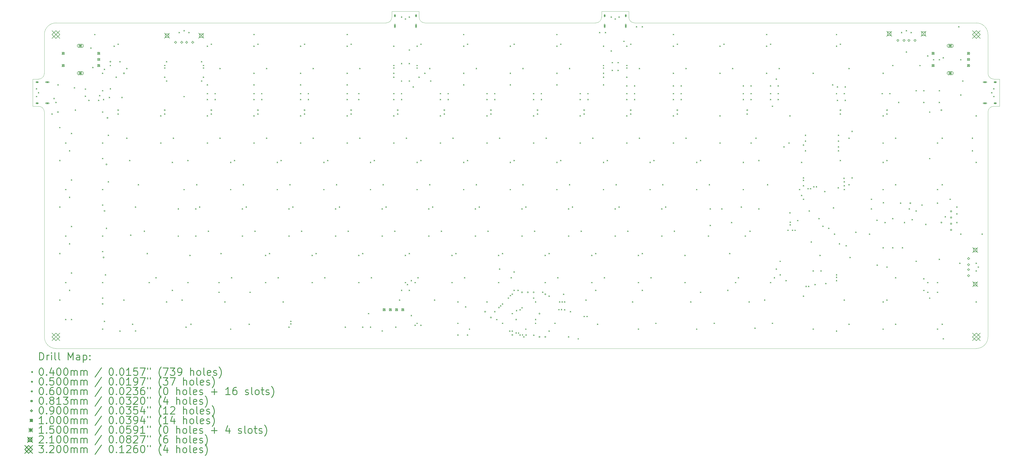
<source format=gbr>
%FSLAX45Y45*%
G04 Gerber Fmt 4.5, Leading zero omitted, Abs format (unit mm)*
G04 Created by KiCad (PCBNEW (5.1.10)-1) date 2021-11-04 23:24:48*
%MOMM*%
%LPD*%
G01*
G04 APERTURE LIST*
%TA.AperFunction,Profile*%
%ADD10C,0.100000*%
%TD*%
%ADD11C,0.200000*%
%ADD12C,0.300000*%
G04 APERTURE END LIST*
D10*
X6984560Y-18810690D02*
X7222670Y-18810690D01*
X7460780Y-28255720D02*
X7460780Y-19048800D01*
X7460780Y-15874000D02*
X7460780Y-17461400D01*
X7222670Y-17699510D02*
X6984560Y-17699510D01*
X7460780Y-17461400D02*
G75*
G02*
X7222670Y-17699510I-238110J0D01*
G01*
X7222670Y-18810690D02*
G75*
G02*
X7460780Y-19048800I0J-238110D01*
G01*
X31351150Y-15159670D02*
X31351150Y-14921560D01*
X30239970Y-15159670D02*
X30239970Y-14921560D01*
X31589260Y-15397780D02*
X45558380Y-15397780D01*
X23017300Y-15397780D02*
X30001860Y-15397780D01*
X30239970Y-15159670D02*
G75*
G02*
X30001860Y-15397780I-238110J0D01*
G01*
X31589260Y-15397780D02*
G75*
G02*
X31351150Y-15159670I0J238110D01*
G01*
X22779190Y-14921560D02*
X22779190Y-15159670D01*
X21668010Y-14921560D02*
X22779190Y-14921560D01*
X21668010Y-15159670D02*
X21668010Y-14921560D01*
X7937000Y-15397780D02*
X21429900Y-15397780D01*
X21668010Y-15159670D02*
G75*
G02*
X21429900Y-15397780I-238110J0D01*
G01*
X23017300Y-15397780D02*
G75*
G02*
X22779190Y-15159670I0J238110D01*
G01*
X46510820Y-17699510D02*
X46272710Y-17699510D01*
X46510820Y-18810690D02*
X46510820Y-17699510D01*
X46272710Y-18810690D02*
X46510820Y-18810690D01*
X46034600Y-19048800D02*
G75*
G02*
X46272710Y-18810690I238110J0D01*
G01*
X46272710Y-17699510D02*
G75*
G02*
X46034600Y-17461400I0J238110D01*
G01*
X46034600Y-17461400D02*
X46034600Y-15874000D01*
X46034600Y-28255720D02*
X46034600Y-19048800D01*
X6984560Y-17699510D02*
X6984560Y-18810690D01*
X31351150Y-14921560D02*
X30239970Y-14921560D01*
X7937000Y-28731940D02*
X45558380Y-28731940D01*
X46034600Y-28255720D02*
G75*
G02*
X45558380Y-28731940I-476220J0D01*
G01*
X45558380Y-15397780D02*
G75*
G02*
X46034600Y-15874000I0J-476220D01*
G01*
X7460780Y-15874000D02*
G75*
G02*
X7937000Y-15397780I476220J0D01*
G01*
X7937000Y-28731940D02*
G75*
G02*
X7460780Y-28255720I0J476220D01*
G01*
D11*
X7123300Y-18076360D02*
X7163300Y-18116360D01*
X7163300Y-18076360D02*
X7123300Y-18116360D01*
X7123300Y-18393840D02*
X7163300Y-18433840D01*
X7163300Y-18393840D02*
X7123300Y-18433840D01*
X7202670Y-18235100D02*
X7242670Y-18275100D01*
X7242670Y-18235100D02*
X7202670Y-18275100D01*
X7758260Y-19108170D02*
X7798260Y-19148170D01*
X7798260Y-19108170D02*
X7758260Y-19148170D01*
X7837630Y-18473210D02*
X7877630Y-18513210D01*
X7877630Y-18473210D02*
X7837630Y-18513210D01*
X7917000Y-18631950D02*
X7957000Y-18671950D01*
X7957000Y-18631950D02*
X7917000Y-18671950D01*
X8001390Y-17912600D02*
X8041390Y-17952600D01*
X8041390Y-17912600D02*
X8001390Y-17952600D01*
X8075740Y-19663760D02*
X8115740Y-19703760D01*
X8115740Y-19663760D02*
X8075740Y-19703760D01*
X8075740Y-21013050D02*
X8115740Y-21053050D01*
X8115740Y-21013050D02*
X8075740Y-21053050D01*
X8075740Y-22917930D02*
X8115740Y-22957930D01*
X8115740Y-22917930D02*
X8075740Y-22957930D01*
X8075740Y-24822810D02*
X8115740Y-24862810D01*
X8115740Y-24822810D02*
X8075740Y-24862810D01*
X8075740Y-26727690D02*
X8115740Y-26767690D01*
X8115740Y-26727690D02*
X8075740Y-26767690D01*
X8313850Y-20298720D02*
X8353850Y-20338720D01*
X8353850Y-20298720D02*
X8313850Y-20338720D01*
X8313850Y-22203600D02*
X8353850Y-22243600D01*
X8353850Y-22203600D02*
X8313850Y-22243600D01*
X8313850Y-24108480D02*
X8353850Y-24148480D01*
X8353850Y-24108480D02*
X8313850Y-24148480D01*
X8313850Y-26013360D02*
X8353850Y-26053360D01*
X8353850Y-26013360D02*
X8313850Y-26053360D01*
X8313850Y-27521390D02*
X8353850Y-27561390D01*
X8353850Y-27521390D02*
X8313850Y-27561390D01*
X8472590Y-20616200D02*
X8512590Y-20656200D01*
X8512590Y-20616200D02*
X8472590Y-20656200D01*
X8472590Y-22521080D02*
X8512590Y-22561080D01*
X8512590Y-22521080D02*
X8472590Y-22561080D01*
X8472590Y-24425960D02*
X8512590Y-24465960D01*
X8512590Y-24425960D02*
X8472590Y-24465960D01*
X8472590Y-26330840D02*
X8512590Y-26370840D01*
X8512590Y-26330840D02*
X8472590Y-26370840D01*
X8551960Y-19901870D02*
X8591960Y-19941870D01*
X8591960Y-19901870D02*
X8551960Y-19941870D01*
X8551960Y-21806750D02*
X8591960Y-21846750D01*
X8591960Y-21806750D02*
X8551960Y-21846750D01*
X8551960Y-23711630D02*
X8591960Y-23751630D01*
X8591960Y-23711630D02*
X8551960Y-23751630D01*
X8551960Y-25616510D02*
X8591960Y-25656510D01*
X8591960Y-25616510D02*
X8551960Y-25656510D01*
X8551960Y-27521390D02*
X8591960Y-27561390D01*
X8591960Y-27521390D02*
X8551960Y-27561390D01*
X8671015Y-18036675D02*
X8711015Y-18076675D01*
X8711015Y-18036675D02*
X8671015Y-18076675D01*
X8710700Y-18949430D02*
X8750700Y-18989430D01*
X8750700Y-18949430D02*
X8710700Y-18989430D01*
X9119130Y-18087940D02*
X9159130Y-18127940D01*
X9159130Y-18087940D02*
X9119130Y-18127940D01*
X9119130Y-18382260D02*
X9159130Y-18422260D01*
X9159130Y-18382260D02*
X9119130Y-18422260D01*
X9266290Y-18552580D02*
X9306290Y-18592580D01*
X9306290Y-18552580D02*
X9266290Y-18592580D01*
X9345660Y-16409590D02*
X9385660Y-16449590D01*
X9385660Y-16409590D02*
X9345660Y-16449590D01*
X9425030Y-17203290D02*
X9465030Y-17243290D01*
X9465030Y-17203290D02*
X9425030Y-17243290D01*
X9504400Y-15854000D02*
X9544400Y-15894000D01*
X9544400Y-15854000D02*
X9504400Y-15894000D01*
X9663140Y-18552580D02*
X9703140Y-18592580D01*
X9703140Y-18552580D02*
X9663140Y-18592580D01*
X9702825Y-18354155D02*
X9742825Y-18394155D01*
X9742825Y-18354155D02*
X9702825Y-18394155D01*
X9821880Y-17441400D02*
X9861880Y-17481400D01*
X9861880Y-17441400D02*
X9821880Y-17481400D01*
X9821880Y-18155730D02*
X9861880Y-18195730D01*
X9861880Y-18155730D02*
X9821880Y-18195730D01*
X9821880Y-19028800D02*
X9861880Y-19068800D01*
X9861880Y-19028800D02*
X9821880Y-19068800D01*
X9821880Y-20298720D02*
X9861880Y-20338720D01*
X9861880Y-20298720D02*
X9821880Y-20338720D01*
X9821880Y-20933680D02*
X9861880Y-20973680D01*
X9861880Y-20933680D02*
X9821880Y-20973680D01*
X9821880Y-22203600D02*
X9861880Y-22243600D01*
X9861880Y-22203600D02*
X9821880Y-22243600D01*
X9821880Y-22838560D02*
X9861880Y-22878560D01*
X9861880Y-22838560D02*
X9821880Y-22878560D01*
X9821880Y-24108480D02*
X9861880Y-24148480D01*
X9861880Y-24108480D02*
X9821880Y-24148480D01*
X9821880Y-24743440D02*
X9861880Y-24783440D01*
X9861880Y-24743440D02*
X9821880Y-24783440D01*
X9821880Y-26013360D02*
X9861880Y-26053360D01*
X9861880Y-26013360D02*
X9821880Y-26053360D01*
X9821880Y-26648320D02*
X9861880Y-26688320D01*
X9861880Y-26648320D02*
X9821880Y-26688320D01*
X9821880Y-27918240D02*
X9861880Y-27958240D01*
X9861880Y-27918240D02*
X9821880Y-27958240D01*
X9861565Y-18512895D02*
X9901565Y-18552895D01*
X9901565Y-18512895D02*
X9861565Y-18552895D01*
X9901250Y-17282660D02*
X9941250Y-17322660D01*
X9941250Y-17282660D02*
X9901250Y-17322660D01*
X9901250Y-27600760D02*
X9941250Y-27640760D01*
X9941250Y-27600760D02*
X9901250Y-27640760D01*
X9940935Y-25695880D02*
X9980935Y-25735880D01*
X9980935Y-25695880D02*
X9940935Y-25735880D01*
X9980620Y-23791000D02*
X10020620Y-23831000D01*
X10020620Y-23791000D02*
X9980620Y-23831000D01*
X10059990Y-19981240D02*
X10099990Y-20021240D01*
X10099990Y-19981240D02*
X10059990Y-20021240D01*
X10059990Y-21886120D02*
X10099990Y-21926120D01*
X10099990Y-21886120D02*
X10059990Y-21926120D01*
X10099675Y-18433525D02*
X10139675Y-18473525D01*
X10139675Y-18433525D02*
X10099675Y-18473525D01*
X10139360Y-17123920D02*
X10179360Y-17163920D01*
X10179360Y-17123920D02*
X10139360Y-17163920D01*
X10139360Y-18076360D02*
X10179360Y-18116360D01*
X10179360Y-18076360D02*
X10139360Y-18116360D01*
X10298100Y-16330220D02*
X10338100Y-16370220D01*
X10338100Y-16330220D02*
X10298100Y-16370220D01*
X10377470Y-17600140D02*
X10417470Y-17640140D01*
X10417470Y-17600140D02*
X10377470Y-17640140D01*
X10456840Y-16250850D02*
X10496840Y-16290850D01*
X10496840Y-16250850D02*
X10456840Y-16290850D01*
X10456840Y-19108170D02*
X10496840Y-19148170D01*
X10496840Y-19108170D02*
X10456840Y-19148170D01*
X10536210Y-16965180D02*
X10576210Y-17005180D01*
X10576210Y-16965180D02*
X10536210Y-17005180D01*
X10536210Y-27997610D02*
X10576210Y-28037610D01*
X10576210Y-27997610D02*
X10536210Y-28037610D01*
X10615580Y-18433525D02*
X10655580Y-18473525D01*
X10655580Y-18433525D02*
X10615580Y-18473525D01*
X10694950Y-26727690D02*
X10734950Y-26767690D01*
X10734950Y-26727690D02*
X10694950Y-26767690D01*
X10814005Y-17242975D02*
X10854005Y-17282975D01*
X10854005Y-17242975D02*
X10814005Y-17282975D01*
X10814005Y-20100295D02*
X10854005Y-20140295D01*
X10854005Y-20100295D02*
X10814005Y-20140295D01*
X10933060Y-21013050D02*
X10973060Y-21053050D01*
X10973060Y-21013050D02*
X10933060Y-21053050D01*
X10972745Y-24068795D02*
X11012745Y-24108795D01*
X11012745Y-24068795D02*
X10972745Y-24108795D01*
X11052115Y-27719815D02*
X11092115Y-27759815D01*
X11092115Y-27719815D02*
X11052115Y-27759815D01*
X11171170Y-22917930D02*
X11211170Y-22957930D01*
X11211170Y-22917930D02*
X11171170Y-22957930D01*
X11171170Y-27993848D02*
X11211170Y-28033848D01*
X11211170Y-27993848D02*
X11171170Y-28033848D01*
X11290225Y-22005175D02*
X11330225Y-22045175D01*
X11330225Y-22005175D02*
X11290225Y-22045175D01*
X11528335Y-23910055D02*
X11568335Y-23950055D01*
X11568335Y-23910055D02*
X11528335Y-23950055D01*
X11647390Y-24822810D02*
X11687390Y-24862810D01*
X11687390Y-24822810D02*
X11647390Y-24862810D01*
X11726760Y-26013360D02*
X11766760Y-26053360D01*
X11766760Y-26013360D02*
X11726760Y-26053360D01*
X12004555Y-25814935D02*
X12044555Y-25854935D01*
X12044555Y-25814935D02*
X12004555Y-25854935D01*
X12202980Y-19187540D02*
X12242980Y-19227540D01*
X12242980Y-19187540D02*
X12202980Y-19227540D01*
X12202980Y-20298720D02*
X12242980Y-20338720D01*
X12242980Y-20298720D02*
X12202980Y-20338720D01*
X12361720Y-17123920D02*
X12401720Y-17163920D01*
X12401720Y-17123920D02*
X12361720Y-17163920D01*
X12361720Y-17223920D02*
X12401720Y-17263920D01*
X12401720Y-17223920D02*
X12361720Y-17263920D01*
X12361720Y-17600140D02*
X12401720Y-17640140D01*
X12401720Y-17600140D02*
X12361720Y-17640140D01*
X12361720Y-19108170D02*
X12401720Y-19148170D01*
X12401720Y-19108170D02*
X12361720Y-19148170D01*
X12441090Y-16965180D02*
X12481090Y-17005180D01*
X12481090Y-16965180D02*
X12441090Y-17005180D01*
X12441090Y-17758880D02*
X12481090Y-17798880D01*
X12481090Y-17758880D02*
X12441090Y-17798880D01*
X12441090Y-26807060D02*
X12481090Y-26847060D01*
X12481090Y-26807060D02*
X12441090Y-26847060D01*
X12679200Y-21092420D02*
X12719200Y-21132420D01*
X12719200Y-21092420D02*
X12679200Y-21132420D01*
X12679200Y-26330840D02*
X12719200Y-26370840D01*
X12719200Y-26330840D02*
X12679200Y-26370840D01*
X12718885Y-20100295D02*
X12758885Y-20140295D01*
X12758885Y-20100295D02*
X12718885Y-20140295D01*
X12917310Y-22997300D02*
X12957310Y-23037300D01*
X12957310Y-22997300D02*
X12917310Y-23037300D01*
X12917310Y-24108480D02*
X12957310Y-24148480D01*
X12957310Y-24108480D02*
X12917310Y-24148480D01*
X12956995Y-15774630D02*
X12996995Y-15814630D01*
X12996995Y-15774630D02*
X12956995Y-15814630D01*
X13076050Y-26727690D02*
X13116050Y-26767690D01*
X13116050Y-26727690D02*
X13076050Y-26767690D01*
X13155420Y-15695260D02*
X13195420Y-15735260D01*
X13195420Y-15695260D02*
X13155420Y-15735260D01*
X13155420Y-18393840D02*
X13195420Y-18433840D01*
X13195420Y-18393840D02*
X13155420Y-18433840D01*
X13155420Y-22203600D02*
X13195420Y-22243600D01*
X13195420Y-22203600D02*
X13155420Y-22243600D01*
X13234790Y-27838870D02*
X13274790Y-27878870D01*
X13274790Y-27838870D02*
X13234790Y-27878870D01*
X13314160Y-21013050D02*
X13354160Y-21053050D01*
X13354160Y-21013050D02*
X13314160Y-21053050D01*
X13314160Y-26013360D02*
X13354160Y-26053360D01*
X13354160Y-26013360D02*
X13314160Y-26053360D01*
X13353845Y-15774630D02*
X13393845Y-15814630D01*
X13393845Y-15774630D02*
X13353845Y-15814630D01*
X13393530Y-24902180D02*
X13433530Y-24942180D01*
X13433530Y-24902180D02*
X13393530Y-24942180D01*
X13433215Y-27719815D02*
X13473215Y-27759815D01*
X13473215Y-27719815D02*
X13433215Y-27759815D01*
X13631640Y-22997300D02*
X13671640Y-23037300D01*
X13671640Y-22997300D02*
X13631640Y-23037300D01*
X13631640Y-24108480D02*
X13671640Y-24148480D01*
X13671640Y-24108480D02*
X13631640Y-24148480D01*
X13671325Y-22005175D02*
X13711325Y-22045175D01*
X13711325Y-22005175D02*
X13671325Y-22045175D01*
X13790380Y-22917930D02*
X13830380Y-22957930D01*
X13830380Y-22917930D02*
X13790380Y-22957930D01*
X13869750Y-16965180D02*
X13909750Y-17005180D01*
X13909750Y-16965180D02*
X13869750Y-17005180D01*
X13869750Y-17758880D02*
X13909750Y-17798880D01*
X13909750Y-17758880D02*
X13869750Y-17798880D01*
X13949120Y-17123920D02*
X13989120Y-17163920D01*
X13989120Y-17123920D02*
X13949120Y-17163920D01*
X13949120Y-17223920D02*
X13989120Y-17263920D01*
X13989120Y-17223920D02*
X13949120Y-17263920D01*
X13949120Y-17600140D02*
X13989120Y-17640140D01*
X13989120Y-17600140D02*
X13949120Y-17640140D01*
X14107860Y-16330220D02*
X14147860Y-16370220D01*
X14147860Y-16330220D02*
X14107860Y-16370220D01*
X14107860Y-17917620D02*
X14147860Y-17957620D01*
X14147860Y-17917620D02*
X14107860Y-17957620D01*
X14107860Y-18274785D02*
X14147860Y-18314785D01*
X14147860Y-18274785D02*
X14107860Y-18314785D01*
X14107860Y-18512895D02*
X14147860Y-18552895D01*
X14147860Y-18512895D02*
X14107860Y-18552895D01*
X14107860Y-19187540D02*
X14147860Y-19227540D01*
X14147860Y-19187540D02*
X14107860Y-19227540D01*
X14107860Y-20298720D02*
X14147860Y-20338720D01*
X14147860Y-20298720D02*
X14107860Y-20338720D01*
X14147545Y-23910055D02*
X14187545Y-23950055D01*
X14187545Y-23910055D02*
X14147545Y-23950055D01*
X14266600Y-16250850D02*
X14306600Y-16290850D01*
X14306600Y-16250850D02*
X14266600Y-16290850D01*
X14266600Y-19108170D02*
X14306600Y-19148170D01*
X14306600Y-19108170D02*
X14266600Y-19148170D01*
X14425340Y-18274785D02*
X14465340Y-18314785D01*
X14465340Y-18274785D02*
X14425340Y-18314785D01*
X14425340Y-18512895D02*
X14465340Y-18552895D01*
X14465340Y-18512895D02*
X14425340Y-18552895D01*
X14584080Y-26013360D02*
X14624080Y-26053360D01*
X14624080Y-26013360D02*
X14584080Y-26053360D01*
X14584080Y-26410210D02*
X14624080Y-26450210D01*
X14624080Y-26410210D02*
X14584080Y-26450210D01*
X14623765Y-17242975D02*
X14663765Y-17282975D01*
X14663765Y-17242975D02*
X14623765Y-17282975D01*
X14623765Y-20100295D02*
X14663765Y-20140295D01*
X14663765Y-20100295D02*
X14623765Y-20140295D01*
X14663450Y-24822810D02*
X14703450Y-24862810D01*
X14703450Y-24822810D02*
X14663450Y-24862810D01*
X14822190Y-26807060D02*
X14862190Y-26847060D01*
X14862190Y-26807060D02*
X14822190Y-26847060D01*
X15060300Y-21092420D02*
X15100300Y-21132420D01*
X15100300Y-21092420D02*
X15060300Y-21132420D01*
X15060300Y-22203600D02*
X15100300Y-22243600D01*
X15100300Y-22203600D02*
X15060300Y-22243600D01*
X15060300Y-27918240D02*
X15100300Y-27958240D01*
X15100300Y-27918240D02*
X15060300Y-27958240D01*
X15099985Y-25814935D02*
X15139985Y-25854935D01*
X15139985Y-25814935D02*
X15099985Y-25854935D01*
X15219040Y-21013050D02*
X15259040Y-21053050D01*
X15259040Y-21013050D02*
X15219040Y-21053050D01*
X15536520Y-22997300D02*
X15576520Y-23037300D01*
X15576520Y-22997300D02*
X15536520Y-23037300D01*
X15536520Y-24108480D02*
X15576520Y-24148480D01*
X15576520Y-24108480D02*
X15536520Y-24148480D01*
X15576205Y-22005175D02*
X15616205Y-22045175D01*
X15616205Y-22005175D02*
X15576205Y-22045175D01*
X15695260Y-22917930D02*
X15735260Y-22957930D01*
X15735260Y-22917930D02*
X15695260Y-22957930D01*
X15814315Y-27719815D02*
X15854315Y-27759815D01*
X15854315Y-27719815D02*
X15814315Y-27759815D01*
X15854000Y-26410210D02*
X15894000Y-26450210D01*
X15894000Y-26410210D02*
X15854000Y-26450210D01*
X16012740Y-15854000D02*
X16052740Y-15894000D01*
X16052740Y-15854000D02*
X16012740Y-15894000D01*
X16012740Y-16330220D02*
X16052740Y-16370220D01*
X16052740Y-16330220D02*
X16012740Y-16370220D01*
X16012740Y-17441400D02*
X16052740Y-17481400D01*
X16052740Y-17441400D02*
X16012740Y-17481400D01*
X16012740Y-17917620D02*
X16052740Y-17957620D01*
X16052740Y-17917620D02*
X16012740Y-17957620D01*
X16012740Y-18274785D02*
X16052740Y-18314785D01*
X16052740Y-18274785D02*
X16012740Y-18314785D01*
X16012740Y-18512895D02*
X16052740Y-18552895D01*
X16052740Y-18512895D02*
X16012740Y-18552895D01*
X16012740Y-19187540D02*
X16052740Y-19227540D01*
X16052740Y-19187540D02*
X16012740Y-19227540D01*
X16012740Y-20298720D02*
X16052740Y-20338720D01*
X16052740Y-20298720D02*
X16012740Y-20338720D01*
X16052425Y-23910055D02*
X16092425Y-23950055D01*
X16092425Y-23910055D02*
X16052425Y-23950055D01*
X16171480Y-16250850D02*
X16211480Y-16290850D01*
X16211480Y-16250850D02*
X16171480Y-16290850D01*
X16171480Y-19108170D02*
X16211480Y-19148170D01*
X16211480Y-19108170D02*
X16171480Y-19148170D01*
X16330220Y-18274785D02*
X16370220Y-18314785D01*
X16370220Y-18274785D02*
X16330220Y-18314785D01*
X16330220Y-18512895D02*
X16370220Y-18552895D01*
X16370220Y-18512895D02*
X16330220Y-18552895D01*
X16488960Y-24902180D02*
X16528960Y-24942180D01*
X16528960Y-24902180D02*
X16488960Y-24942180D01*
X16488960Y-26013360D02*
X16528960Y-26053360D01*
X16528960Y-26013360D02*
X16488960Y-26053360D01*
X16528645Y-17242975D02*
X16568645Y-17282975D01*
X16568645Y-17242975D02*
X16528645Y-17282975D01*
X16528645Y-20100295D02*
X16568645Y-20140295D01*
X16568645Y-20100295D02*
X16528645Y-20140295D01*
X16647700Y-24822810D02*
X16687700Y-24862810D01*
X16687700Y-24822810D02*
X16647700Y-24862810D01*
X16965180Y-21092420D02*
X17005180Y-21132420D01*
X17005180Y-21092420D02*
X16965180Y-21132420D01*
X16965180Y-22203600D02*
X17005180Y-22243600D01*
X17005180Y-22203600D02*
X16965180Y-22243600D01*
X17004865Y-25814935D02*
X17044865Y-25854935D01*
X17044865Y-25814935D02*
X17004865Y-25854935D01*
X17123920Y-21013050D02*
X17163920Y-21053050D01*
X17163920Y-21013050D02*
X17123920Y-21053050D01*
X17203290Y-26807060D02*
X17243290Y-26847060D01*
X17243290Y-26807060D02*
X17203290Y-26847060D01*
X17441400Y-22997300D02*
X17481400Y-23037300D01*
X17481400Y-22997300D02*
X17441400Y-23037300D01*
X17441400Y-24108480D02*
X17481400Y-24148480D01*
X17481400Y-24108480D02*
X17441400Y-24148480D01*
X17441400Y-27838870D02*
X17481400Y-27878870D01*
X17481400Y-27838870D02*
X17441400Y-27878870D01*
X17481085Y-22005175D02*
X17521085Y-22045175D01*
X17521085Y-22005175D02*
X17481085Y-22045175D01*
X17520770Y-27600760D02*
X17560770Y-27640760D01*
X17560770Y-27600760D02*
X17520770Y-27640760D01*
X17520770Y-27700760D02*
X17560770Y-27740760D01*
X17560770Y-27700760D02*
X17520770Y-27740760D01*
X17600140Y-22917930D02*
X17640140Y-22957930D01*
X17640140Y-22917930D02*
X17600140Y-22957930D01*
X17917620Y-16330220D02*
X17957620Y-16370220D01*
X17957620Y-16330220D02*
X17917620Y-16370220D01*
X17917620Y-17441400D02*
X17957620Y-17481400D01*
X17957620Y-17441400D02*
X17917620Y-17481400D01*
X17917620Y-17917620D02*
X17957620Y-17957620D01*
X17957620Y-17917620D02*
X17917620Y-17957620D01*
X17917620Y-18274785D02*
X17957620Y-18314785D01*
X17957620Y-18274785D02*
X17917620Y-18314785D01*
X17917620Y-18512895D02*
X17957620Y-18552895D01*
X17957620Y-18512895D02*
X17917620Y-18552895D01*
X17917620Y-19187540D02*
X17957620Y-19227540D01*
X17957620Y-19187540D02*
X17917620Y-19227540D01*
X17917620Y-20298720D02*
X17957620Y-20338720D01*
X17957620Y-20298720D02*
X17917620Y-20338720D01*
X17957305Y-23910055D02*
X17997305Y-23950055D01*
X17997305Y-23910055D02*
X17957305Y-23950055D01*
X18076360Y-16250850D02*
X18116360Y-16290850D01*
X18116360Y-16250850D02*
X18076360Y-16290850D01*
X18076360Y-19108170D02*
X18116360Y-19148170D01*
X18116360Y-19108170D02*
X18076360Y-19148170D01*
X18235100Y-18274785D02*
X18275100Y-18314785D01*
X18275100Y-18274785D02*
X18235100Y-18314785D01*
X18235100Y-18512895D02*
X18275100Y-18552895D01*
X18275100Y-18512895D02*
X18235100Y-18552895D01*
X18393840Y-24902180D02*
X18433840Y-24942180D01*
X18433840Y-24902180D02*
X18393840Y-24942180D01*
X18393840Y-26013360D02*
X18433840Y-26053360D01*
X18433840Y-26013360D02*
X18393840Y-26053360D01*
X18433525Y-17242975D02*
X18473525Y-17282975D01*
X18473525Y-17242975D02*
X18433525Y-17282975D01*
X18433525Y-20100295D02*
X18473525Y-20140295D01*
X18473525Y-20100295D02*
X18433525Y-20140295D01*
X18552580Y-24822810D02*
X18592580Y-24862810D01*
X18592580Y-24822810D02*
X18552580Y-24862810D01*
X18870060Y-21092420D02*
X18910060Y-21132420D01*
X18910060Y-21092420D02*
X18870060Y-21132420D01*
X18870060Y-22203600D02*
X18910060Y-22243600D01*
X18910060Y-22203600D02*
X18870060Y-22243600D01*
X18909745Y-25814935D02*
X18949745Y-25854935D01*
X18949745Y-25814935D02*
X18909745Y-25854935D01*
X19028800Y-21013050D02*
X19068800Y-21053050D01*
X19068800Y-21013050D02*
X19028800Y-21053050D01*
X19346280Y-22997300D02*
X19386280Y-23037300D01*
X19386280Y-22997300D02*
X19346280Y-23037300D01*
X19346280Y-24108480D02*
X19386280Y-24148480D01*
X19386280Y-24108480D02*
X19346280Y-24148480D01*
X19385965Y-22005175D02*
X19425965Y-22045175D01*
X19425965Y-22005175D02*
X19385965Y-22045175D01*
X19505020Y-22917930D02*
X19545020Y-22957930D01*
X19545020Y-22917930D02*
X19505020Y-22957930D01*
X19743130Y-27838870D02*
X19783130Y-27878870D01*
X19783130Y-27838870D02*
X19743130Y-27878870D01*
X19822500Y-15854000D02*
X19862500Y-15894000D01*
X19862500Y-15854000D02*
X19822500Y-15894000D01*
X19822500Y-16330220D02*
X19862500Y-16370220D01*
X19862500Y-16330220D02*
X19822500Y-16370220D01*
X19822500Y-17441400D02*
X19862500Y-17481400D01*
X19862500Y-17441400D02*
X19822500Y-17481400D01*
X19822500Y-17917620D02*
X19862500Y-17957620D01*
X19862500Y-17917620D02*
X19822500Y-17957620D01*
X19822500Y-18274785D02*
X19862500Y-18314785D01*
X19862500Y-18274785D02*
X19822500Y-18314785D01*
X19822500Y-18512895D02*
X19862500Y-18552895D01*
X19862500Y-18512895D02*
X19822500Y-18552895D01*
X19822500Y-19187540D02*
X19862500Y-19227540D01*
X19862500Y-19187540D02*
X19822500Y-19227540D01*
X19822500Y-20298720D02*
X19862500Y-20338720D01*
X19862500Y-20298720D02*
X19822500Y-20338720D01*
X19862185Y-23910055D02*
X19902185Y-23950055D01*
X19902185Y-23910055D02*
X19862185Y-23950055D01*
X19981240Y-16250850D02*
X20021240Y-16290850D01*
X20021240Y-16250850D02*
X19981240Y-16290850D01*
X19981240Y-19108170D02*
X20021240Y-19148170D01*
X20021240Y-19108170D02*
X19981240Y-19148170D01*
X20298720Y-18274785D02*
X20338720Y-18314785D01*
X20338720Y-18274785D02*
X20298720Y-18314785D01*
X20298720Y-18512895D02*
X20338720Y-18552895D01*
X20338720Y-18512895D02*
X20298720Y-18552895D01*
X20298720Y-24902180D02*
X20338720Y-24942180D01*
X20338720Y-24902180D02*
X20298720Y-24942180D01*
X20298720Y-26013360D02*
X20338720Y-26053360D01*
X20338720Y-26013360D02*
X20298720Y-26053360D01*
X20338405Y-17242975D02*
X20378405Y-17282975D01*
X20378405Y-17242975D02*
X20338405Y-17282975D01*
X20338405Y-20100295D02*
X20378405Y-20140295D01*
X20378405Y-20100295D02*
X20338405Y-20140295D01*
X20457460Y-24822810D02*
X20497460Y-24862810D01*
X20497460Y-24822810D02*
X20457460Y-24862810D01*
X20457460Y-27838870D02*
X20497460Y-27878870D01*
X20497460Y-27838870D02*
X20457460Y-27878870D01*
X20695570Y-27283280D02*
X20735570Y-27323280D01*
X20735570Y-27283280D02*
X20695570Y-27323280D01*
X20774940Y-21092420D02*
X20814940Y-21132420D01*
X20814940Y-21092420D02*
X20774940Y-21132420D01*
X20774940Y-22203600D02*
X20814940Y-22243600D01*
X20814940Y-22203600D02*
X20774940Y-22243600D01*
X20774940Y-27838870D02*
X20814940Y-27878870D01*
X20814940Y-27838870D02*
X20774940Y-27878870D01*
X20814625Y-25814935D02*
X20854625Y-25854935D01*
X20854625Y-25814935D02*
X20814625Y-25854935D01*
X20933680Y-21013050D02*
X20973680Y-21053050D01*
X20973680Y-21013050D02*
X20933680Y-21053050D01*
X21251160Y-22997300D02*
X21291160Y-23037300D01*
X21291160Y-22997300D02*
X21251160Y-23037300D01*
X21251160Y-24108480D02*
X21291160Y-24148480D01*
X21291160Y-24108480D02*
X21251160Y-24148480D01*
X21251160Y-27993848D02*
X21291160Y-28033848D01*
X21291160Y-27993848D02*
X21251160Y-28033848D01*
X21290845Y-22005175D02*
X21330845Y-22045175D01*
X21330845Y-22005175D02*
X21290845Y-22045175D01*
X21409900Y-22917930D02*
X21449900Y-22957930D01*
X21449900Y-22917930D02*
X21409900Y-22957930D01*
X21727380Y-16330220D02*
X21767380Y-16370220D01*
X21767380Y-16330220D02*
X21727380Y-16370220D01*
X21727380Y-17123920D02*
X21767380Y-17163920D01*
X21767380Y-17123920D02*
X21727380Y-17163920D01*
X21727380Y-17223920D02*
X21767380Y-17263920D01*
X21767380Y-17223920D02*
X21727380Y-17263920D01*
X21727380Y-17441400D02*
X21767380Y-17481400D01*
X21767380Y-17441400D02*
X21727380Y-17481400D01*
X21727380Y-17600140D02*
X21767380Y-17640140D01*
X21767380Y-17600140D02*
X21727380Y-17640140D01*
X21727380Y-18274785D02*
X21767380Y-18314785D01*
X21767380Y-18274785D02*
X21727380Y-18314785D01*
X21727380Y-18512895D02*
X21767380Y-18552895D01*
X21767380Y-18512895D02*
X21727380Y-18552895D01*
X21727380Y-19187540D02*
X21767380Y-19227540D01*
X21767380Y-19187540D02*
X21727380Y-19227540D01*
X21727380Y-20298720D02*
X21767380Y-20338720D01*
X21767380Y-20298720D02*
X21727380Y-20338720D01*
X21767065Y-23910055D02*
X21807065Y-23950055D01*
X21807065Y-23910055D02*
X21767065Y-23950055D01*
X21806750Y-27838870D02*
X21846750Y-27878870D01*
X21846750Y-27838870D02*
X21806750Y-27878870D01*
X21886120Y-19108170D02*
X21926120Y-19148170D01*
X21926120Y-19108170D02*
X21886120Y-19148170D01*
X21965490Y-26727690D02*
X22005490Y-26767690D01*
X22005490Y-26727690D02*
X21965490Y-26767690D01*
X22044860Y-15139670D02*
X22084860Y-15179670D01*
X22084860Y-15139670D02*
X22044860Y-15179670D01*
X22044860Y-17044550D02*
X22084860Y-17084550D01*
X22084860Y-17044550D02*
X22044860Y-17084550D01*
X22044860Y-17758880D02*
X22084860Y-17798880D01*
X22084860Y-17758880D02*
X22044860Y-17798880D01*
X22044860Y-18274785D02*
X22084860Y-18314785D01*
X22084860Y-18274785D02*
X22044860Y-18314785D01*
X22044860Y-18512895D02*
X22084860Y-18552895D01*
X22084860Y-18512895D02*
X22044860Y-18552895D01*
X22044860Y-26330840D02*
X22084860Y-26370840D01*
X22084860Y-26330840D02*
X22044860Y-26370840D01*
X22203600Y-15219040D02*
X22243600Y-15259040D01*
X22243600Y-15219040D02*
X22203600Y-15259040D01*
X22203600Y-24902180D02*
X22243600Y-24942180D01*
X22243600Y-24902180D02*
X22203600Y-24942180D01*
X22203600Y-26013360D02*
X22243600Y-26053360D01*
X22243600Y-26013360D02*
X22203600Y-26053360D01*
X22243285Y-20100295D02*
X22283285Y-20140295D01*
X22283285Y-20100295D02*
X22243285Y-20140295D01*
X22282970Y-26092730D02*
X22322970Y-26132730D01*
X22322970Y-26092730D02*
X22282970Y-26132730D01*
X22362340Y-15139670D02*
X22402340Y-15179670D01*
X22402340Y-15139670D02*
X22362340Y-15179670D01*
X22362340Y-16488960D02*
X22402340Y-16528960D01*
X22402340Y-16488960D02*
X22362340Y-16528960D01*
X22362340Y-17044550D02*
X22402340Y-17084550D01*
X22402340Y-17044550D02*
X22362340Y-17084550D01*
X22362340Y-17758880D02*
X22402340Y-17798880D01*
X22402340Y-17758880D02*
X22362340Y-17798880D01*
X22362340Y-24822810D02*
X22402340Y-24862810D01*
X22402340Y-24822810D02*
X22362340Y-24862810D01*
X22362340Y-26330840D02*
X22402340Y-26370840D01*
X22402340Y-26330840D02*
X22362340Y-26370840D01*
X22441710Y-25933990D02*
X22481710Y-25973990D01*
X22481710Y-25933990D02*
X22441710Y-25973990D01*
X22441710Y-27362650D02*
X22481710Y-27402650D01*
X22481710Y-27362650D02*
X22441710Y-27402650D01*
X22521080Y-17996990D02*
X22561080Y-18036990D01*
X22561080Y-17996990D02*
X22521080Y-18036990D01*
X22600450Y-26013360D02*
X22640450Y-26053360D01*
X22640450Y-26013360D02*
X22600450Y-26053360D01*
X22600450Y-27759500D02*
X22640450Y-27799500D01*
X22640450Y-27759500D02*
X22600450Y-27799500D01*
X22679820Y-16330220D02*
X22719820Y-16370220D01*
X22719820Y-16330220D02*
X22679820Y-16370220D01*
X22679820Y-17123920D02*
X22719820Y-17163920D01*
X22719820Y-17123920D02*
X22679820Y-17163920D01*
X22679820Y-17223920D02*
X22719820Y-17263920D01*
X22719820Y-17223920D02*
X22679820Y-17263920D01*
X22679820Y-21092420D02*
X22719820Y-21132420D01*
X22719820Y-21092420D02*
X22679820Y-21132420D01*
X22679820Y-22203600D02*
X22719820Y-22243600D01*
X22719820Y-22203600D02*
X22679820Y-22243600D01*
X22679820Y-27680130D02*
X22719820Y-27720130D01*
X22719820Y-27680130D02*
X22679820Y-27720130D01*
X22719505Y-25814935D02*
X22759505Y-25854935D01*
X22759505Y-25814935D02*
X22719505Y-25854935D01*
X22759190Y-17600140D02*
X22799190Y-17640140D01*
X22799190Y-17600140D02*
X22759190Y-17640140D01*
X22838560Y-16250850D02*
X22878560Y-16290850D01*
X22878560Y-16250850D02*
X22838560Y-16290850D01*
X22838560Y-21013050D02*
X22878560Y-21053050D01*
X22878560Y-21013050D02*
X22838560Y-21053050D01*
X22838560Y-27759500D02*
X22878560Y-27799500D01*
X22878560Y-27759500D02*
X22838560Y-27799500D01*
X22997300Y-17441400D02*
X23037300Y-17481400D01*
X23037300Y-17441400D02*
X22997300Y-17481400D01*
X23156040Y-22997300D02*
X23196040Y-23037300D01*
X23196040Y-22997300D02*
X23156040Y-23037300D01*
X23156040Y-24108480D02*
X23196040Y-24148480D01*
X23196040Y-24108480D02*
X23156040Y-24148480D01*
X23195725Y-17242975D02*
X23235725Y-17282975D01*
X23235725Y-17242975D02*
X23195725Y-17282975D01*
X23195725Y-22005175D02*
X23235725Y-22045175D01*
X23235725Y-22005175D02*
X23195725Y-22045175D01*
X23235410Y-17758880D02*
X23275410Y-17798880D01*
X23275410Y-17758880D02*
X23235410Y-17798880D01*
X23314780Y-22917930D02*
X23354780Y-22957930D01*
X23354780Y-22917930D02*
X23314780Y-22957930D01*
X23394150Y-26727690D02*
X23434150Y-26767690D01*
X23434150Y-26727690D02*
X23394150Y-26767690D01*
X23632260Y-18274785D02*
X23672260Y-18314785D01*
X23672260Y-18274785D02*
X23632260Y-18314785D01*
X23632260Y-18512895D02*
X23672260Y-18552895D01*
X23672260Y-18512895D02*
X23632260Y-18552895D01*
X23632260Y-19187540D02*
X23672260Y-19227540D01*
X23672260Y-19187540D02*
X23632260Y-19227540D01*
X23632260Y-20298720D02*
X23672260Y-20338720D01*
X23672260Y-20298720D02*
X23632260Y-20338720D01*
X23671945Y-23910055D02*
X23711945Y-23950055D01*
X23711945Y-23910055D02*
X23671945Y-23950055D01*
X23791000Y-19108170D02*
X23831000Y-19148170D01*
X23831000Y-19108170D02*
X23791000Y-19148170D01*
X23949740Y-18274785D02*
X23989740Y-18314785D01*
X23989740Y-18274785D02*
X23949740Y-18314785D01*
X23949740Y-18512895D02*
X23989740Y-18552895D01*
X23989740Y-18512895D02*
X23949740Y-18552895D01*
X24108480Y-24902180D02*
X24148480Y-24942180D01*
X24148480Y-24902180D02*
X24108480Y-24942180D01*
X24108480Y-26013360D02*
X24148480Y-26053360D01*
X24148480Y-26013360D02*
X24108480Y-26053360D01*
X24148165Y-20100295D02*
X24188165Y-20140295D01*
X24188165Y-20100295D02*
X24148165Y-20140295D01*
X24267220Y-24822810D02*
X24307220Y-24862810D01*
X24307220Y-24822810D02*
X24267220Y-24862810D01*
X24346590Y-26807060D02*
X24386590Y-26847060D01*
X24386590Y-26807060D02*
X24346590Y-26847060D01*
X24346590Y-27680130D02*
X24386590Y-27720130D01*
X24386590Y-27680130D02*
X24346590Y-27720130D01*
X24346590Y-28156350D02*
X24386590Y-28196350D01*
X24386590Y-28156350D02*
X24346590Y-28196350D01*
X24584700Y-15854000D02*
X24624700Y-15894000D01*
X24624700Y-15854000D02*
X24584700Y-15894000D01*
X24584700Y-16330220D02*
X24624700Y-16370220D01*
X24624700Y-16330220D02*
X24584700Y-16370220D01*
X24584700Y-17441400D02*
X24624700Y-17481400D01*
X24624700Y-17441400D02*
X24584700Y-17481400D01*
X24584700Y-17917620D02*
X24624700Y-17957620D01*
X24624700Y-17917620D02*
X24584700Y-17957620D01*
X24584700Y-21092420D02*
X24624700Y-21132420D01*
X24624700Y-21092420D02*
X24584700Y-21132420D01*
X24584700Y-22203600D02*
X24624700Y-22243600D01*
X24624700Y-22203600D02*
X24584700Y-22243600D01*
X24624385Y-25814935D02*
X24664385Y-25854935D01*
X24664385Y-25814935D02*
X24624385Y-25854935D01*
X24664070Y-27005485D02*
X24704070Y-27045485D01*
X24704070Y-27005485D02*
X24664070Y-27045485D01*
X24743440Y-16250850D02*
X24783440Y-16290850D01*
X24783440Y-16250850D02*
X24743440Y-16290850D01*
X24743440Y-21013050D02*
X24783440Y-21053050D01*
X24783440Y-21013050D02*
X24743440Y-21053050D01*
X24743440Y-28156350D02*
X24783440Y-28196350D01*
X24783440Y-28156350D02*
X24743440Y-28196350D01*
X24822810Y-27918240D02*
X24862810Y-27958240D01*
X24862810Y-27918240D02*
X24822810Y-27958240D01*
X25060920Y-22997300D02*
X25100920Y-23037300D01*
X25100920Y-22997300D02*
X25060920Y-23037300D01*
X25060920Y-24108480D02*
X25100920Y-24148480D01*
X25100920Y-24108480D02*
X25060920Y-24148480D01*
X25100605Y-17242975D02*
X25140605Y-17282975D01*
X25140605Y-17242975D02*
X25100605Y-17282975D01*
X25100605Y-22005175D02*
X25140605Y-22045175D01*
X25140605Y-22005175D02*
X25100605Y-22045175D01*
X25219660Y-22917930D02*
X25259660Y-22957930D01*
X25259660Y-22917930D02*
X25219660Y-22957930D01*
X25537140Y-18274785D02*
X25577140Y-18314785D01*
X25577140Y-18274785D02*
X25537140Y-18314785D01*
X25537140Y-18512895D02*
X25577140Y-18552895D01*
X25577140Y-18512895D02*
X25537140Y-18552895D01*
X25537140Y-19187540D02*
X25577140Y-19227540D01*
X25577140Y-19187540D02*
X25537140Y-19227540D01*
X25537140Y-20298720D02*
X25577140Y-20338720D01*
X25577140Y-20298720D02*
X25537140Y-20338720D01*
X25537140Y-26807060D02*
X25577140Y-26847060D01*
X25577140Y-26807060D02*
X25537140Y-26847060D01*
X25576825Y-23910055D02*
X25616825Y-23950055D01*
X25616825Y-23910055D02*
X25576825Y-23950055D01*
X25695880Y-19108170D02*
X25735880Y-19148170D01*
X25735880Y-19108170D02*
X25695880Y-19148170D01*
X25854620Y-18274785D02*
X25894620Y-18314785D01*
X25894620Y-18274785D02*
X25854620Y-18314785D01*
X25854620Y-18512895D02*
X25894620Y-18552895D01*
X25894620Y-18512895D02*
X25854620Y-18552895D01*
X25854620Y-27203910D02*
X25894620Y-27243910D01*
X25894620Y-27203910D02*
X25854620Y-27243910D01*
X25935777Y-27528574D02*
X25975777Y-27568574D01*
X25975777Y-27528574D02*
X25935777Y-27568574D01*
X26013360Y-24902180D02*
X26053360Y-24942180D01*
X26053360Y-24902180D02*
X26013360Y-24942180D01*
X26013360Y-26013360D02*
X26053360Y-26053360D01*
X26053360Y-26013360D02*
X26013360Y-26053360D01*
X26024940Y-27033590D02*
X26064940Y-27073590D01*
X26064940Y-27033590D02*
X26024940Y-27073590D01*
X26053045Y-20100295D02*
X26093045Y-20140295D01*
X26093045Y-20100295D02*
X26053045Y-20140295D01*
X26053045Y-25457770D02*
X26093045Y-25497770D01*
X26093045Y-25457770D02*
X26053045Y-25497770D01*
X26095651Y-26962879D02*
X26135651Y-27002879D01*
X26135651Y-26962879D02*
X26095651Y-27002879D01*
X26172100Y-24822810D02*
X26212100Y-24862810D01*
X26212100Y-24822810D02*
X26172100Y-24862810D01*
X26172100Y-26886430D02*
X26212100Y-26926430D01*
X26212100Y-26886430D02*
X26172100Y-26926430D01*
X26172100Y-27680130D02*
X26212100Y-27720130D01*
X26212100Y-27680130D02*
X26172100Y-27720130D01*
X26410210Y-26648320D02*
X26450210Y-26688320D01*
X26450210Y-26648320D02*
X26410210Y-26688320D01*
X26467685Y-27996345D02*
X26507685Y-28036345D01*
X26507685Y-27996345D02*
X26467685Y-28036345D01*
X26489580Y-16330220D02*
X26529580Y-16370220D01*
X26529580Y-16330220D02*
X26489580Y-16370220D01*
X26489580Y-17441400D02*
X26529580Y-17481400D01*
X26529580Y-17441400D02*
X26489580Y-17481400D01*
X26489580Y-17917620D02*
X26529580Y-17957620D01*
X26529580Y-17917620D02*
X26489580Y-17957620D01*
X26489580Y-21092420D02*
X26529580Y-21132420D01*
X26529580Y-21092420D02*
X26489580Y-21132420D01*
X26489580Y-22203600D02*
X26529580Y-22243600D01*
X26529580Y-22203600D02*
X26489580Y-22243600D01*
X26490845Y-26547055D02*
X26530845Y-26587055D01*
X26530845Y-26547055D02*
X26490845Y-26587055D01*
X26529265Y-25814935D02*
X26569265Y-25854935D01*
X26569265Y-25814935D02*
X26529265Y-25854935D01*
X26568950Y-27283280D02*
X26608950Y-27323280D01*
X26608950Y-27283280D02*
X26568950Y-27323280D01*
X26568950Y-27997610D02*
X26608950Y-28037610D01*
X26608950Y-27997610D02*
X26568950Y-28037610D01*
X26571388Y-26487786D02*
X26611388Y-26527786D01*
X26611388Y-26487786D02*
X26571388Y-26527786D01*
X26648320Y-16250850D02*
X26688320Y-16290850D01*
X26688320Y-16250850D02*
X26648320Y-16290850D01*
X26648320Y-21013050D02*
X26688320Y-21053050D01*
X26688320Y-21013050D02*
X26648320Y-21053050D01*
X26648320Y-25576825D02*
X26688320Y-25616825D01*
X26688320Y-25576825D02*
X26648320Y-25616825D01*
X26648320Y-26330840D02*
X26688320Y-26370840D01*
X26688320Y-26330840D02*
X26648320Y-26370840D01*
X26727690Y-27521390D02*
X26767690Y-27561390D01*
X26767690Y-27521390D02*
X26727690Y-27561390D01*
X26727690Y-28076980D02*
X26767690Y-28116980D01*
X26767690Y-28076980D02*
X26727690Y-28116980D01*
X26742990Y-27158280D02*
X26782990Y-27198280D01*
X26782990Y-27158280D02*
X26742990Y-27198280D01*
X26807060Y-26330840D02*
X26847060Y-26370840D01*
X26847060Y-26330840D02*
X26807060Y-26370840D01*
X26828862Y-28078339D02*
X26868862Y-28118339D01*
X26868862Y-28078339D02*
X26828862Y-28118339D01*
X26886430Y-27124540D02*
X26926430Y-27164540D01*
X26926430Y-27124540D02*
X26886430Y-27164540D01*
X26888239Y-28158802D02*
X26928239Y-28198802D01*
X26928239Y-28158802D02*
X26888239Y-28198802D01*
X26965800Y-22997300D02*
X27005800Y-23037300D01*
X27005800Y-22997300D02*
X26965800Y-23037300D01*
X26965800Y-24108480D02*
X27005800Y-24148480D01*
X27005800Y-24108480D02*
X26965800Y-24148480D01*
X26965800Y-27045170D02*
X27005800Y-27085170D01*
X27005800Y-27045170D02*
X26965800Y-27085170D01*
X26988190Y-28155642D02*
X27028190Y-28195642D01*
X27028190Y-28155642D02*
X26988190Y-28195642D01*
X27005485Y-17242975D02*
X27045485Y-17282975D01*
X27045485Y-17242975D02*
X27005485Y-17282975D01*
X27005485Y-22005175D02*
X27045485Y-22045175D01*
X27045485Y-22005175D02*
X27005485Y-22045175D01*
X27046167Y-28237121D02*
X27086167Y-28277121D01*
X27086167Y-28237121D02*
X27046167Y-28277121D01*
X27124540Y-22917930D02*
X27164540Y-22957930D01*
X27164540Y-22917930D02*
X27124540Y-22957930D01*
X27124540Y-27918240D02*
X27164540Y-27958240D01*
X27164540Y-27918240D02*
X27124540Y-27958240D01*
X27133190Y-28156350D02*
X27173190Y-28196350D01*
X27173190Y-28156350D02*
X27133190Y-28196350D01*
X27442020Y-18274785D02*
X27482020Y-18314785D01*
X27482020Y-18274785D02*
X27442020Y-18314785D01*
X27442020Y-18512895D02*
X27482020Y-18552895D01*
X27482020Y-18512895D02*
X27442020Y-18552895D01*
X27442020Y-19187540D02*
X27482020Y-19227540D01*
X27482020Y-19187540D02*
X27442020Y-19227540D01*
X27442020Y-20298720D02*
X27482020Y-20338720D01*
X27482020Y-20298720D02*
X27442020Y-20338720D01*
X27442020Y-26648320D02*
X27482020Y-26688320D01*
X27482020Y-26648320D02*
X27442020Y-26688320D01*
X27453035Y-28167365D02*
X27493035Y-28207365D01*
X27493035Y-28167365D02*
X27453035Y-28207365D01*
X27481705Y-23910055D02*
X27521705Y-23950055D01*
X27521705Y-23910055D02*
X27481705Y-23950055D01*
X27521390Y-26807060D02*
X27561390Y-26847060D01*
X27561390Y-26807060D02*
X27521390Y-26847060D01*
X27521390Y-27521390D02*
X27561390Y-27561390D01*
X27561390Y-27521390D02*
X27521390Y-27561390D01*
X27521390Y-27680130D02*
X27561390Y-27720130D01*
X27561390Y-27680130D02*
X27521390Y-27720130D01*
X27600760Y-19108170D02*
X27640760Y-19148170D01*
X27640760Y-19108170D02*
X27600760Y-19148170D01*
X27759500Y-18274785D02*
X27799500Y-18314785D01*
X27799500Y-18274785D02*
X27759500Y-18314785D01*
X27759500Y-18512895D02*
X27799500Y-18552895D01*
X27799500Y-18512895D02*
X27759500Y-18552895D01*
X27816975Y-26408945D02*
X27856975Y-26448945D01*
X27856975Y-26408945D02*
X27816975Y-26448945D01*
X27918240Y-24902180D02*
X27958240Y-24942180D01*
X27958240Y-24902180D02*
X27918240Y-24942180D01*
X27918240Y-26013360D02*
X27958240Y-26053360D01*
X27958240Y-26013360D02*
X27918240Y-26053360D01*
X27957925Y-20100295D02*
X27997925Y-20140295D01*
X27997925Y-20100295D02*
X27957925Y-20140295D01*
X28076980Y-24822810D02*
X28116980Y-24862810D01*
X28116980Y-24822810D02*
X28076980Y-24862810D01*
X28076980Y-26568950D02*
X28116980Y-26608950D01*
X28116980Y-26568950D02*
X28076980Y-26608950D01*
X28076980Y-27997610D02*
X28116980Y-28037610D01*
X28116980Y-27997610D02*
X28076980Y-28037610D01*
X28315090Y-27680130D02*
X28355090Y-27720130D01*
X28355090Y-27680130D02*
X28315090Y-27720130D01*
X28394460Y-15854000D02*
X28434460Y-15894000D01*
X28434460Y-15854000D02*
X28394460Y-15894000D01*
X28394460Y-16330220D02*
X28434460Y-16370220D01*
X28434460Y-16330220D02*
X28394460Y-16370220D01*
X28394460Y-17441400D02*
X28434460Y-17481400D01*
X28434460Y-17441400D02*
X28394460Y-17481400D01*
X28394460Y-17917620D02*
X28434460Y-17957620D01*
X28434460Y-17917620D02*
X28394460Y-17957620D01*
X28394460Y-21092420D02*
X28434460Y-21132420D01*
X28434460Y-21092420D02*
X28394460Y-21132420D01*
X28394460Y-22203600D02*
X28434460Y-22243600D01*
X28434460Y-22203600D02*
X28394460Y-22243600D01*
X28434145Y-25814935D02*
X28474145Y-25854935D01*
X28474145Y-25814935D02*
X28434145Y-25854935D01*
X28476750Y-27121620D02*
X28516750Y-27161620D01*
X28516750Y-27121620D02*
X28476750Y-27161620D01*
X28508321Y-26805618D02*
X28548321Y-26845618D01*
X28548321Y-26805618D02*
X28508321Y-26845618D01*
X28553200Y-16250850D02*
X28593200Y-16290850D01*
X28593200Y-16250850D02*
X28553200Y-16290850D01*
X28553200Y-21013050D02*
X28593200Y-21053050D01*
X28593200Y-21013050D02*
X28553200Y-21053050D01*
X28581182Y-27120932D02*
X28621182Y-27160932D01*
X28621182Y-27120932D02*
X28581182Y-27160932D01*
X28610675Y-26805795D02*
X28650675Y-26845795D01*
X28650675Y-26805795D02*
X28610675Y-26845795D01*
X28672255Y-26489580D02*
X28712255Y-26529580D01*
X28712255Y-26489580D02*
X28672255Y-26529580D01*
X28711940Y-26807060D02*
X28751940Y-26847060D01*
X28751940Y-26807060D02*
X28711940Y-26847060D01*
X28711940Y-27124540D02*
X28751940Y-27164540D01*
X28751940Y-27124540D02*
X28711940Y-27164540D01*
X28870680Y-22997300D02*
X28910680Y-23037300D01*
X28910680Y-22997300D02*
X28870680Y-23037300D01*
X28870680Y-24108480D02*
X28910680Y-24148480D01*
X28910680Y-24108480D02*
X28870680Y-24148480D01*
X28870680Y-28235720D02*
X28910680Y-28275720D01*
X28910680Y-28235720D02*
X28870680Y-28275720D01*
X28910365Y-17242975D02*
X28950365Y-17282975D01*
X28950365Y-17242975D02*
X28910365Y-17282975D01*
X28910365Y-22005175D02*
X28950365Y-22045175D01*
X28950365Y-22005175D02*
X28910365Y-22045175D01*
X28950050Y-27203910D02*
X28990050Y-27243910D01*
X28990050Y-27203910D02*
X28950050Y-27243910D01*
X29029420Y-22917930D02*
X29069420Y-22957930D01*
X29069420Y-22917930D02*
X29029420Y-22957930D01*
X29267530Y-28315090D02*
X29307530Y-28355090D01*
X29307530Y-28315090D02*
X29267530Y-28355090D01*
X29346900Y-18274785D02*
X29386900Y-18314785D01*
X29386900Y-18274785D02*
X29346900Y-18314785D01*
X29346900Y-18512895D02*
X29386900Y-18552895D01*
X29386900Y-18512895D02*
X29346900Y-18552895D01*
X29346900Y-19187540D02*
X29386900Y-19227540D01*
X29386900Y-19187540D02*
X29346900Y-19227540D01*
X29346900Y-20298720D02*
X29386900Y-20338720D01*
X29386900Y-20298720D02*
X29346900Y-20338720D01*
X29386585Y-23910055D02*
X29426585Y-23950055D01*
X29426585Y-23910055D02*
X29386585Y-23950055D01*
X29505640Y-19108170D02*
X29545640Y-19148170D01*
X29545640Y-19108170D02*
X29505640Y-19148170D01*
X29505640Y-27402335D02*
X29545640Y-27442335D01*
X29545640Y-27402335D02*
X29505640Y-27442335D01*
X29585010Y-26727690D02*
X29625010Y-26767690D01*
X29625010Y-26727690D02*
X29585010Y-26767690D01*
X29624695Y-27402335D02*
X29664695Y-27442335D01*
X29664695Y-27402335D02*
X29624695Y-27442335D01*
X29664380Y-18274785D02*
X29704380Y-18314785D01*
X29704380Y-18274785D02*
X29664380Y-18314785D01*
X29664380Y-18512895D02*
X29704380Y-18552895D01*
X29704380Y-18512895D02*
X29664380Y-18552895D01*
X29823120Y-24902180D02*
X29863120Y-24942180D01*
X29863120Y-24902180D02*
X29823120Y-24942180D01*
X29823120Y-26013360D02*
X29863120Y-26053360D01*
X29863120Y-26013360D02*
X29823120Y-26053360D01*
X29862805Y-20100295D02*
X29902805Y-20140295D01*
X29902805Y-20100295D02*
X29862805Y-20140295D01*
X29981860Y-24822810D02*
X30021860Y-24862810D01*
X30021860Y-24822810D02*
X29981860Y-24862810D01*
X29981860Y-26330840D02*
X30021860Y-26370840D01*
X30021860Y-26330840D02*
X29981860Y-26370840D01*
X30061230Y-27719815D02*
X30101230Y-27759815D01*
X30101230Y-27719815D02*
X30061230Y-27759815D01*
X30140600Y-15774630D02*
X30180600Y-15814630D01*
X30180600Y-15774630D02*
X30140600Y-15814630D01*
X30299340Y-16330220D02*
X30339340Y-16370220D01*
X30339340Y-16330220D02*
X30299340Y-16370220D01*
X30299340Y-17123920D02*
X30339340Y-17163920D01*
X30339340Y-17123920D02*
X30299340Y-17163920D01*
X30299340Y-17223920D02*
X30339340Y-17263920D01*
X30339340Y-17223920D02*
X30299340Y-17263920D01*
X30299340Y-17441400D02*
X30339340Y-17481400D01*
X30339340Y-17441400D02*
X30299340Y-17481400D01*
X30299340Y-17600140D02*
X30339340Y-17640140D01*
X30339340Y-17600140D02*
X30299340Y-17640140D01*
X30299340Y-17917620D02*
X30339340Y-17957620D01*
X30339340Y-17917620D02*
X30299340Y-17957620D01*
X30299340Y-21092420D02*
X30339340Y-21132420D01*
X30339340Y-21092420D02*
X30299340Y-21132420D01*
X30299340Y-22203600D02*
X30339340Y-22243600D01*
X30339340Y-22203600D02*
X30299340Y-22243600D01*
X30339025Y-25814935D02*
X30379025Y-25854935D01*
X30379025Y-25814935D02*
X30339025Y-25854935D01*
X30378710Y-15774630D02*
X30418710Y-15814630D01*
X30418710Y-15774630D02*
X30378710Y-15814630D01*
X30458080Y-21013050D02*
X30498080Y-21053050D01*
X30498080Y-21013050D02*
X30458080Y-21053050D01*
X30616820Y-15139670D02*
X30656820Y-15179670D01*
X30656820Y-15139670D02*
X30616820Y-15179670D01*
X30616820Y-16528645D02*
X30656820Y-16568645D01*
X30656820Y-16528645D02*
X30616820Y-16568645D01*
X30656505Y-17004865D02*
X30696505Y-17044865D01*
X30696505Y-17004865D02*
X30656505Y-17044865D01*
X30656505Y-17322345D02*
X30696505Y-17362345D01*
X30696505Y-17322345D02*
X30656505Y-17362345D01*
X30775560Y-15219040D02*
X30815560Y-15259040D01*
X30815560Y-15219040D02*
X30775560Y-15259040D01*
X30775560Y-22997300D02*
X30815560Y-23037300D01*
X30815560Y-22997300D02*
X30775560Y-23037300D01*
X30775560Y-24108480D02*
X30815560Y-24148480D01*
X30815560Y-24108480D02*
X30775560Y-24148480D01*
X30815245Y-22005175D02*
X30855245Y-22045175D01*
X30855245Y-22005175D02*
X30815245Y-22045175D01*
X30894615Y-17004865D02*
X30934615Y-17044865D01*
X30934615Y-17004865D02*
X30894615Y-17044865D01*
X30894615Y-17322345D02*
X30934615Y-17362345D01*
X30934615Y-17322345D02*
X30894615Y-17362345D01*
X30934300Y-15139670D02*
X30974300Y-15179670D01*
X30974300Y-15139670D02*
X30934300Y-15179670D01*
X30934300Y-22917930D02*
X30974300Y-22957930D01*
X30974300Y-22917930D02*
X30934300Y-22957930D01*
X31132725Y-16131795D02*
X31172725Y-16171795D01*
X31172725Y-16131795D02*
X31132725Y-16171795D01*
X31251780Y-16330220D02*
X31291780Y-16370220D01*
X31291780Y-16330220D02*
X31251780Y-16370220D01*
X31251780Y-17123920D02*
X31291780Y-17163920D01*
X31291780Y-17123920D02*
X31251780Y-17163920D01*
X31251780Y-17223920D02*
X31291780Y-17263920D01*
X31291780Y-17223920D02*
X31251780Y-17263920D01*
X31251780Y-17600140D02*
X31291780Y-17640140D01*
X31291780Y-17600140D02*
X31251780Y-17640140D01*
X31251780Y-17957305D02*
X31291780Y-17997305D01*
X31291780Y-17957305D02*
X31251780Y-17997305D01*
X31251780Y-18274785D02*
X31291780Y-18314785D01*
X31291780Y-18274785D02*
X31251780Y-18314785D01*
X31251780Y-18512895D02*
X31291780Y-18552895D01*
X31291780Y-18512895D02*
X31251780Y-18552895D01*
X31251780Y-19187540D02*
X31291780Y-19227540D01*
X31291780Y-19187540D02*
X31251780Y-19227540D01*
X31251780Y-20298720D02*
X31291780Y-20338720D01*
X31291780Y-20298720D02*
X31251780Y-20338720D01*
X31291465Y-23910055D02*
X31331465Y-23950055D01*
X31331465Y-23910055D02*
X31291465Y-23950055D01*
X31410520Y-16250850D02*
X31450520Y-16290850D01*
X31450520Y-16250850D02*
X31410520Y-16290850D01*
X31410520Y-19108170D02*
X31450520Y-19148170D01*
X31450520Y-19108170D02*
X31410520Y-19148170D01*
X31489890Y-26807060D02*
X31529890Y-26847060D01*
X31529890Y-26807060D02*
X31489890Y-26847060D01*
X31569260Y-17957305D02*
X31609260Y-17997305D01*
X31609260Y-17957305D02*
X31569260Y-17997305D01*
X31569260Y-18274785D02*
X31609260Y-18314785D01*
X31609260Y-18274785D02*
X31569260Y-18314785D01*
X31569260Y-18512895D02*
X31609260Y-18552895D01*
X31609260Y-18512895D02*
X31569260Y-18552895D01*
X31648630Y-15536520D02*
X31688630Y-15576520D01*
X31688630Y-15536520D02*
X31648630Y-15576520D01*
X31728000Y-24902180D02*
X31768000Y-24942180D01*
X31768000Y-24902180D02*
X31728000Y-24942180D01*
X31728000Y-26013360D02*
X31768000Y-26053360D01*
X31768000Y-26013360D02*
X31728000Y-26053360D01*
X31728000Y-27918240D02*
X31768000Y-27958240D01*
X31768000Y-27918240D02*
X31728000Y-27958240D01*
X31767685Y-17242975D02*
X31807685Y-17282975D01*
X31807685Y-17242975D02*
X31767685Y-17282975D01*
X31767685Y-20100295D02*
X31807685Y-20140295D01*
X31807685Y-20100295D02*
X31767685Y-20140295D01*
X31886740Y-15536520D02*
X31926740Y-15576520D01*
X31926740Y-15536520D02*
X31886740Y-15576520D01*
X31886740Y-24822810D02*
X31926740Y-24862810D01*
X31926740Y-24822810D02*
X31886740Y-24862810D01*
X31886740Y-26330840D02*
X31926740Y-26370840D01*
X31926740Y-26330840D02*
X31886740Y-26370840D01*
X32204220Y-21092420D02*
X32244220Y-21132420D01*
X32244220Y-21092420D02*
X32204220Y-21132420D01*
X32204220Y-22203600D02*
X32244220Y-22243600D01*
X32244220Y-22203600D02*
X32204220Y-22243600D01*
X32243905Y-25814935D02*
X32283905Y-25854935D01*
X32283905Y-25814935D02*
X32243905Y-25854935D01*
X32362960Y-21013050D02*
X32402960Y-21053050D01*
X32402960Y-21013050D02*
X32362960Y-21053050D01*
X32442330Y-27680130D02*
X32482330Y-27720130D01*
X32482330Y-27680130D02*
X32442330Y-27720130D01*
X32680440Y-22997300D02*
X32720440Y-23037300D01*
X32720440Y-22997300D02*
X32680440Y-23037300D01*
X32680440Y-24108480D02*
X32720440Y-24148480D01*
X32720440Y-24108480D02*
X32680440Y-24148480D01*
X32720125Y-22005175D02*
X32760125Y-22045175D01*
X32760125Y-22005175D02*
X32720125Y-22045175D01*
X32839180Y-22917930D02*
X32879180Y-22957930D01*
X32879180Y-22917930D02*
X32839180Y-22957930D01*
X33156660Y-15854000D02*
X33196660Y-15894000D01*
X33196660Y-15854000D02*
X33156660Y-15894000D01*
X33156660Y-16330220D02*
X33196660Y-16370220D01*
X33196660Y-16330220D02*
X33156660Y-16370220D01*
X33156660Y-17441400D02*
X33196660Y-17481400D01*
X33196660Y-17441400D02*
X33156660Y-17481400D01*
X33156660Y-17957305D02*
X33196660Y-17997305D01*
X33196660Y-17957305D02*
X33156660Y-17997305D01*
X33156660Y-18274785D02*
X33196660Y-18314785D01*
X33196660Y-18274785D02*
X33156660Y-18314785D01*
X33156660Y-18512895D02*
X33196660Y-18552895D01*
X33196660Y-18512895D02*
X33156660Y-18552895D01*
X33156660Y-19187540D02*
X33196660Y-19227540D01*
X33196660Y-19187540D02*
X33156660Y-19227540D01*
X33156660Y-20298720D02*
X33196660Y-20338720D01*
X33196660Y-20298720D02*
X33156660Y-20338720D01*
X33196345Y-23910055D02*
X33236345Y-23950055D01*
X33236345Y-23910055D02*
X33196345Y-23950055D01*
X33315400Y-16250850D02*
X33355400Y-16290850D01*
X33355400Y-16250850D02*
X33315400Y-16290850D01*
X33315400Y-19108170D02*
X33355400Y-19148170D01*
X33355400Y-19108170D02*
X33315400Y-19148170D01*
X33474140Y-17957305D02*
X33514140Y-17997305D01*
X33514140Y-17957305D02*
X33474140Y-17997305D01*
X33474140Y-18274785D02*
X33514140Y-18314785D01*
X33514140Y-18274785D02*
X33474140Y-18314785D01*
X33474140Y-18512895D02*
X33514140Y-18552895D01*
X33514140Y-18512895D02*
X33474140Y-18552895D01*
X33632880Y-24902180D02*
X33672880Y-24942180D01*
X33672880Y-24902180D02*
X33632880Y-24942180D01*
X33632880Y-26013360D02*
X33672880Y-26053360D01*
X33672880Y-26013360D02*
X33632880Y-26053360D01*
X33672565Y-17242975D02*
X33712565Y-17282975D01*
X33712565Y-17242975D02*
X33672565Y-17282975D01*
X33672565Y-20100295D02*
X33712565Y-20140295D01*
X33712565Y-20100295D02*
X33672565Y-20140295D01*
X33870990Y-26807060D02*
X33910990Y-26847060D01*
X33910990Y-26807060D02*
X33870990Y-26847060D01*
X34109100Y-21092420D02*
X34149100Y-21132420D01*
X34149100Y-21092420D02*
X34109100Y-21132420D01*
X34109100Y-22203600D02*
X34149100Y-22243600D01*
X34149100Y-22203600D02*
X34109100Y-22243600D01*
X34109100Y-27918240D02*
X34149100Y-27958240D01*
X34149100Y-27918240D02*
X34109100Y-27958240D01*
X34267840Y-21013050D02*
X34307840Y-21053050D01*
X34307840Y-21013050D02*
X34267840Y-21053050D01*
X34267840Y-26410210D02*
X34307840Y-26450210D01*
X34307840Y-26410210D02*
X34267840Y-26450210D01*
X34585320Y-24108480D02*
X34625320Y-24148480D01*
X34625320Y-24108480D02*
X34585320Y-24148480D01*
X34625005Y-22005175D02*
X34665005Y-22045175D01*
X34665005Y-22005175D02*
X34625005Y-22045175D01*
X34664690Y-22997300D02*
X34704690Y-23037300D01*
X34704690Y-22997300D02*
X34664690Y-23037300D01*
X34664690Y-23671945D02*
X34704690Y-23711945D01*
X34704690Y-23671945D02*
X34664690Y-23711945D01*
X34823430Y-27680130D02*
X34863430Y-27720130D01*
X34863430Y-27680130D02*
X34823430Y-27720130D01*
X35061540Y-16330220D02*
X35101540Y-16370220D01*
X35101540Y-16330220D02*
X35061540Y-16370220D01*
X35061540Y-17441400D02*
X35101540Y-17481400D01*
X35101540Y-17441400D02*
X35061540Y-17481400D01*
X35061540Y-19187540D02*
X35101540Y-19227540D01*
X35101540Y-19187540D02*
X35061540Y-19227540D01*
X35061540Y-20298720D02*
X35101540Y-20338720D01*
X35101540Y-20298720D02*
X35061540Y-20338720D01*
X35140910Y-22997300D02*
X35180910Y-23037300D01*
X35180910Y-22997300D02*
X35140910Y-23037300D01*
X35220280Y-16250850D02*
X35260280Y-16290850D01*
X35260280Y-16250850D02*
X35220280Y-16290850D01*
X35379020Y-26330840D02*
X35419020Y-26370840D01*
X35419020Y-26330840D02*
X35379020Y-26370840D01*
X35458390Y-24822810D02*
X35498390Y-24862810D01*
X35498390Y-24822810D02*
X35458390Y-24862810D01*
X35537760Y-23552890D02*
X35577760Y-23592890D01*
X35577760Y-23552890D02*
X35537760Y-23592890D01*
X35577445Y-17242975D02*
X35617445Y-17282975D01*
X35617445Y-17242975D02*
X35577445Y-17282975D01*
X35696500Y-26013360D02*
X35736500Y-26053360D01*
X35736500Y-26013360D02*
X35696500Y-26053360D01*
X35815555Y-25814935D02*
X35855555Y-25854935D01*
X35855555Y-25814935D02*
X35815555Y-25854935D01*
X35934610Y-22917930D02*
X35974610Y-22957930D01*
X35974610Y-22917930D02*
X35934610Y-22957930D01*
X36013980Y-17957305D02*
X36053980Y-17997305D01*
X36053980Y-17957305D02*
X36013980Y-17997305D01*
X36013980Y-18274785D02*
X36053980Y-18314785D01*
X36053980Y-18274785D02*
X36013980Y-18314785D01*
X36013980Y-18512895D02*
X36053980Y-18552895D01*
X36053980Y-18512895D02*
X36013980Y-18552895D01*
X36013980Y-21092420D02*
X36053980Y-21132420D01*
X36053980Y-21092420D02*
X36013980Y-21132420D01*
X36013980Y-22203600D02*
X36053980Y-22243600D01*
X36053980Y-22203600D02*
X36013980Y-22243600D01*
X36093350Y-24108480D02*
X36133350Y-24148480D01*
X36133350Y-24108480D02*
X36093350Y-24148480D01*
X36172720Y-19108170D02*
X36212720Y-19148170D01*
X36212720Y-19108170D02*
X36172720Y-19148170D01*
X36252090Y-26807060D02*
X36292090Y-26847060D01*
X36292090Y-26807060D02*
X36252090Y-26847060D01*
X36291775Y-23910055D02*
X36331775Y-23950055D01*
X36331775Y-23910055D02*
X36291775Y-23950055D01*
X36331460Y-17957305D02*
X36371460Y-17997305D01*
X36371460Y-17957305D02*
X36331460Y-17997305D01*
X36331460Y-18274785D02*
X36371460Y-18314785D01*
X36371460Y-18274785D02*
X36331460Y-18314785D01*
X36331460Y-18512895D02*
X36371460Y-18552895D01*
X36371460Y-18512895D02*
X36331460Y-18552895D01*
X36331460Y-20298720D02*
X36371460Y-20338720D01*
X36371460Y-20298720D02*
X36331460Y-20338720D01*
X36490200Y-27878555D02*
X36530200Y-27918555D01*
X36530200Y-27878555D02*
X36490200Y-27918555D01*
X36529885Y-20100295D02*
X36569885Y-20140295D01*
X36569885Y-20100295D02*
X36529885Y-20140295D01*
X36648940Y-21013050D02*
X36688940Y-21053050D01*
X36688940Y-21013050D02*
X36648940Y-21053050D01*
X36648940Y-22997300D02*
X36688940Y-23037300D01*
X36688940Y-22997300D02*
X36648940Y-23037300D01*
X36887050Y-26727690D02*
X36927050Y-26767690D01*
X36927050Y-26727690D02*
X36887050Y-26767690D01*
X36966420Y-15854000D02*
X37006420Y-15894000D01*
X37006420Y-15854000D02*
X36966420Y-15894000D01*
X36966420Y-16330220D02*
X37006420Y-16370220D01*
X37006420Y-16330220D02*
X36966420Y-16370220D01*
X36966420Y-17441400D02*
X37006420Y-17481400D01*
X37006420Y-17441400D02*
X36966420Y-17481400D01*
X37006105Y-22005175D02*
X37046105Y-22045175D01*
X37046105Y-22005175D02*
X37006105Y-22045175D01*
X37125160Y-16250850D02*
X37165160Y-16290850D01*
X37165160Y-16250850D02*
X37125160Y-16290850D01*
X37125160Y-17957305D02*
X37165160Y-17997305D01*
X37165160Y-17957305D02*
X37125160Y-17997305D01*
X37125160Y-18274785D02*
X37165160Y-18314785D01*
X37165160Y-18274785D02*
X37125160Y-18314785D01*
X37125160Y-18512895D02*
X37165160Y-18552895D01*
X37165160Y-18512895D02*
X37125160Y-18552895D01*
X37125160Y-26013360D02*
X37165160Y-26053360D01*
X37165160Y-26013360D02*
X37125160Y-26053360D01*
X37204530Y-18790690D02*
X37244530Y-18830690D01*
X37244530Y-18790690D02*
X37204530Y-18830690D01*
X37204530Y-27680130D02*
X37244530Y-27720130D01*
X37244530Y-27680130D02*
X37204530Y-27720130D01*
X37283900Y-25814935D02*
X37323900Y-25854935D01*
X37323900Y-25814935D02*
X37283900Y-25854935D01*
X37363270Y-17679510D02*
X37403270Y-17719510D01*
X37403270Y-17679510D02*
X37363270Y-17719510D01*
X37363270Y-25457770D02*
X37403270Y-25497770D01*
X37403270Y-25457770D02*
X37363270Y-25497770D01*
X37442640Y-17957305D02*
X37482640Y-17997305D01*
X37482640Y-17957305D02*
X37442640Y-17997305D01*
X37442640Y-18274785D02*
X37482640Y-18314785D01*
X37482640Y-18274785D02*
X37442640Y-18314785D01*
X37442640Y-18512895D02*
X37482640Y-18552895D01*
X37482640Y-18512895D02*
X37442640Y-18552895D01*
X37482325Y-17242975D02*
X37522325Y-17282975D01*
X37522325Y-17242975D02*
X37482325Y-17282975D01*
X37522010Y-25140290D02*
X37562010Y-25180290D01*
X37562010Y-25140290D02*
X37522010Y-25180290D01*
X37522010Y-25695880D02*
X37562010Y-25735880D01*
X37562010Y-25695880D02*
X37522010Y-25735880D01*
X37680750Y-20457460D02*
X37720750Y-20497460D01*
X37720750Y-20457460D02*
X37680750Y-20497460D01*
X37760120Y-25933990D02*
X37800120Y-25973990D01*
X37800120Y-25933990D02*
X37760120Y-25973990D01*
X37839490Y-23870370D02*
X37879490Y-23910370D01*
X37879490Y-23870370D02*
X37839490Y-23910370D01*
X37879175Y-20298720D02*
X37919175Y-20338720D01*
X37919175Y-20298720D02*
X37879175Y-20338720D01*
X37918860Y-19187540D02*
X37958860Y-19227540D01*
X37958860Y-19187540D02*
X37918860Y-19227540D01*
X37918860Y-23156040D02*
X37958860Y-23196040D01*
X37958860Y-23156040D02*
X37918860Y-23196040D01*
X37932600Y-23540075D02*
X37972600Y-23580075D01*
X37972600Y-23540075D02*
X37932600Y-23580075D01*
X37932600Y-23645075D02*
X37972600Y-23685075D01*
X37972600Y-23645075D02*
X37932600Y-23685075D01*
X38025100Y-23870370D02*
X38065100Y-23910370D01*
X38065100Y-23870370D02*
X38025100Y-23910370D01*
X38130100Y-23870370D02*
X38170100Y-23910370D01*
X38170100Y-23870370D02*
X38130100Y-23910370D01*
X38236340Y-23473520D02*
X38276340Y-23513520D01*
X38276340Y-23473520D02*
X38236340Y-23513520D01*
X38315710Y-22203600D02*
X38355710Y-22243600D01*
X38355710Y-22203600D02*
X38315710Y-22243600D01*
X38395080Y-21092420D02*
X38435080Y-21132420D01*
X38435080Y-21092420D02*
X38395080Y-21132420D01*
X38395080Y-22441710D02*
X38435080Y-22481710D01*
X38435080Y-22441710D02*
X38395080Y-22481710D01*
X38474450Y-20378090D02*
X38514450Y-20418090D01*
X38514450Y-20378090D02*
X38474450Y-20418090D01*
X38474450Y-21727380D02*
X38514450Y-21767380D01*
X38514450Y-21727380D02*
X38474450Y-21767380D01*
X38474450Y-21827380D02*
X38514450Y-21867380D01*
X38514450Y-21827380D02*
X38474450Y-21867380D01*
X38474450Y-22044860D02*
X38514450Y-22084860D01*
X38514450Y-22044860D02*
X38474450Y-22084860D01*
X38474450Y-22600450D02*
X38514450Y-22640450D01*
X38514450Y-22600450D02*
X38474450Y-22640450D01*
X38474450Y-26568950D02*
X38514450Y-26608950D01*
X38514450Y-26568950D02*
X38474450Y-26608950D01*
X38553820Y-19981240D02*
X38593820Y-20021240D01*
X38593820Y-19981240D02*
X38553820Y-20021240D01*
X38553820Y-20219350D02*
X38593820Y-20259350D01*
X38593820Y-20219350D02*
X38553820Y-20259350D01*
X38553820Y-20616200D02*
X38593820Y-20656200D01*
X38593820Y-20616200D02*
X38553820Y-20656200D01*
X38580690Y-26172100D02*
X38620690Y-26212100D01*
X38620690Y-26172100D02*
X38580690Y-26212100D01*
X38660060Y-22169860D02*
X38700060Y-22209860D01*
X38700060Y-22169860D02*
X38660060Y-22209860D01*
X38685690Y-26172100D02*
X38725690Y-26212100D01*
X38725690Y-26172100D02*
X38685690Y-26212100D01*
X38712560Y-23076670D02*
X38752560Y-23116670D01*
X38752560Y-23076670D02*
X38712560Y-23116670D01*
X38765060Y-22169860D02*
X38805060Y-22209860D01*
X38805060Y-22169860D02*
X38765060Y-22209860D01*
X38791930Y-24346590D02*
X38831930Y-24386590D01*
X38831930Y-24346590D02*
X38791930Y-24386590D01*
X38871300Y-17441400D02*
X38911300Y-17481400D01*
X38911300Y-17441400D02*
X38871300Y-17481400D01*
X38871300Y-25537140D02*
X38911300Y-25577140D01*
X38911300Y-25537140D02*
X38871300Y-25577140D01*
X38871300Y-27918240D02*
X38911300Y-27958240D01*
X38911300Y-27918240D02*
X38871300Y-27958240D01*
X38898170Y-22090490D02*
X38938170Y-22130490D01*
X38938170Y-22090490D02*
X38898170Y-22130490D01*
X38950670Y-26092730D02*
X38990670Y-26132730D01*
X38990670Y-26092730D02*
X38950670Y-26132730D01*
X39003170Y-22090490D02*
X39043170Y-22130490D01*
X39043170Y-22090490D02*
X39003170Y-22130490D01*
X39109410Y-23394150D02*
X39149410Y-23434150D01*
X39149410Y-23394150D02*
X39109410Y-23434150D01*
X39149095Y-24902180D02*
X39189095Y-24942180D01*
X39189095Y-24902180D02*
X39149095Y-24942180D01*
X39188780Y-25537140D02*
X39228780Y-25577140D01*
X39228780Y-25537140D02*
X39188780Y-25577140D01*
X39272520Y-23707260D02*
X39312520Y-23747260D01*
X39312520Y-23707260D02*
X39272520Y-23747260D01*
X39347520Y-22282970D02*
X39387520Y-22322970D01*
X39387520Y-22282970D02*
X39347520Y-22322970D01*
X39387205Y-26053045D02*
X39427205Y-26093045D01*
X39427205Y-26053045D02*
X39387205Y-26093045D01*
X39506260Y-23791000D02*
X39546260Y-23831000D01*
X39546260Y-23791000D02*
X39506260Y-23831000D01*
X39665000Y-17917620D02*
X39705000Y-17957620D01*
X39705000Y-17917620D02*
X39665000Y-17957620D01*
X39701890Y-22954820D02*
X39741890Y-22994820D01*
X39741890Y-22954820D02*
X39701890Y-22994820D01*
X39744370Y-24029110D02*
X39784370Y-24069110D01*
X39784370Y-24029110D02*
X39744370Y-24069110D01*
X39823740Y-15854000D02*
X39863740Y-15894000D01*
X39863740Y-15854000D02*
X39823740Y-15894000D01*
X39823740Y-16330220D02*
X39863740Y-16370220D01*
X39863740Y-16330220D02*
X39823740Y-16370220D01*
X39823740Y-18274785D02*
X39863740Y-18314785D01*
X39863740Y-18274785D02*
X39823740Y-18314785D01*
X39823740Y-25695880D02*
X39863740Y-25735880D01*
X39863740Y-25695880D02*
X39823740Y-25735880D01*
X39823740Y-25795880D02*
X39863740Y-25835880D01*
X39863740Y-25795880D02*
X39823740Y-25835880D01*
X39823740Y-25933990D02*
X39863740Y-25973990D01*
X39863740Y-25933990D02*
X39823740Y-25973990D01*
X39823740Y-27997610D02*
X39863740Y-28037610D01*
X39863740Y-27997610D02*
X39823740Y-28037610D01*
X39863425Y-17996990D02*
X39903425Y-18036990D01*
X39903425Y-17996990D02*
X39863425Y-18036990D01*
X39863425Y-18552580D02*
X39903425Y-18592580D01*
X39903425Y-18552580D02*
X39863425Y-18592580D01*
X39897230Y-22130110D02*
X39937230Y-22170110D01*
X39937230Y-22130110D02*
X39897230Y-22170110D01*
X39903110Y-19981240D02*
X39943110Y-20021240D01*
X39943110Y-19981240D02*
X39903110Y-20021240D01*
X39903110Y-20219350D02*
X39943110Y-20259350D01*
X39943110Y-20219350D02*
X39903110Y-20259350D01*
X39903110Y-20457460D02*
X39943110Y-20497460D01*
X39943110Y-20457460D02*
X39903110Y-20497460D01*
X39903110Y-20616200D02*
X39943110Y-20656200D01*
X39943110Y-20616200D02*
X39903110Y-20656200D01*
X39942795Y-24425960D02*
X39982795Y-24465960D01*
X39982795Y-24425960D02*
X39942795Y-24465960D01*
X39982480Y-16250850D02*
X40022480Y-16290850D01*
X40022480Y-16250850D02*
X39982480Y-16290850D01*
X39982480Y-19108170D02*
X40022480Y-19148170D01*
X40022480Y-19108170D02*
X39982480Y-19148170D01*
X39982480Y-21013050D02*
X40022480Y-21053050D01*
X40022480Y-21013050D02*
X39982480Y-21053050D01*
X40129640Y-21738960D02*
X40169640Y-21778960D01*
X40169640Y-21738960D02*
X40129640Y-21778960D01*
X40141041Y-22045040D02*
X40181041Y-22085040D01*
X40181041Y-22045040D02*
X40141041Y-22085040D01*
X40141220Y-18274785D02*
X40181220Y-18314785D01*
X40181220Y-18274785D02*
X40141220Y-18314785D01*
X40141220Y-21886120D02*
X40181220Y-21926120D01*
X40181220Y-21886120D02*
X40141220Y-21926120D01*
X40141220Y-22203600D02*
X40181220Y-22243600D01*
X40181220Y-22203600D02*
X40141220Y-22243600D01*
X40141220Y-26727690D02*
X40181220Y-26767690D01*
X40181220Y-26727690D02*
X40141220Y-26767690D01*
X40180905Y-17996990D02*
X40220905Y-18036990D01*
X40220905Y-17996990D02*
X40180905Y-18036990D01*
X40180905Y-18552580D02*
X40220905Y-18592580D01*
X40220905Y-18552580D02*
X40180905Y-18592580D01*
X40220590Y-24505330D02*
X40260590Y-24545330D01*
X40260590Y-24505330D02*
X40220590Y-24545330D01*
X40339645Y-17242975D02*
X40379645Y-17282975D01*
X40379645Y-17242975D02*
X40339645Y-17282975D01*
X40339645Y-20100295D02*
X40379645Y-20140295D01*
X40379645Y-20100295D02*
X40339645Y-20140295D01*
X40339645Y-22005175D02*
X40379645Y-22045175D01*
X40379645Y-22005175D02*
X40339645Y-22045175D01*
X40339645Y-27719815D02*
X40379645Y-27759815D01*
X40379645Y-27719815D02*
X40339645Y-27759815D01*
X40379330Y-24981550D02*
X40419330Y-25021550D01*
X40419330Y-24981550D02*
X40379330Y-25021550D01*
X40458700Y-19822500D02*
X40498700Y-19862500D01*
X40498700Y-19822500D02*
X40458700Y-19862500D01*
X40458700Y-21727380D02*
X40498700Y-21767380D01*
X40498700Y-21727380D02*
X40458700Y-21767380D01*
X40617440Y-23949740D02*
X40657440Y-23989740D01*
X40657440Y-23949740D02*
X40617440Y-23989740D01*
X41173030Y-24029110D02*
X41213030Y-24069110D01*
X41213030Y-24029110D02*
X41173030Y-24069110D01*
X41252400Y-22600450D02*
X41292400Y-22640450D01*
X41292400Y-22600450D02*
X41252400Y-22640450D01*
X41252400Y-22997300D02*
X41292400Y-23037300D01*
X41292400Y-22997300D02*
X41252400Y-23037300D01*
X41478930Y-23461940D02*
X41518930Y-23501940D01*
X41518930Y-23461940D02*
X41478930Y-23501940D01*
X41490510Y-25299030D02*
X41530510Y-25339030D01*
X41530510Y-25299030D02*
X41490510Y-25339030D01*
X41688935Y-18274785D02*
X41728935Y-18314785D01*
X41728935Y-18274785D02*
X41688935Y-18314785D01*
X41728620Y-17441400D02*
X41768620Y-17481400D01*
X41768620Y-17441400D02*
X41728620Y-17481400D01*
X41728620Y-19187540D02*
X41768620Y-19227540D01*
X41768620Y-19187540D02*
X41728620Y-19227540D01*
X41728620Y-20298720D02*
X41768620Y-20338720D01*
X41768620Y-20298720D02*
X41728620Y-20338720D01*
X41728620Y-21092420D02*
X41768620Y-21132420D01*
X41768620Y-21092420D02*
X41728620Y-21132420D01*
X41728620Y-22203600D02*
X41768620Y-22243600D01*
X41768620Y-22203600D02*
X41728620Y-22243600D01*
X41728620Y-24584700D02*
X41768620Y-24624700D01*
X41768620Y-24584700D02*
X41728620Y-24624700D01*
X41728620Y-26807060D02*
X41768620Y-26847060D01*
X41768620Y-26807060D02*
X41728620Y-26847060D01*
X41728620Y-27918240D02*
X41768620Y-27958240D01*
X41768620Y-27918240D02*
X41728620Y-27958240D01*
X41744250Y-22743560D02*
X41784250Y-22783560D01*
X41784250Y-22743560D02*
X41744250Y-22783560D01*
X41807990Y-23552890D02*
X41847990Y-23592890D01*
X41847990Y-23552890D02*
X41807990Y-23592890D01*
X41887360Y-19108170D02*
X41927360Y-19148170D01*
X41927360Y-19108170D02*
X41887360Y-19148170D01*
X41887360Y-21013050D02*
X41927360Y-21053050D01*
X41927360Y-21013050D02*
X41887360Y-21053050D01*
X41887360Y-25378400D02*
X41927360Y-25418400D01*
X41927360Y-25378400D02*
X41887360Y-25418400D01*
X41887360Y-26727690D02*
X41927360Y-26767690D01*
X41927360Y-26727690D02*
X41887360Y-26767690D01*
X42006415Y-18274785D02*
X42046415Y-18314785D01*
X42046415Y-18274785D02*
X42006415Y-18314785D01*
X42125470Y-17123920D02*
X42165470Y-17163920D01*
X42165470Y-17123920D02*
X42125470Y-17163920D01*
X42125470Y-23394150D02*
X42165470Y-23434150D01*
X42165470Y-23394150D02*
X42125470Y-23434150D01*
X42125470Y-24584700D02*
X42165470Y-24624700D01*
X42165470Y-24584700D02*
X42125470Y-24624700D01*
X42244525Y-20100295D02*
X42284525Y-20140295D01*
X42284525Y-20100295D02*
X42244525Y-20140295D01*
X42244525Y-22005175D02*
X42284525Y-22045175D01*
X42284525Y-22005175D02*
X42244525Y-22045175D01*
X42244525Y-25814935D02*
X42284525Y-25854935D01*
X42284525Y-25814935D02*
X42244525Y-25854935D01*
X42244525Y-27719815D02*
X42284525Y-27759815D01*
X42284525Y-27719815D02*
X42244525Y-27759815D01*
X42363580Y-18631950D02*
X42403580Y-18671950D01*
X42403580Y-18631950D02*
X42363580Y-18671950D01*
X42442950Y-22759190D02*
X42482950Y-22799190D01*
X42482950Y-22759190D02*
X42442950Y-22799190D01*
X42482635Y-15774630D02*
X42522635Y-15814630D01*
X42522635Y-15774630D02*
X42482635Y-15814630D01*
X42522320Y-24584700D02*
X42562320Y-24624700D01*
X42562320Y-24584700D02*
X42522320Y-24624700D01*
X42601690Y-23552890D02*
X42641690Y-23592890D01*
X42641690Y-23552890D02*
X42601690Y-23592890D01*
X42681060Y-15695260D02*
X42721060Y-15735260D01*
X42721060Y-15695260D02*
X42681060Y-15735260D01*
X42681060Y-16568330D02*
X42721060Y-16608330D01*
X42721060Y-16568330D02*
X42681060Y-16608330D01*
X42800115Y-22997300D02*
X42840115Y-23037300D01*
X42840115Y-22997300D02*
X42800115Y-23037300D01*
X42879485Y-15774630D02*
X42919485Y-15814630D01*
X42919485Y-15774630D02*
X42879485Y-15814630D01*
X42919170Y-23433835D02*
X42959170Y-23473835D01*
X42959170Y-23433835D02*
X42919170Y-23473835D01*
X43077910Y-18155730D02*
X43117910Y-18195730D01*
X43117910Y-18155730D02*
X43077910Y-18195730D01*
X43077910Y-23076670D02*
X43117910Y-23116670D01*
X43117910Y-23076670D02*
X43077910Y-23116670D01*
X43077910Y-25140290D02*
X43117910Y-25180290D01*
X43117910Y-25140290D02*
X43077910Y-25180290D01*
X43236650Y-17123920D02*
X43276650Y-17163920D01*
X43276650Y-17123920D02*
X43236650Y-17163920D01*
X43316020Y-22838560D02*
X43356020Y-22878560D01*
X43356020Y-22838560D02*
X43316020Y-22878560D01*
X43395390Y-18155730D02*
X43435390Y-18195730D01*
X43435390Y-18155730D02*
X43395390Y-18195730D01*
X43395390Y-18631950D02*
X43435390Y-18671950D01*
X43435390Y-18631950D02*
X43395390Y-18671950D01*
X43395390Y-25854620D02*
X43435390Y-25894620D01*
X43435390Y-25854620D02*
X43395390Y-25894620D01*
X43395473Y-26335387D02*
X43435473Y-26375387D01*
X43435473Y-26335387D02*
X43395473Y-26375387D01*
X43474760Y-23632260D02*
X43514760Y-23672260D01*
X43514760Y-23632260D02*
X43474760Y-23672260D01*
X43554130Y-16727070D02*
X43594130Y-16767070D01*
X43594130Y-16727070D02*
X43554130Y-16767070D01*
X43554130Y-26013360D02*
X43594130Y-26053360D01*
X43594130Y-26013360D02*
X43554130Y-26053360D01*
X43554130Y-26410210D02*
X43594130Y-26450210D01*
X43594130Y-26410210D02*
X43554130Y-26450210D01*
X43633500Y-19028800D02*
X43673500Y-19068800D01*
X43673500Y-19028800D02*
X43633500Y-19068800D01*
X43633500Y-20933680D02*
X43673500Y-20973680D01*
X43673500Y-20933680D02*
X43633500Y-20973680D01*
X43633500Y-26648320D02*
X43673500Y-26688320D01*
X43673500Y-26648320D02*
X43633500Y-26688320D01*
X43792240Y-16885810D02*
X43832240Y-16925810D01*
X43832240Y-16885810D02*
X43792240Y-16925810D01*
X43950980Y-20298720D02*
X43990980Y-20338720D01*
X43990980Y-20298720D02*
X43950980Y-20338720D01*
X43950980Y-22203600D02*
X43990980Y-22243600D01*
X43990980Y-22203600D02*
X43950980Y-22243600D01*
X43950980Y-22759190D02*
X43990980Y-22799190D01*
X43990980Y-22759190D02*
X43950980Y-22799190D01*
X43950980Y-26013360D02*
X43990980Y-26053360D01*
X43990980Y-26013360D02*
X43950980Y-26053360D01*
X43950980Y-26410210D02*
X43990980Y-26450210D01*
X43990980Y-26410210D02*
X43950980Y-26450210D01*
X43950980Y-27918240D02*
X43990980Y-27958240D01*
X43990980Y-27918240D02*
X43950980Y-27958240D01*
X44030350Y-16885810D02*
X44070350Y-16925810D01*
X44070350Y-16885810D02*
X44030350Y-16925810D01*
X44030350Y-18155730D02*
X44070350Y-18195730D01*
X44070350Y-18155730D02*
X44030350Y-18195730D01*
X44030350Y-18631950D02*
X44070350Y-18671950D01*
X44070350Y-18631950D02*
X44030350Y-18671950D01*
X44030350Y-25060920D02*
X44070350Y-25100920D01*
X44070350Y-25060920D02*
X44030350Y-25100920D01*
X44149405Y-20100295D02*
X44189405Y-20140295D01*
X44189405Y-20100295D02*
X44149405Y-20140295D01*
X44149405Y-22005175D02*
X44189405Y-22045175D01*
X44189405Y-22005175D02*
X44149405Y-22045175D01*
X44149405Y-27719815D02*
X44189405Y-27759815D01*
X44189405Y-27719815D02*
X44149405Y-27759815D01*
X44189090Y-16806440D02*
X44229090Y-16846440D01*
X44229090Y-16806440D02*
X44189090Y-16846440D01*
X44189090Y-28315090D02*
X44229090Y-28355090D01*
X44229090Y-28315090D02*
X44189090Y-28355090D01*
X44268460Y-23314780D02*
X44308460Y-23354780D01*
X44308460Y-23314780D02*
X44268460Y-23354780D01*
X44466885Y-22600450D02*
X44506885Y-22640450D01*
X44506885Y-22600450D02*
X44466885Y-22640450D01*
X44744680Y-22917930D02*
X44784680Y-22957930D01*
X44784680Y-22917930D02*
X44744680Y-22957930D01*
X44744680Y-23195725D02*
X44784680Y-23235725D01*
X44784680Y-23195725D02*
X44744680Y-23235725D01*
X44744680Y-23552890D02*
X44784680Y-23592890D01*
X44784680Y-23552890D02*
X44744680Y-23592890D01*
X44824050Y-15536520D02*
X44864050Y-15576520D01*
X44864050Y-15536520D02*
X44824050Y-15576520D01*
X44863735Y-25219660D02*
X44903735Y-25259660D01*
X44903735Y-25219660D02*
X44863735Y-25259660D01*
X44903420Y-16885810D02*
X44943420Y-16925810D01*
X44943420Y-16885810D02*
X44903420Y-16925810D01*
X44903420Y-18327600D02*
X44943420Y-18367600D01*
X44943420Y-18327600D02*
X44903420Y-18367600D01*
X44903420Y-24029110D02*
X44943420Y-24069110D01*
X44943420Y-24029110D02*
X44903420Y-24069110D01*
X44982790Y-17758880D02*
X45022790Y-17798880D01*
X45022790Y-17758880D02*
X44982790Y-17798880D01*
X45379640Y-20100295D02*
X45419640Y-20140295D01*
X45419640Y-20100295D02*
X45379640Y-20140295D01*
X45379640Y-20616200D02*
X45419640Y-20656200D01*
X45419640Y-20616200D02*
X45379640Y-20656200D01*
X45538380Y-19187540D02*
X45578380Y-19227540D01*
X45578380Y-19187540D02*
X45538380Y-19227540D01*
X45538380Y-21092420D02*
X45578380Y-21132420D01*
X45578380Y-21092420D02*
X45538380Y-21132420D01*
X45538380Y-25219660D02*
X45578380Y-25259660D01*
X45578380Y-25219660D02*
X45538380Y-25259660D01*
X45538380Y-25537140D02*
X45578380Y-25577140D01*
X45578380Y-25537140D02*
X45538380Y-25577140D01*
X45538380Y-26807060D02*
X45578380Y-26847060D01*
X45578380Y-26807060D02*
X45538380Y-26847060D01*
X45617750Y-25378400D02*
X45657750Y-25418400D01*
X45657750Y-25378400D02*
X45617750Y-25418400D01*
X45776490Y-24029110D02*
X45816490Y-24069110D01*
X45816490Y-24029110D02*
X45776490Y-24069110D01*
X46173340Y-18235100D02*
X46213340Y-18275100D01*
X46213340Y-18235100D02*
X46173340Y-18275100D01*
X46252710Y-18076360D02*
X46292710Y-18116360D01*
X46292710Y-18076360D02*
X46252710Y-18116360D01*
X46252710Y-18393840D02*
X46292710Y-18433840D01*
X46292710Y-18393840D02*
X46252710Y-18433840D01*
X8041370Y-19048800D02*
G75*
G03*
X8041370Y-19048800I-25000J0D01*
G01*
X9866880Y-26906430D02*
G75*
G03*
X9866880Y-26906430I-25000J0D01*
G01*
X9906565Y-25001550D02*
G75*
G03*
X9906565Y-25001550I-25000J0D01*
G01*
X9946250Y-23096670D02*
G75*
G03*
X9946250Y-23096670I-25000J0D01*
G01*
X10025620Y-21191790D02*
G75*
G03*
X10025620Y-21191790I-25000J0D01*
G01*
X10065305Y-19286910D02*
G75*
G03*
X10065305Y-19286910I-25000J0D01*
G01*
X10184360Y-16985180D02*
G75*
G03*
X10184360Y-16985180I-25000J0D01*
G01*
X10501840Y-18969430D02*
G75*
G03*
X10501840Y-18969430I-25000J0D01*
G01*
X10739950Y-17461400D02*
G75*
G03*
X10739950Y-17461400I-25000J0D01*
G01*
X12406720Y-18969430D02*
G75*
G03*
X12406720Y-18969430I-25000J0D01*
G01*
X14311600Y-18969430D02*
G75*
G03*
X14311600Y-18969430I-25000J0D01*
G01*
X16216480Y-18969430D02*
G75*
G03*
X16216480Y-18969430I-25000J0D01*
G01*
X18121360Y-18969430D02*
G75*
G03*
X18121360Y-18969430I-25000J0D01*
G01*
X20026240Y-18969430D02*
G75*
G03*
X20026240Y-18969430I-25000J0D01*
G01*
X21931120Y-18969430D02*
G75*
G03*
X21931120Y-18969430I-25000J0D01*
G01*
X23836000Y-18969430D02*
G75*
G03*
X23836000Y-18969430I-25000J0D01*
G01*
X25502770Y-27223910D02*
G75*
G03*
X25502770Y-27223910I-25000J0D01*
G01*
X25740880Y-18969430D02*
G75*
G03*
X25740880Y-18969430I-25000J0D01*
G01*
X25740880Y-27462020D02*
G75*
G03*
X25740880Y-27462020I-25000J0D01*
G01*
X26613950Y-28176350D02*
G75*
G03*
X26613950Y-28176350I-25000J0D01*
G01*
X27010800Y-26430210D02*
G75*
G03*
X27010800Y-26430210I-25000J0D01*
G01*
X27248910Y-26430210D02*
G75*
G03*
X27248910Y-26430210I-25000J0D01*
G01*
X27487020Y-26430210D02*
G75*
G03*
X27487020Y-26430210I-25000J0D01*
G01*
X27645760Y-18969430D02*
G75*
G03*
X27645760Y-18969430I-25000J0D01*
G01*
X27725130Y-27303280D02*
G75*
G03*
X27725130Y-27303280I-25000J0D01*
G01*
X27725130Y-28255720D02*
G75*
G03*
X27725130Y-28255720I-25000J0D01*
G01*
X27963240Y-26509580D02*
G75*
G03*
X27963240Y-26509580I-25000J0D01*
G01*
X27963240Y-28255720D02*
G75*
G03*
X27963240Y-28255720I-25000J0D01*
G01*
X29550640Y-18969430D02*
G75*
G03*
X29550640Y-18969430I-25000J0D01*
G01*
X31455520Y-18969430D02*
G75*
G03*
X31455520Y-18969430I-25000J0D01*
G01*
X33360400Y-18969430D02*
G75*
G03*
X33360400Y-18969430I-25000J0D01*
G01*
X36217720Y-18969430D02*
G75*
G03*
X36217720Y-18969430I-25000J0D01*
G01*
X40027480Y-18969430D02*
G75*
G03*
X40027480Y-18969430I-25000J0D01*
G01*
X41932360Y-18969430D02*
G75*
G03*
X41932360Y-18969430I-25000J0D01*
G01*
X42884800Y-22779190D02*
G75*
G03*
X42884800Y-22779190I-25000J0D01*
G01*
X44154720Y-18969430D02*
G75*
G03*
X44154720Y-18969430I-25000J0D01*
G01*
X44154720Y-23572890D02*
G75*
G03*
X44154720Y-23572890I-25000J0D01*
G01*
X7165190Y-17793100D02*
X7165190Y-17853100D01*
X7135190Y-17823100D02*
X7195190Y-17823100D01*
X7135190Y-17843100D02*
X7195190Y-17843100D01*
X7135190Y-17803100D02*
X7195190Y-17803100D01*
X7195190Y-17843100D02*
G75*
G03*
X7195190Y-17803100I0J20000D01*
G01*
X7135190Y-17803100D02*
G75*
G03*
X7135190Y-17843100I0J-20000D01*
G01*
X7165190Y-18657100D02*
X7165190Y-18717100D01*
X7135190Y-18687100D02*
X7195190Y-18687100D01*
X7135190Y-18707100D02*
X7195190Y-18707100D01*
X7135190Y-18667100D02*
X7195190Y-18667100D01*
X7195190Y-18707100D02*
G75*
G03*
X7195190Y-18667100I0J20000D01*
G01*
X7135190Y-18667100D02*
G75*
G03*
X7135190Y-18707100I0J-20000D01*
G01*
X7583190Y-17793100D02*
X7583190Y-17853100D01*
X7553190Y-17823100D02*
X7613190Y-17823100D01*
X7528190Y-17843100D02*
X7638190Y-17843100D01*
X7528190Y-17803100D02*
X7638190Y-17803100D01*
X7638190Y-17843100D02*
G75*
G03*
X7638190Y-17803100I0J20000D01*
G01*
X7528190Y-17803100D02*
G75*
G03*
X7528190Y-17843100I0J-20000D01*
G01*
X7583190Y-18657100D02*
X7583190Y-18717100D01*
X7553190Y-18687100D02*
X7613190Y-18687100D01*
X7528190Y-18707100D02*
X7638190Y-18707100D01*
X7528190Y-18667100D02*
X7638190Y-18667100D01*
X7638190Y-18707100D02*
G75*
G03*
X7638190Y-18667100I0J20000D01*
G01*
X7528190Y-18667100D02*
G75*
G03*
X7528190Y-18707100I0J-20000D01*
G01*
X21791600Y-15072190D02*
X21791600Y-15132190D01*
X21761600Y-15102190D02*
X21821600Y-15102190D01*
X21771600Y-15072190D02*
X21771600Y-15132190D01*
X21811600Y-15072190D02*
X21811600Y-15132190D01*
X21771600Y-15132190D02*
G75*
G03*
X21811600Y-15132190I20000J0D01*
G01*
X21811600Y-15072190D02*
G75*
G03*
X21771600Y-15072190I-20000J0D01*
G01*
X21791600Y-15490190D02*
X21791600Y-15550190D01*
X21761600Y-15520190D02*
X21821600Y-15520190D01*
X21771600Y-15465190D02*
X21771600Y-15575190D01*
X21811600Y-15465190D02*
X21811600Y-15575190D01*
X21771600Y-15575190D02*
G75*
G03*
X21811600Y-15575190I20000J0D01*
G01*
X21811600Y-15465190D02*
G75*
G03*
X21771600Y-15465190I-20000J0D01*
G01*
X22655600Y-15072190D02*
X22655600Y-15132190D01*
X22625600Y-15102190D02*
X22685600Y-15102190D01*
X22635600Y-15072190D02*
X22635600Y-15132190D01*
X22675600Y-15072190D02*
X22675600Y-15132190D01*
X22635600Y-15132190D02*
G75*
G03*
X22675600Y-15132190I20000J0D01*
G01*
X22675600Y-15072190D02*
G75*
G03*
X22635600Y-15072190I-20000J0D01*
G01*
X22655600Y-15490190D02*
X22655600Y-15550190D01*
X22625600Y-15520190D02*
X22685600Y-15520190D01*
X22635600Y-15465190D02*
X22635600Y-15575190D01*
X22675600Y-15465190D02*
X22675600Y-15575190D01*
X22635600Y-15575190D02*
G75*
G03*
X22675600Y-15575190I20000J0D01*
G01*
X22675600Y-15465190D02*
G75*
G03*
X22635600Y-15465190I-20000J0D01*
G01*
X30363560Y-15072190D02*
X30363560Y-15132190D01*
X30333560Y-15102190D02*
X30393560Y-15102190D01*
X30343560Y-15072190D02*
X30343560Y-15132190D01*
X30383560Y-15072190D02*
X30383560Y-15132190D01*
X30343560Y-15132190D02*
G75*
G03*
X30383560Y-15132190I20000J0D01*
G01*
X30383560Y-15072190D02*
G75*
G03*
X30343560Y-15072190I-20000J0D01*
G01*
X30363560Y-15490190D02*
X30363560Y-15550190D01*
X30333560Y-15520190D02*
X30393560Y-15520190D01*
X30343560Y-15465190D02*
X30343560Y-15575190D01*
X30383560Y-15465190D02*
X30383560Y-15575190D01*
X30343560Y-15575190D02*
G75*
G03*
X30383560Y-15575190I20000J0D01*
G01*
X30383560Y-15465190D02*
G75*
G03*
X30343560Y-15465190I-20000J0D01*
G01*
X31227560Y-15072190D02*
X31227560Y-15132190D01*
X31197560Y-15102190D02*
X31257560Y-15102190D01*
X31207560Y-15072190D02*
X31207560Y-15132190D01*
X31247560Y-15072190D02*
X31247560Y-15132190D01*
X31207560Y-15132190D02*
G75*
G03*
X31247560Y-15132190I20000J0D01*
G01*
X31247560Y-15072190D02*
G75*
G03*
X31207560Y-15072190I-20000J0D01*
G01*
X31227560Y-15490190D02*
X31227560Y-15550190D01*
X31197560Y-15520190D02*
X31257560Y-15520190D01*
X31207560Y-15465190D02*
X31207560Y-15575190D01*
X31247560Y-15465190D02*
X31247560Y-15575190D01*
X31207560Y-15575190D02*
G75*
G03*
X31247560Y-15575190I20000J0D01*
G01*
X31247560Y-15465190D02*
G75*
G03*
X31207560Y-15465190I-20000J0D01*
G01*
X45912190Y-17793100D02*
X45912190Y-17853100D01*
X45882190Y-17823100D02*
X45942190Y-17823100D01*
X45967190Y-17803100D02*
X45857190Y-17803100D01*
X45967190Y-17843100D02*
X45857190Y-17843100D01*
X45857190Y-17803100D02*
G75*
G03*
X45857190Y-17843100I0J-20000D01*
G01*
X45967190Y-17843100D02*
G75*
G03*
X45967190Y-17803100I0J20000D01*
G01*
X45912190Y-18657100D02*
X45912190Y-18717100D01*
X45882190Y-18687100D02*
X45942190Y-18687100D01*
X45967190Y-18667100D02*
X45857190Y-18667100D01*
X45967190Y-18707100D02*
X45857190Y-18707100D01*
X45857190Y-18667100D02*
G75*
G03*
X45857190Y-18707100I0J-20000D01*
G01*
X45967190Y-18707100D02*
G75*
G03*
X45967190Y-18667100I0J20000D01*
G01*
X46330190Y-17793100D02*
X46330190Y-17853100D01*
X46300190Y-17823100D02*
X46360190Y-17823100D01*
X46360190Y-17803100D02*
X46300190Y-17803100D01*
X46360190Y-17843100D02*
X46300190Y-17843100D01*
X46300190Y-17803100D02*
G75*
G03*
X46300190Y-17843100I0J-20000D01*
G01*
X46360190Y-17843100D02*
G75*
G03*
X46360190Y-17803100I0J20000D01*
G01*
X46330190Y-18657100D02*
X46330190Y-18717100D01*
X46300190Y-18687100D02*
X46360190Y-18687100D01*
X46360190Y-18667100D02*
X46300190Y-18667100D01*
X46360190Y-18707100D02*
X46300190Y-18707100D01*
X46300190Y-18667100D02*
G75*
G03*
X46300190Y-18707100I0J-20000D01*
G01*
X46360190Y-18707100D02*
G75*
G03*
X46360190Y-18667100I0J20000D01*
G01*
X44555307Y-23141257D02*
X44555307Y-23083783D01*
X44497833Y-23083783D01*
X44497833Y-23141257D01*
X44555307Y-23141257D01*
X44555307Y-23395257D02*
X44555307Y-23337783D01*
X44497833Y-23337783D01*
X44497833Y-23395257D01*
X44555307Y-23395257D01*
X44555307Y-23649257D02*
X44555307Y-23591783D01*
X44497833Y-23591783D01*
X44497833Y-23649257D01*
X44555307Y-23649257D01*
X44555307Y-23903257D02*
X44555307Y-23845783D01*
X44497833Y-23845783D01*
X44497833Y-23903257D01*
X44555307Y-23903257D01*
X12825420Y-16236480D02*
X12870420Y-16191480D01*
X12825420Y-16146480D01*
X12780420Y-16191480D01*
X12825420Y-16236480D01*
X13075420Y-16236480D02*
X13120420Y-16191480D01*
X13075420Y-16146480D01*
X13030420Y-16191480D01*
X13075420Y-16236480D01*
X13275420Y-16236480D02*
X13320420Y-16191480D01*
X13275420Y-16146480D01*
X13230420Y-16191480D01*
X13275420Y-16236480D01*
X13525420Y-16236480D02*
X13570420Y-16191480D01*
X13525420Y-16146480D01*
X13480420Y-16191480D01*
X13525420Y-16236480D01*
X42351060Y-16157110D02*
X42396060Y-16112110D01*
X42351060Y-16067110D01*
X42306060Y-16112110D01*
X42351060Y-16157110D01*
X42601060Y-16157110D02*
X42646060Y-16112110D01*
X42601060Y-16067110D01*
X42556060Y-16112110D01*
X42601060Y-16157110D01*
X42801060Y-16157110D02*
X42846060Y-16112110D01*
X42801060Y-16067110D01*
X42756060Y-16112110D01*
X42801060Y-16157110D01*
X43051060Y-16157110D02*
X43096060Y-16112110D01*
X43051060Y-16067110D01*
X43006060Y-16112110D01*
X43051060Y-16157110D01*
X45240900Y-25093400D02*
X45285900Y-25048400D01*
X45240900Y-25003400D01*
X45195900Y-25048400D01*
X45240900Y-25093400D01*
X45240900Y-25343400D02*
X45285900Y-25298400D01*
X45240900Y-25253400D01*
X45195900Y-25298400D01*
X45240900Y-25343400D01*
X45240900Y-25543400D02*
X45285900Y-25498400D01*
X45240900Y-25453400D01*
X45195900Y-25498400D01*
X45240900Y-25543400D01*
X45240900Y-25793400D02*
X45285900Y-25748400D01*
X45240900Y-25703400D01*
X45195900Y-25748400D01*
X45240900Y-25793400D01*
X8183140Y-16593920D02*
X8283140Y-16693920D01*
X8283140Y-16593920D02*
X8183140Y-16693920D01*
X8283140Y-16643920D02*
G75*
G03*
X8283140Y-16643920I-50000J0D01*
G01*
X8183140Y-17093920D02*
X8283140Y-17193920D01*
X8283140Y-17093920D02*
X8183140Y-17193920D01*
X8283140Y-17143920D02*
G75*
G03*
X8283140Y-17143920I-50000J0D01*
G01*
X9633140Y-16593920D02*
X9733140Y-16693920D01*
X9733140Y-16593920D02*
X9633140Y-16693920D01*
X9733140Y-16643920D02*
G75*
G03*
X9733140Y-16643920I-50000J0D01*
G01*
X9633140Y-16843920D02*
X9733140Y-16943920D01*
X9733140Y-16843920D02*
X9633140Y-16943920D01*
X9733140Y-16893920D02*
G75*
G03*
X9733140Y-16893920I-50000J0D01*
G01*
X9633140Y-17093920D02*
X9733140Y-17193920D01*
X9733140Y-17093920D02*
X9633140Y-17193920D01*
X9733140Y-17143920D02*
G75*
G03*
X9733140Y-17143920I-50000J0D01*
G01*
X21300530Y-27094540D02*
X21400530Y-27194540D01*
X21400530Y-27094540D02*
X21300530Y-27194540D01*
X21400530Y-27144540D02*
G75*
G03*
X21400530Y-27144540I-50000J0D01*
G01*
X21554530Y-27094540D02*
X21654530Y-27194540D01*
X21654530Y-27094540D02*
X21554530Y-27194540D01*
X21654530Y-27144540D02*
G75*
G03*
X21654530Y-27144540I-50000J0D01*
G01*
X21808530Y-27094540D02*
X21908530Y-27194540D01*
X21908530Y-27094540D02*
X21808530Y-27194540D01*
X21908530Y-27144540D02*
G75*
G03*
X21908530Y-27144540I-50000J0D01*
G01*
X22062530Y-27094540D02*
X22162530Y-27194540D01*
X22162530Y-27094540D02*
X22062530Y-27194540D01*
X22162530Y-27144540D02*
G75*
G03*
X22162530Y-27144540I-50000J0D01*
G01*
X43740900Y-16593920D02*
X43840900Y-16693920D01*
X43840900Y-16593920D02*
X43740900Y-16693920D01*
X43840900Y-16643920D02*
G75*
G03*
X43840900Y-16643920I-50000J0D01*
G01*
X43740900Y-17093920D02*
X43840900Y-17193920D01*
X43840900Y-17093920D02*
X43740900Y-17193920D01*
X43840900Y-17143920D02*
G75*
G03*
X43840900Y-17143920I-50000J0D01*
G01*
X45190900Y-16593920D02*
X45290900Y-16693920D01*
X45290900Y-16593920D02*
X45190900Y-16693920D01*
X45290900Y-16643920D02*
G75*
G03*
X45290900Y-16643920I-50000J0D01*
G01*
X45190900Y-16843920D02*
X45290900Y-16943920D01*
X45290900Y-16843920D02*
X45190900Y-16943920D01*
X45290900Y-16893920D02*
G75*
G03*
X45290900Y-16893920I-50000J0D01*
G01*
X45190900Y-17093920D02*
X45290900Y-17193920D01*
X45290900Y-17093920D02*
X45190900Y-17193920D01*
X45290900Y-17143920D02*
G75*
G03*
X45290900Y-17143920I-50000J0D01*
G01*
X8858140Y-16258920D02*
X9008140Y-16408920D01*
X9008140Y-16258920D02*
X8858140Y-16408920D01*
X8933140Y-16258920D02*
X8933140Y-16408920D01*
X8858140Y-16333920D02*
X9008140Y-16333920D01*
X8998140Y-16268920D02*
X8868140Y-16268920D01*
X8998140Y-16398920D02*
X8868140Y-16398920D01*
X8868140Y-16268920D02*
G75*
G03*
X8868140Y-16398920I0J-65000D01*
G01*
X8998140Y-16398920D02*
G75*
G03*
X8998140Y-16268920I0J65000D01*
G01*
X8858140Y-17378920D02*
X9008140Y-17528920D01*
X9008140Y-17378920D02*
X8858140Y-17528920D01*
X8933140Y-17378920D02*
X8933140Y-17528920D01*
X8858140Y-17453920D02*
X9008140Y-17453920D01*
X8998140Y-17388920D02*
X8868140Y-17388920D01*
X8998140Y-17518920D02*
X8868140Y-17518920D01*
X8868140Y-17388920D02*
G75*
G03*
X8868140Y-17518920I0J-65000D01*
G01*
X8998140Y-17518920D02*
G75*
G03*
X8998140Y-17388920I0J65000D01*
G01*
X44415900Y-16258920D02*
X44565900Y-16408920D01*
X44565900Y-16258920D02*
X44415900Y-16408920D01*
X44490900Y-16258920D02*
X44490900Y-16408920D01*
X44415900Y-16333920D02*
X44565900Y-16333920D01*
X44555900Y-16268920D02*
X44425900Y-16268920D01*
X44555900Y-16398920D02*
X44425900Y-16398920D01*
X44425900Y-16268920D02*
G75*
G03*
X44425900Y-16398920I0J-65000D01*
G01*
X44555900Y-16398920D02*
G75*
G03*
X44555900Y-16268920I0J65000D01*
G01*
X44415900Y-17378920D02*
X44565900Y-17528920D01*
X44565900Y-17378920D02*
X44415900Y-17528920D01*
X44490900Y-17378920D02*
X44490900Y-17528920D01*
X44415900Y-17453920D02*
X44565900Y-17453920D01*
X44555900Y-17388920D02*
X44425900Y-17388920D01*
X44555900Y-17518920D02*
X44425900Y-17518920D01*
X44425900Y-17388920D02*
G75*
G03*
X44425900Y-17518920I0J-65000D01*
G01*
X44555900Y-17518920D02*
G75*
G03*
X44555900Y-17388920I0J65000D01*
G01*
X12370420Y-15815480D02*
X12580420Y-16025480D01*
X12580420Y-15815480D02*
X12370420Y-16025480D01*
X12549667Y-15994727D02*
X12549667Y-15846233D01*
X12401173Y-15846233D01*
X12401173Y-15994727D01*
X12549667Y-15994727D01*
X13770420Y-15815480D02*
X13980420Y-16025480D01*
X13980420Y-15815480D02*
X13770420Y-16025480D01*
X13949667Y-15994727D02*
X13949667Y-15846233D01*
X13801173Y-15846233D01*
X13801173Y-15994727D01*
X13949667Y-15994727D01*
X41896060Y-15736110D02*
X42106060Y-15946110D01*
X42106060Y-15736110D02*
X41896060Y-15946110D01*
X42075307Y-15915357D02*
X42075307Y-15766863D01*
X41926813Y-15766863D01*
X41926813Y-15915357D01*
X42075307Y-15915357D01*
X43296060Y-15736110D02*
X43506060Y-15946110D01*
X43506060Y-15736110D02*
X43296060Y-15946110D01*
X43475307Y-15915357D02*
X43475307Y-15766863D01*
X43326813Y-15766863D01*
X43326813Y-15915357D01*
X43475307Y-15915357D01*
X45406900Y-24593400D02*
X45616900Y-24803400D01*
X45616900Y-24593400D02*
X45406900Y-24803400D01*
X45586147Y-24772647D02*
X45586147Y-24624153D01*
X45437653Y-24624153D01*
X45437653Y-24772647D01*
X45586147Y-24772647D01*
X45406900Y-25993400D02*
X45616900Y-26203400D01*
X45616900Y-25993400D02*
X45406900Y-26203400D01*
X45586147Y-26172647D02*
X45586147Y-26024153D01*
X45437653Y-26024153D01*
X45437653Y-26172647D01*
X45586147Y-26172647D01*
X7777000Y-15714000D02*
X8097000Y-16034000D01*
X8097000Y-15714000D02*
X7777000Y-16034000D01*
X7937000Y-16034000D02*
X8097000Y-15874000D01*
X7937000Y-15714000D01*
X7777000Y-15874000D01*
X7937000Y-16034000D01*
X7777000Y-28095720D02*
X8097000Y-28415720D01*
X8097000Y-28095720D02*
X7777000Y-28415720D01*
X7937000Y-28415720D02*
X8097000Y-28255720D01*
X7937000Y-28095720D01*
X7777000Y-28255720D01*
X7937000Y-28415720D01*
X45398380Y-15714000D02*
X45718380Y-16034000D01*
X45718380Y-15714000D02*
X45398380Y-16034000D01*
X45558380Y-16034000D02*
X45718380Y-15874000D01*
X45558380Y-15714000D01*
X45398380Y-15874000D01*
X45558380Y-16034000D01*
X45398380Y-28095720D02*
X45718380Y-28415720D01*
X45718380Y-28095720D02*
X45398380Y-28415720D01*
X45558380Y-28415720D02*
X45718380Y-28255720D01*
X45558380Y-28095720D01*
X45398380Y-28255720D01*
X45558380Y-28415720D01*
D12*
X7265988Y-29202654D02*
X7265988Y-28902654D01*
X7337417Y-28902654D01*
X7380274Y-28916940D01*
X7408846Y-28945511D01*
X7423131Y-28974083D01*
X7437417Y-29031226D01*
X7437417Y-29074083D01*
X7423131Y-29131226D01*
X7408846Y-29159797D01*
X7380274Y-29188369D01*
X7337417Y-29202654D01*
X7265988Y-29202654D01*
X7565988Y-29202654D02*
X7565988Y-29002654D01*
X7565988Y-29059797D02*
X7580274Y-29031226D01*
X7594560Y-29016940D01*
X7623131Y-29002654D01*
X7651703Y-29002654D01*
X7751703Y-29202654D02*
X7751703Y-29002654D01*
X7751703Y-28902654D02*
X7737417Y-28916940D01*
X7751703Y-28931226D01*
X7765988Y-28916940D01*
X7751703Y-28902654D01*
X7751703Y-28931226D01*
X7937417Y-29202654D02*
X7908846Y-29188369D01*
X7894560Y-29159797D01*
X7894560Y-28902654D01*
X8094560Y-29202654D02*
X8065988Y-29188369D01*
X8051703Y-29159797D01*
X8051703Y-28902654D01*
X8437417Y-29202654D02*
X8437417Y-28902654D01*
X8537417Y-29116940D01*
X8637417Y-28902654D01*
X8637417Y-29202654D01*
X8908846Y-29202654D02*
X8908846Y-29045511D01*
X8894560Y-29016940D01*
X8865988Y-29002654D01*
X8808846Y-29002654D01*
X8780274Y-29016940D01*
X8908846Y-29188369D02*
X8880274Y-29202654D01*
X8808846Y-29202654D01*
X8780274Y-29188369D01*
X8765988Y-29159797D01*
X8765988Y-29131226D01*
X8780274Y-29102654D01*
X8808846Y-29088369D01*
X8880274Y-29088369D01*
X8908846Y-29074083D01*
X9051703Y-29002654D02*
X9051703Y-29302654D01*
X9051703Y-29016940D02*
X9080274Y-29002654D01*
X9137417Y-29002654D01*
X9165988Y-29016940D01*
X9180274Y-29031226D01*
X9194560Y-29059797D01*
X9194560Y-29145511D01*
X9180274Y-29174083D01*
X9165988Y-29188369D01*
X9137417Y-29202654D01*
X9080274Y-29202654D01*
X9051703Y-29188369D01*
X9323131Y-29174083D02*
X9337417Y-29188369D01*
X9323131Y-29202654D01*
X9308846Y-29188369D01*
X9323131Y-29174083D01*
X9323131Y-29202654D01*
X9323131Y-29016940D02*
X9337417Y-29031226D01*
X9323131Y-29045511D01*
X9308846Y-29031226D01*
X9323131Y-29016940D01*
X9323131Y-29045511D01*
X6939560Y-29676940D02*
X6979560Y-29716940D01*
X6979560Y-29676940D02*
X6939560Y-29716940D01*
X7323131Y-29532654D02*
X7351703Y-29532654D01*
X7380274Y-29546940D01*
X7394560Y-29561226D01*
X7408846Y-29589797D01*
X7423131Y-29646940D01*
X7423131Y-29718369D01*
X7408846Y-29775511D01*
X7394560Y-29804083D01*
X7380274Y-29818369D01*
X7351703Y-29832654D01*
X7323131Y-29832654D01*
X7294560Y-29818369D01*
X7280274Y-29804083D01*
X7265988Y-29775511D01*
X7251703Y-29718369D01*
X7251703Y-29646940D01*
X7265988Y-29589797D01*
X7280274Y-29561226D01*
X7294560Y-29546940D01*
X7323131Y-29532654D01*
X7551703Y-29804083D02*
X7565988Y-29818369D01*
X7551703Y-29832654D01*
X7537417Y-29818369D01*
X7551703Y-29804083D01*
X7551703Y-29832654D01*
X7823131Y-29632654D02*
X7823131Y-29832654D01*
X7751703Y-29518369D02*
X7680274Y-29732654D01*
X7865988Y-29732654D01*
X8037417Y-29532654D02*
X8065988Y-29532654D01*
X8094560Y-29546940D01*
X8108846Y-29561226D01*
X8123131Y-29589797D01*
X8137417Y-29646940D01*
X8137417Y-29718369D01*
X8123131Y-29775511D01*
X8108846Y-29804083D01*
X8094560Y-29818369D01*
X8065988Y-29832654D01*
X8037417Y-29832654D01*
X8008846Y-29818369D01*
X7994560Y-29804083D01*
X7980274Y-29775511D01*
X7965988Y-29718369D01*
X7965988Y-29646940D01*
X7980274Y-29589797D01*
X7994560Y-29561226D01*
X8008846Y-29546940D01*
X8037417Y-29532654D01*
X8323131Y-29532654D02*
X8351703Y-29532654D01*
X8380274Y-29546940D01*
X8394560Y-29561226D01*
X8408846Y-29589797D01*
X8423131Y-29646940D01*
X8423131Y-29718369D01*
X8408846Y-29775511D01*
X8394560Y-29804083D01*
X8380274Y-29818369D01*
X8351703Y-29832654D01*
X8323131Y-29832654D01*
X8294560Y-29818369D01*
X8280274Y-29804083D01*
X8265988Y-29775511D01*
X8251703Y-29718369D01*
X8251703Y-29646940D01*
X8265988Y-29589797D01*
X8280274Y-29561226D01*
X8294560Y-29546940D01*
X8323131Y-29532654D01*
X8551703Y-29832654D02*
X8551703Y-29632654D01*
X8551703Y-29661226D02*
X8565988Y-29646940D01*
X8594560Y-29632654D01*
X8637417Y-29632654D01*
X8665988Y-29646940D01*
X8680274Y-29675511D01*
X8680274Y-29832654D01*
X8680274Y-29675511D02*
X8694560Y-29646940D01*
X8723131Y-29632654D01*
X8765988Y-29632654D01*
X8794560Y-29646940D01*
X8808846Y-29675511D01*
X8808846Y-29832654D01*
X8951703Y-29832654D02*
X8951703Y-29632654D01*
X8951703Y-29661226D02*
X8965988Y-29646940D01*
X8994560Y-29632654D01*
X9037417Y-29632654D01*
X9065988Y-29646940D01*
X9080274Y-29675511D01*
X9080274Y-29832654D01*
X9080274Y-29675511D02*
X9094560Y-29646940D01*
X9123131Y-29632654D01*
X9165988Y-29632654D01*
X9194560Y-29646940D01*
X9208846Y-29675511D01*
X9208846Y-29832654D01*
X9794560Y-29518369D02*
X9537417Y-29904083D01*
X10180274Y-29532654D02*
X10208846Y-29532654D01*
X10237417Y-29546940D01*
X10251703Y-29561226D01*
X10265988Y-29589797D01*
X10280274Y-29646940D01*
X10280274Y-29718369D01*
X10265988Y-29775511D01*
X10251703Y-29804083D01*
X10237417Y-29818369D01*
X10208846Y-29832654D01*
X10180274Y-29832654D01*
X10151703Y-29818369D01*
X10137417Y-29804083D01*
X10123131Y-29775511D01*
X10108846Y-29718369D01*
X10108846Y-29646940D01*
X10123131Y-29589797D01*
X10137417Y-29561226D01*
X10151703Y-29546940D01*
X10180274Y-29532654D01*
X10408846Y-29804083D02*
X10423131Y-29818369D01*
X10408846Y-29832654D01*
X10394560Y-29818369D01*
X10408846Y-29804083D01*
X10408846Y-29832654D01*
X10608846Y-29532654D02*
X10637417Y-29532654D01*
X10665988Y-29546940D01*
X10680274Y-29561226D01*
X10694560Y-29589797D01*
X10708846Y-29646940D01*
X10708846Y-29718369D01*
X10694560Y-29775511D01*
X10680274Y-29804083D01*
X10665988Y-29818369D01*
X10637417Y-29832654D01*
X10608846Y-29832654D01*
X10580274Y-29818369D01*
X10565988Y-29804083D01*
X10551703Y-29775511D01*
X10537417Y-29718369D01*
X10537417Y-29646940D01*
X10551703Y-29589797D01*
X10565988Y-29561226D01*
X10580274Y-29546940D01*
X10608846Y-29532654D01*
X10994560Y-29832654D02*
X10823131Y-29832654D01*
X10908846Y-29832654D02*
X10908846Y-29532654D01*
X10880274Y-29575511D01*
X10851703Y-29604083D01*
X10823131Y-29618369D01*
X11265988Y-29532654D02*
X11123131Y-29532654D01*
X11108846Y-29675511D01*
X11123131Y-29661226D01*
X11151703Y-29646940D01*
X11223131Y-29646940D01*
X11251703Y-29661226D01*
X11265988Y-29675511D01*
X11280274Y-29704083D01*
X11280274Y-29775511D01*
X11265988Y-29804083D01*
X11251703Y-29818369D01*
X11223131Y-29832654D01*
X11151703Y-29832654D01*
X11123131Y-29818369D01*
X11108846Y-29804083D01*
X11380274Y-29532654D02*
X11580274Y-29532654D01*
X11451703Y-29832654D01*
X11680274Y-29532654D02*
X11680274Y-29589797D01*
X11794560Y-29532654D02*
X11794560Y-29589797D01*
X12237417Y-29946940D02*
X12223131Y-29932654D01*
X12194560Y-29889797D01*
X12180274Y-29861226D01*
X12165988Y-29818369D01*
X12151703Y-29746940D01*
X12151703Y-29689797D01*
X12165988Y-29618369D01*
X12180274Y-29575511D01*
X12194560Y-29546940D01*
X12223131Y-29504083D01*
X12237417Y-29489797D01*
X12323131Y-29532654D02*
X12523131Y-29532654D01*
X12394560Y-29832654D01*
X12608846Y-29532654D02*
X12794560Y-29532654D01*
X12694560Y-29646940D01*
X12737417Y-29646940D01*
X12765988Y-29661226D01*
X12780274Y-29675511D01*
X12794560Y-29704083D01*
X12794560Y-29775511D01*
X12780274Y-29804083D01*
X12765988Y-29818369D01*
X12737417Y-29832654D01*
X12651703Y-29832654D01*
X12623131Y-29818369D01*
X12608846Y-29804083D01*
X12937417Y-29832654D02*
X12994560Y-29832654D01*
X13023131Y-29818369D01*
X13037417Y-29804083D01*
X13065988Y-29761226D01*
X13080274Y-29704083D01*
X13080274Y-29589797D01*
X13065988Y-29561226D01*
X13051703Y-29546940D01*
X13023131Y-29532654D01*
X12965988Y-29532654D01*
X12937417Y-29546940D01*
X12923131Y-29561226D01*
X12908846Y-29589797D01*
X12908846Y-29661226D01*
X12923131Y-29689797D01*
X12937417Y-29704083D01*
X12965988Y-29718369D01*
X13023131Y-29718369D01*
X13051703Y-29704083D01*
X13065988Y-29689797D01*
X13080274Y-29661226D01*
X13437417Y-29832654D02*
X13437417Y-29532654D01*
X13565988Y-29832654D02*
X13565988Y-29675511D01*
X13551703Y-29646940D01*
X13523131Y-29632654D01*
X13480274Y-29632654D01*
X13451703Y-29646940D01*
X13437417Y-29661226D01*
X13751703Y-29832654D02*
X13723131Y-29818369D01*
X13708846Y-29804083D01*
X13694560Y-29775511D01*
X13694560Y-29689797D01*
X13708846Y-29661226D01*
X13723131Y-29646940D01*
X13751703Y-29632654D01*
X13794560Y-29632654D01*
X13823131Y-29646940D01*
X13837417Y-29661226D01*
X13851703Y-29689797D01*
X13851703Y-29775511D01*
X13837417Y-29804083D01*
X13823131Y-29818369D01*
X13794560Y-29832654D01*
X13751703Y-29832654D01*
X14023131Y-29832654D02*
X13994560Y-29818369D01*
X13980274Y-29789797D01*
X13980274Y-29532654D01*
X14251703Y-29818369D02*
X14223131Y-29832654D01*
X14165988Y-29832654D01*
X14137417Y-29818369D01*
X14123131Y-29789797D01*
X14123131Y-29675511D01*
X14137417Y-29646940D01*
X14165988Y-29632654D01*
X14223131Y-29632654D01*
X14251703Y-29646940D01*
X14265988Y-29675511D01*
X14265988Y-29704083D01*
X14123131Y-29732654D01*
X14380274Y-29818369D02*
X14408846Y-29832654D01*
X14465988Y-29832654D01*
X14494560Y-29818369D01*
X14508846Y-29789797D01*
X14508846Y-29775511D01*
X14494560Y-29746940D01*
X14465988Y-29732654D01*
X14423131Y-29732654D01*
X14394560Y-29718369D01*
X14380274Y-29689797D01*
X14380274Y-29675511D01*
X14394560Y-29646940D01*
X14423131Y-29632654D01*
X14465988Y-29632654D01*
X14494560Y-29646940D01*
X14608846Y-29946940D02*
X14623131Y-29932654D01*
X14651703Y-29889797D01*
X14665988Y-29861226D01*
X14680274Y-29818369D01*
X14694560Y-29746940D01*
X14694560Y-29689797D01*
X14680274Y-29618369D01*
X14665988Y-29575511D01*
X14651703Y-29546940D01*
X14623131Y-29504083D01*
X14608846Y-29489797D01*
X6979560Y-30092940D02*
G75*
G03*
X6979560Y-30092940I-25000J0D01*
G01*
X7323131Y-29928654D02*
X7351703Y-29928654D01*
X7380274Y-29942940D01*
X7394560Y-29957226D01*
X7408846Y-29985797D01*
X7423131Y-30042940D01*
X7423131Y-30114369D01*
X7408846Y-30171511D01*
X7394560Y-30200083D01*
X7380274Y-30214369D01*
X7351703Y-30228654D01*
X7323131Y-30228654D01*
X7294560Y-30214369D01*
X7280274Y-30200083D01*
X7265988Y-30171511D01*
X7251703Y-30114369D01*
X7251703Y-30042940D01*
X7265988Y-29985797D01*
X7280274Y-29957226D01*
X7294560Y-29942940D01*
X7323131Y-29928654D01*
X7551703Y-30200083D02*
X7565988Y-30214369D01*
X7551703Y-30228654D01*
X7537417Y-30214369D01*
X7551703Y-30200083D01*
X7551703Y-30228654D01*
X7837417Y-29928654D02*
X7694560Y-29928654D01*
X7680274Y-30071511D01*
X7694560Y-30057226D01*
X7723131Y-30042940D01*
X7794560Y-30042940D01*
X7823131Y-30057226D01*
X7837417Y-30071511D01*
X7851703Y-30100083D01*
X7851703Y-30171511D01*
X7837417Y-30200083D01*
X7823131Y-30214369D01*
X7794560Y-30228654D01*
X7723131Y-30228654D01*
X7694560Y-30214369D01*
X7680274Y-30200083D01*
X8037417Y-29928654D02*
X8065988Y-29928654D01*
X8094560Y-29942940D01*
X8108846Y-29957226D01*
X8123131Y-29985797D01*
X8137417Y-30042940D01*
X8137417Y-30114369D01*
X8123131Y-30171511D01*
X8108846Y-30200083D01*
X8094560Y-30214369D01*
X8065988Y-30228654D01*
X8037417Y-30228654D01*
X8008846Y-30214369D01*
X7994560Y-30200083D01*
X7980274Y-30171511D01*
X7965988Y-30114369D01*
X7965988Y-30042940D01*
X7980274Y-29985797D01*
X7994560Y-29957226D01*
X8008846Y-29942940D01*
X8037417Y-29928654D01*
X8323131Y-29928654D02*
X8351703Y-29928654D01*
X8380274Y-29942940D01*
X8394560Y-29957226D01*
X8408846Y-29985797D01*
X8423131Y-30042940D01*
X8423131Y-30114369D01*
X8408846Y-30171511D01*
X8394560Y-30200083D01*
X8380274Y-30214369D01*
X8351703Y-30228654D01*
X8323131Y-30228654D01*
X8294560Y-30214369D01*
X8280274Y-30200083D01*
X8265988Y-30171511D01*
X8251703Y-30114369D01*
X8251703Y-30042940D01*
X8265988Y-29985797D01*
X8280274Y-29957226D01*
X8294560Y-29942940D01*
X8323131Y-29928654D01*
X8551703Y-30228654D02*
X8551703Y-30028654D01*
X8551703Y-30057226D02*
X8565988Y-30042940D01*
X8594560Y-30028654D01*
X8637417Y-30028654D01*
X8665988Y-30042940D01*
X8680274Y-30071511D01*
X8680274Y-30228654D01*
X8680274Y-30071511D02*
X8694560Y-30042940D01*
X8723131Y-30028654D01*
X8765988Y-30028654D01*
X8794560Y-30042940D01*
X8808846Y-30071511D01*
X8808846Y-30228654D01*
X8951703Y-30228654D02*
X8951703Y-30028654D01*
X8951703Y-30057226D02*
X8965988Y-30042940D01*
X8994560Y-30028654D01*
X9037417Y-30028654D01*
X9065988Y-30042940D01*
X9080274Y-30071511D01*
X9080274Y-30228654D01*
X9080274Y-30071511D02*
X9094560Y-30042940D01*
X9123131Y-30028654D01*
X9165988Y-30028654D01*
X9194560Y-30042940D01*
X9208846Y-30071511D01*
X9208846Y-30228654D01*
X9794560Y-29914369D02*
X9537417Y-30300083D01*
X10180274Y-29928654D02*
X10208846Y-29928654D01*
X10237417Y-29942940D01*
X10251703Y-29957226D01*
X10265988Y-29985797D01*
X10280274Y-30042940D01*
X10280274Y-30114369D01*
X10265988Y-30171511D01*
X10251703Y-30200083D01*
X10237417Y-30214369D01*
X10208846Y-30228654D01*
X10180274Y-30228654D01*
X10151703Y-30214369D01*
X10137417Y-30200083D01*
X10123131Y-30171511D01*
X10108846Y-30114369D01*
X10108846Y-30042940D01*
X10123131Y-29985797D01*
X10137417Y-29957226D01*
X10151703Y-29942940D01*
X10180274Y-29928654D01*
X10408846Y-30200083D02*
X10423131Y-30214369D01*
X10408846Y-30228654D01*
X10394560Y-30214369D01*
X10408846Y-30200083D01*
X10408846Y-30228654D01*
X10608846Y-29928654D02*
X10637417Y-29928654D01*
X10665988Y-29942940D01*
X10680274Y-29957226D01*
X10694560Y-29985797D01*
X10708846Y-30042940D01*
X10708846Y-30114369D01*
X10694560Y-30171511D01*
X10680274Y-30200083D01*
X10665988Y-30214369D01*
X10637417Y-30228654D01*
X10608846Y-30228654D01*
X10580274Y-30214369D01*
X10565988Y-30200083D01*
X10551703Y-30171511D01*
X10537417Y-30114369D01*
X10537417Y-30042940D01*
X10551703Y-29985797D01*
X10565988Y-29957226D01*
X10580274Y-29942940D01*
X10608846Y-29928654D01*
X10994560Y-30228654D02*
X10823131Y-30228654D01*
X10908846Y-30228654D02*
X10908846Y-29928654D01*
X10880274Y-29971511D01*
X10851703Y-30000083D01*
X10823131Y-30014369D01*
X11137417Y-30228654D02*
X11194560Y-30228654D01*
X11223131Y-30214369D01*
X11237417Y-30200083D01*
X11265988Y-30157226D01*
X11280274Y-30100083D01*
X11280274Y-29985797D01*
X11265988Y-29957226D01*
X11251703Y-29942940D01*
X11223131Y-29928654D01*
X11165988Y-29928654D01*
X11137417Y-29942940D01*
X11123131Y-29957226D01*
X11108846Y-29985797D01*
X11108846Y-30057226D01*
X11123131Y-30085797D01*
X11137417Y-30100083D01*
X11165988Y-30114369D01*
X11223131Y-30114369D01*
X11251703Y-30100083D01*
X11265988Y-30085797D01*
X11280274Y-30057226D01*
X11380274Y-29928654D02*
X11580274Y-29928654D01*
X11451703Y-30228654D01*
X11680274Y-29928654D02*
X11680274Y-29985797D01*
X11794560Y-29928654D02*
X11794560Y-29985797D01*
X12237417Y-30342940D02*
X12223131Y-30328654D01*
X12194560Y-30285797D01*
X12180274Y-30257226D01*
X12165988Y-30214369D01*
X12151703Y-30142940D01*
X12151703Y-30085797D01*
X12165988Y-30014369D01*
X12180274Y-29971511D01*
X12194560Y-29942940D01*
X12223131Y-29900083D01*
X12237417Y-29885797D01*
X12323131Y-29928654D02*
X12508846Y-29928654D01*
X12408846Y-30042940D01*
X12451703Y-30042940D01*
X12480274Y-30057226D01*
X12494560Y-30071511D01*
X12508846Y-30100083D01*
X12508846Y-30171511D01*
X12494560Y-30200083D01*
X12480274Y-30214369D01*
X12451703Y-30228654D01*
X12365988Y-30228654D01*
X12337417Y-30214369D01*
X12323131Y-30200083D01*
X12608846Y-29928654D02*
X12808846Y-29928654D01*
X12680274Y-30228654D01*
X13151703Y-30228654D02*
X13151703Y-29928654D01*
X13280274Y-30228654D02*
X13280274Y-30071511D01*
X13265988Y-30042940D01*
X13237417Y-30028654D01*
X13194560Y-30028654D01*
X13165988Y-30042940D01*
X13151703Y-30057226D01*
X13465988Y-30228654D02*
X13437417Y-30214369D01*
X13423131Y-30200083D01*
X13408846Y-30171511D01*
X13408846Y-30085797D01*
X13423131Y-30057226D01*
X13437417Y-30042940D01*
X13465988Y-30028654D01*
X13508846Y-30028654D01*
X13537417Y-30042940D01*
X13551703Y-30057226D01*
X13565988Y-30085797D01*
X13565988Y-30171511D01*
X13551703Y-30200083D01*
X13537417Y-30214369D01*
X13508846Y-30228654D01*
X13465988Y-30228654D01*
X13737417Y-30228654D02*
X13708846Y-30214369D01*
X13694560Y-30185797D01*
X13694560Y-29928654D01*
X13965988Y-30214369D02*
X13937417Y-30228654D01*
X13880274Y-30228654D01*
X13851703Y-30214369D01*
X13837417Y-30185797D01*
X13837417Y-30071511D01*
X13851703Y-30042940D01*
X13880274Y-30028654D01*
X13937417Y-30028654D01*
X13965988Y-30042940D01*
X13980274Y-30071511D01*
X13980274Y-30100083D01*
X13837417Y-30128654D01*
X14094560Y-30214369D02*
X14123131Y-30228654D01*
X14180274Y-30228654D01*
X14208846Y-30214369D01*
X14223131Y-30185797D01*
X14223131Y-30171511D01*
X14208846Y-30142940D01*
X14180274Y-30128654D01*
X14137417Y-30128654D01*
X14108846Y-30114369D01*
X14094560Y-30085797D01*
X14094560Y-30071511D01*
X14108846Y-30042940D01*
X14137417Y-30028654D01*
X14180274Y-30028654D01*
X14208846Y-30042940D01*
X14323131Y-30342940D02*
X14337417Y-30328654D01*
X14365988Y-30285797D01*
X14380274Y-30257226D01*
X14394560Y-30214369D01*
X14408846Y-30142940D01*
X14408846Y-30085797D01*
X14394560Y-30014369D01*
X14380274Y-29971511D01*
X14365988Y-29942940D01*
X14337417Y-29900083D01*
X14323131Y-29885797D01*
X6949560Y-30458940D02*
X6949560Y-30518940D01*
X6919560Y-30488940D02*
X6979560Y-30488940D01*
X7323131Y-30324654D02*
X7351703Y-30324654D01*
X7380274Y-30338940D01*
X7394560Y-30353226D01*
X7408846Y-30381797D01*
X7423131Y-30438940D01*
X7423131Y-30510369D01*
X7408846Y-30567511D01*
X7394560Y-30596083D01*
X7380274Y-30610369D01*
X7351703Y-30624654D01*
X7323131Y-30624654D01*
X7294560Y-30610369D01*
X7280274Y-30596083D01*
X7265988Y-30567511D01*
X7251703Y-30510369D01*
X7251703Y-30438940D01*
X7265988Y-30381797D01*
X7280274Y-30353226D01*
X7294560Y-30338940D01*
X7323131Y-30324654D01*
X7551703Y-30596083D02*
X7565988Y-30610369D01*
X7551703Y-30624654D01*
X7537417Y-30610369D01*
X7551703Y-30596083D01*
X7551703Y-30624654D01*
X7823131Y-30324654D02*
X7765988Y-30324654D01*
X7737417Y-30338940D01*
X7723131Y-30353226D01*
X7694560Y-30396083D01*
X7680274Y-30453226D01*
X7680274Y-30567511D01*
X7694560Y-30596083D01*
X7708846Y-30610369D01*
X7737417Y-30624654D01*
X7794560Y-30624654D01*
X7823131Y-30610369D01*
X7837417Y-30596083D01*
X7851703Y-30567511D01*
X7851703Y-30496083D01*
X7837417Y-30467511D01*
X7823131Y-30453226D01*
X7794560Y-30438940D01*
X7737417Y-30438940D01*
X7708846Y-30453226D01*
X7694560Y-30467511D01*
X7680274Y-30496083D01*
X8037417Y-30324654D02*
X8065988Y-30324654D01*
X8094560Y-30338940D01*
X8108846Y-30353226D01*
X8123131Y-30381797D01*
X8137417Y-30438940D01*
X8137417Y-30510369D01*
X8123131Y-30567511D01*
X8108846Y-30596083D01*
X8094560Y-30610369D01*
X8065988Y-30624654D01*
X8037417Y-30624654D01*
X8008846Y-30610369D01*
X7994560Y-30596083D01*
X7980274Y-30567511D01*
X7965988Y-30510369D01*
X7965988Y-30438940D01*
X7980274Y-30381797D01*
X7994560Y-30353226D01*
X8008846Y-30338940D01*
X8037417Y-30324654D01*
X8323131Y-30324654D02*
X8351703Y-30324654D01*
X8380274Y-30338940D01*
X8394560Y-30353226D01*
X8408846Y-30381797D01*
X8423131Y-30438940D01*
X8423131Y-30510369D01*
X8408846Y-30567511D01*
X8394560Y-30596083D01*
X8380274Y-30610369D01*
X8351703Y-30624654D01*
X8323131Y-30624654D01*
X8294560Y-30610369D01*
X8280274Y-30596083D01*
X8265988Y-30567511D01*
X8251703Y-30510369D01*
X8251703Y-30438940D01*
X8265988Y-30381797D01*
X8280274Y-30353226D01*
X8294560Y-30338940D01*
X8323131Y-30324654D01*
X8551703Y-30624654D02*
X8551703Y-30424654D01*
X8551703Y-30453226D02*
X8565988Y-30438940D01*
X8594560Y-30424654D01*
X8637417Y-30424654D01*
X8665988Y-30438940D01*
X8680274Y-30467511D01*
X8680274Y-30624654D01*
X8680274Y-30467511D02*
X8694560Y-30438940D01*
X8723131Y-30424654D01*
X8765988Y-30424654D01*
X8794560Y-30438940D01*
X8808846Y-30467511D01*
X8808846Y-30624654D01*
X8951703Y-30624654D02*
X8951703Y-30424654D01*
X8951703Y-30453226D02*
X8965988Y-30438940D01*
X8994560Y-30424654D01*
X9037417Y-30424654D01*
X9065988Y-30438940D01*
X9080274Y-30467511D01*
X9080274Y-30624654D01*
X9080274Y-30467511D02*
X9094560Y-30438940D01*
X9123131Y-30424654D01*
X9165988Y-30424654D01*
X9194560Y-30438940D01*
X9208846Y-30467511D01*
X9208846Y-30624654D01*
X9794560Y-30310369D02*
X9537417Y-30696083D01*
X10180274Y-30324654D02*
X10208846Y-30324654D01*
X10237417Y-30338940D01*
X10251703Y-30353226D01*
X10265988Y-30381797D01*
X10280274Y-30438940D01*
X10280274Y-30510369D01*
X10265988Y-30567511D01*
X10251703Y-30596083D01*
X10237417Y-30610369D01*
X10208846Y-30624654D01*
X10180274Y-30624654D01*
X10151703Y-30610369D01*
X10137417Y-30596083D01*
X10123131Y-30567511D01*
X10108846Y-30510369D01*
X10108846Y-30438940D01*
X10123131Y-30381797D01*
X10137417Y-30353226D01*
X10151703Y-30338940D01*
X10180274Y-30324654D01*
X10408846Y-30596083D02*
X10423131Y-30610369D01*
X10408846Y-30624654D01*
X10394560Y-30610369D01*
X10408846Y-30596083D01*
X10408846Y-30624654D01*
X10608846Y-30324654D02*
X10637417Y-30324654D01*
X10665988Y-30338940D01*
X10680274Y-30353226D01*
X10694560Y-30381797D01*
X10708846Y-30438940D01*
X10708846Y-30510369D01*
X10694560Y-30567511D01*
X10680274Y-30596083D01*
X10665988Y-30610369D01*
X10637417Y-30624654D01*
X10608846Y-30624654D01*
X10580274Y-30610369D01*
X10565988Y-30596083D01*
X10551703Y-30567511D01*
X10537417Y-30510369D01*
X10537417Y-30438940D01*
X10551703Y-30381797D01*
X10565988Y-30353226D01*
X10580274Y-30338940D01*
X10608846Y-30324654D01*
X10823131Y-30353226D02*
X10837417Y-30338940D01*
X10865988Y-30324654D01*
X10937417Y-30324654D01*
X10965988Y-30338940D01*
X10980274Y-30353226D01*
X10994560Y-30381797D01*
X10994560Y-30410369D01*
X10980274Y-30453226D01*
X10808846Y-30624654D01*
X10994560Y-30624654D01*
X11094560Y-30324654D02*
X11280274Y-30324654D01*
X11180274Y-30438940D01*
X11223131Y-30438940D01*
X11251703Y-30453226D01*
X11265988Y-30467511D01*
X11280274Y-30496083D01*
X11280274Y-30567511D01*
X11265988Y-30596083D01*
X11251703Y-30610369D01*
X11223131Y-30624654D01*
X11137417Y-30624654D01*
X11108846Y-30610369D01*
X11094560Y-30596083D01*
X11537417Y-30324654D02*
X11480274Y-30324654D01*
X11451703Y-30338940D01*
X11437417Y-30353226D01*
X11408846Y-30396083D01*
X11394560Y-30453226D01*
X11394560Y-30567511D01*
X11408846Y-30596083D01*
X11423131Y-30610369D01*
X11451703Y-30624654D01*
X11508846Y-30624654D01*
X11537417Y-30610369D01*
X11551703Y-30596083D01*
X11565988Y-30567511D01*
X11565988Y-30496083D01*
X11551703Y-30467511D01*
X11537417Y-30453226D01*
X11508846Y-30438940D01*
X11451703Y-30438940D01*
X11423131Y-30453226D01*
X11408846Y-30467511D01*
X11394560Y-30496083D01*
X11680274Y-30324654D02*
X11680274Y-30381797D01*
X11794560Y-30324654D02*
X11794560Y-30381797D01*
X12237417Y-30738940D02*
X12223131Y-30724654D01*
X12194560Y-30681797D01*
X12180274Y-30653226D01*
X12165988Y-30610369D01*
X12151703Y-30538940D01*
X12151703Y-30481797D01*
X12165988Y-30410369D01*
X12180274Y-30367511D01*
X12194560Y-30338940D01*
X12223131Y-30296083D01*
X12237417Y-30281797D01*
X12408846Y-30324654D02*
X12437417Y-30324654D01*
X12465988Y-30338940D01*
X12480274Y-30353226D01*
X12494560Y-30381797D01*
X12508846Y-30438940D01*
X12508846Y-30510369D01*
X12494560Y-30567511D01*
X12480274Y-30596083D01*
X12465988Y-30610369D01*
X12437417Y-30624654D01*
X12408846Y-30624654D01*
X12380274Y-30610369D01*
X12365988Y-30596083D01*
X12351703Y-30567511D01*
X12337417Y-30510369D01*
X12337417Y-30438940D01*
X12351703Y-30381797D01*
X12365988Y-30353226D01*
X12380274Y-30338940D01*
X12408846Y-30324654D01*
X12865988Y-30624654D02*
X12865988Y-30324654D01*
X12994560Y-30624654D02*
X12994560Y-30467511D01*
X12980274Y-30438940D01*
X12951703Y-30424654D01*
X12908846Y-30424654D01*
X12880274Y-30438940D01*
X12865988Y-30453226D01*
X13180274Y-30624654D02*
X13151703Y-30610369D01*
X13137417Y-30596083D01*
X13123131Y-30567511D01*
X13123131Y-30481797D01*
X13137417Y-30453226D01*
X13151703Y-30438940D01*
X13180274Y-30424654D01*
X13223131Y-30424654D01*
X13251703Y-30438940D01*
X13265988Y-30453226D01*
X13280274Y-30481797D01*
X13280274Y-30567511D01*
X13265988Y-30596083D01*
X13251703Y-30610369D01*
X13223131Y-30624654D01*
X13180274Y-30624654D01*
X13451703Y-30624654D02*
X13423131Y-30610369D01*
X13408846Y-30581797D01*
X13408846Y-30324654D01*
X13680274Y-30610369D02*
X13651703Y-30624654D01*
X13594560Y-30624654D01*
X13565988Y-30610369D01*
X13551703Y-30581797D01*
X13551703Y-30467511D01*
X13565988Y-30438940D01*
X13594560Y-30424654D01*
X13651703Y-30424654D01*
X13680274Y-30438940D01*
X13694560Y-30467511D01*
X13694560Y-30496083D01*
X13551703Y-30524654D01*
X13808846Y-30610369D02*
X13837417Y-30624654D01*
X13894560Y-30624654D01*
X13923131Y-30610369D01*
X13937417Y-30581797D01*
X13937417Y-30567511D01*
X13923131Y-30538940D01*
X13894560Y-30524654D01*
X13851703Y-30524654D01*
X13823131Y-30510369D01*
X13808846Y-30481797D01*
X13808846Y-30467511D01*
X13823131Y-30438940D01*
X13851703Y-30424654D01*
X13894560Y-30424654D01*
X13923131Y-30438940D01*
X14294560Y-30510369D02*
X14523131Y-30510369D01*
X14408846Y-30624654D02*
X14408846Y-30396083D01*
X15051703Y-30624654D02*
X14880274Y-30624654D01*
X14965988Y-30624654D02*
X14965988Y-30324654D01*
X14937417Y-30367511D01*
X14908846Y-30396083D01*
X14880274Y-30410369D01*
X15308846Y-30324654D02*
X15251703Y-30324654D01*
X15223131Y-30338940D01*
X15208846Y-30353226D01*
X15180274Y-30396083D01*
X15165988Y-30453226D01*
X15165988Y-30567511D01*
X15180274Y-30596083D01*
X15194560Y-30610369D01*
X15223131Y-30624654D01*
X15280274Y-30624654D01*
X15308846Y-30610369D01*
X15323131Y-30596083D01*
X15337417Y-30567511D01*
X15337417Y-30496083D01*
X15323131Y-30467511D01*
X15308846Y-30453226D01*
X15280274Y-30438940D01*
X15223131Y-30438940D01*
X15194560Y-30453226D01*
X15180274Y-30467511D01*
X15165988Y-30496083D01*
X15680274Y-30610369D02*
X15708846Y-30624654D01*
X15765988Y-30624654D01*
X15794560Y-30610369D01*
X15808846Y-30581797D01*
X15808846Y-30567511D01*
X15794560Y-30538940D01*
X15765988Y-30524654D01*
X15723131Y-30524654D01*
X15694560Y-30510369D01*
X15680274Y-30481797D01*
X15680274Y-30467511D01*
X15694560Y-30438940D01*
X15723131Y-30424654D01*
X15765988Y-30424654D01*
X15794560Y-30438940D01*
X15980274Y-30624654D02*
X15951703Y-30610369D01*
X15937417Y-30581797D01*
X15937417Y-30324654D01*
X16137417Y-30624654D02*
X16108846Y-30610369D01*
X16094560Y-30596083D01*
X16080274Y-30567511D01*
X16080274Y-30481797D01*
X16094560Y-30453226D01*
X16108846Y-30438940D01*
X16137417Y-30424654D01*
X16180274Y-30424654D01*
X16208846Y-30438940D01*
X16223131Y-30453226D01*
X16237417Y-30481797D01*
X16237417Y-30567511D01*
X16223131Y-30596083D01*
X16208846Y-30610369D01*
X16180274Y-30624654D01*
X16137417Y-30624654D01*
X16323131Y-30424654D02*
X16437417Y-30424654D01*
X16365988Y-30324654D02*
X16365988Y-30581797D01*
X16380274Y-30610369D01*
X16408846Y-30624654D01*
X16437417Y-30624654D01*
X16523131Y-30610369D02*
X16551703Y-30624654D01*
X16608846Y-30624654D01*
X16637417Y-30610369D01*
X16651703Y-30581797D01*
X16651703Y-30567511D01*
X16637417Y-30538940D01*
X16608846Y-30524654D01*
X16565988Y-30524654D01*
X16537417Y-30510369D01*
X16523131Y-30481797D01*
X16523131Y-30467511D01*
X16537417Y-30438940D01*
X16565988Y-30424654D01*
X16608846Y-30424654D01*
X16637417Y-30438940D01*
X16751703Y-30738940D02*
X16765988Y-30724654D01*
X16794560Y-30681797D01*
X16808846Y-30653226D01*
X16823131Y-30610369D01*
X16837417Y-30538940D01*
X16837417Y-30481797D01*
X16823131Y-30410369D01*
X16808846Y-30367511D01*
X16794560Y-30338940D01*
X16765988Y-30296083D01*
X16751703Y-30281797D01*
X6967657Y-30913677D02*
X6967657Y-30856203D01*
X6910183Y-30856203D01*
X6910183Y-30913677D01*
X6967657Y-30913677D01*
X7323131Y-30720654D02*
X7351703Y-30720654D01*
X7380274Y-30734940D01*
X7394560Y-30749226D01*
X7408846Y-30777797D01*
X7423131Y-30834940D01*
X7423131Y-30906369D01*
X7408846Y-30963511D01*
X7394560Y-30992083D01*
X7380274Y-31006369D01*
X7351703Y-31020654D01*
X7323131Y-31020654D01*
X7294560Y-31006369D01*
X7280274Y-30992083D01*
X7265988Y-30963511D01*
X7251703Y-30906369D01*
X7251703Y-30834940D01*
X7265988Y-30777797D01*
X7280274Y-30749226D01*
X7294560Y-30734940D01*
X7323131Y-30720654D01*
X7551703Y-30992083D02*
X7565988Y-31006369D01*
X7551703Y-31020654D01*
X7537417Y-31006369D01*
X7551703Y-30992083D01*
X7551703Y-31020654D01*
X7737417Y-30849226D02*
X7708846Y-30834940D01*
X7694560Y-30820654D01*
X7680274Y-30792083D01*
X7680274Y-30777797D01*
X7694560Y-30749226D01*
X7708846Y-30734940D01*
X7737417Y-30720654D01*
X7794560Y-30720654D01*
X7823131Y-30734940D01*
X7837417Y-30749226D01*
X7851703Y-30777797D01*
X7851703Y-30792083D01*
X7837417Y-30820654D01*
X7823131Y-30834940D01*
X7794560Y-30849226D01*
X7737417Y-30849226D01*
X7708846Y-30863511D01*
X7694560Y-30877797D01*
X7680274Y-30906369D01*
X7680274Y-30963511D01*
X7694560Y-30992083D01*
X7708846Y-31006369D01*
X7737417Y-31020654D01*
X7794560Y-31020654D01*
X7823131Y-31006369D01*
X7837417Y-30992083D01*
X7851703Y-30963511D01*
X7851703Y-30906369D01*
X7837417Y-30877797D01*
X7823131Y-30863511D01*
X7794560Y-30849226D01*
X8137417Y-31020654D02*
X7965988Y-31020654D01*
X8051703Y-31020654D02*
X8051703Y-30720654D01*
X8023131Y-30763511D01*
X7994560Y-30792083D01*
X7965988Y-30806369D01*
X8237417Y-30720654D02*
X8423131Y-30720654D01*
X8323131Y-30834940D01*
X8365988Y-30834940D01*
X8394560Y-30849226D01*
X8408846Y-30863511D01*
X8423131Y-30892083D01*
X8423131Y-30963511D01*
X8408846Y-30992083D01*
X8394560Y-31006369D01*
X8365988Y-31020654D01*
X8280274Y-31020654D01*
X8251703Y-31006369D01*
X8237417Y-30992083D01*
X8551703Y-31020654D02*
X8551703Y-30820654D01*
X8551703Y-30849226D02*
X8565988Y-30834940D01*
X8594560Y-30820654D01*
X8637417Y-30820654D01*
X8665988Y-30834940D01*
X8680274Y-30863511D01*
X8680274Y-31020654D01*
X8680274Y-30863511D02*
X8694560Y-30834940D01*
X8723131Y-30820654D01*
X8765988Y-30820654D01*
X8794560Y-30834940D01*
X8808846Y-30863511D01*
X8808846Y-31020654D01*
X8951703Y-31020654D02*
X8951703Y-30820654D01*
X8951703Y-30849226D02*
X8965988Y-30834940D01*
X8994560Y-30820654D01*
X9037417Y-30820654D01*
X9065988Y-30834940D01*
X9080274Y-30863511D01*
X9080274Y-31020654D01*
X9080274Y-30863511D02*
X9094560Y-30834940D01*
X9123131Y-30820654D01*
X9165988Y-30820654D01*
X9194560Y-30834940D01*
X9208846Y-30863511D01*
X9208846Y-31020654D01*
X9794560Y-30706369D02*
X9537417Y-31092083D01*
X10180274Y-30720654D02*
X10208846Y-30720654D01*
X10237417Y-30734940D01*
X10251703Y-30749226D01*
X10265988Y-30777797D01*
X10280274Y-30834940D01*
X10280274Y-30906369D01*
X10265988Y-30963511D01*
X10251703Y-30992083D01*
X10237417Y-31006369D01*
X10208846Y-31020654D01*
X10180274Y-31020654D01*
X10151703Y-31006369D01*
X10137417Y-30992083D01*
X10123131Y-30963511D01*
X10108846Y-30906369D01*
X10108846Y-30834940D01*
X10123131Y-30777797D01*
X10137417Y-30749226D01*
X10151703Y-30734940D01*
X10180274Y-30720654D01*
X10408846Y-30992083D02*
X10423131Y-31006369D01*
X10408846Y-31020654D01*
X10394560Y-31006369D01*
X10408846Y-30992083D01*
X10408846Y-31020654D01*
X10608846Y-30720654D02*
X10637417Y-30720654D01*
X10665988Y-30734940D01*
X10680274Y-30749226D01*
X10694560Y-30777797D01*
X10708846Y-30834940D01*
X10708846Y-30906369D01*
X10694560Y-30963511D01*
X10680274Y-30992083D01*
X10665988Y-31006369D01*
X10637417Y-31020654D01*
X10608846Y-31020654D01*
X10580274Y-31006369D01*
X10565988Y-30992083D01*
X10551703Y-30963511D01*
X10537417Y-30906369D01*
X10537417Y-30834940D01*
X10551703Y-30777797D01*
X10565988Y-30749226D01*
X10580274Y-30734940D01*
X10608846Y-30720654D01*
X10808846Y-30720654D02*
X10994560Y-30720654D01*
X10894560Y-30834940D01*
X10937417Y-30834940D01*
X10965988Y-30849226D01*
X10980274Y-30863511D01*
X10994560Y-30892083D01*
X10994560Y-30963511D01*
X10980274Y-30992083D01*
X10965988Y-31006369D01*
X10937417Y-31020654D01*
X10851703Y-31020654D01*
X10823131Y-31006369D01*
X10808846Y-30992083D01*
X11108846Y-30749226D02*
X11123131Y-30734940D01*
X11151703Y-30720654D01*
X11223131Y-30720654D01*
X11251703Y-30734940D01*
X11265988Y-30749226D01*
X11280274Y-30777797D01*
X11280274Y-30806369D01*
X11265988Y-30849226D01*
X11094560Y-31020654D01*
X11280274Y-31020654D01*
X11465988Y-30720654D02*
X11494560Y-30720654D01*
X11523131Y-30734940D01*
X11537417Y-30749226D01*
X11551703Y-30777797D01*
X11565988Y-30834940D01*
X11565988Y-30906369D01*
X11551703Y-30963511D01*
X11537417Y-30992083D01*
X11523131Y-31006369D01*
X11494560Y-31020654D01*
X11465988Y-31020654D01*
X11437417Y-31006369D01*
X11423131Y-30992083D01*
X11408846Y-30963511D01*
X11394560Y-30906369D01*
X11394560Y-30834940D01*
X11408846Y-30777797D01*
X11423131Y-30749226D01*
X11437417Y-30734940D01*
X11465988Y-30720654D01*
X11680274Y-30720654D02*
X11680274Y-30777797D01*
X11794560Y-30720654D02*
X11794560Y-30777797D01*
X12237417Y-31134940D02*
X12223131Y-31120654D01*
X12194560Y-31077797D01*
X12180274Y-31049226D01*
X12165988Y-31006369D01*
X12151703Y-30934940D01*
X12151703Y-30877797D01*
X12165988Y-30806369D01*
X12180274Y-30763511D01*
X12194560Y-30734940D01*
X12223131Y-30692083D01*
X12237417Y-30677797D01*
X12480274Y-30820654D02*
X12480274Y-31020654D01*
X12408846Y-30706369D02*
X12337417Y-30920654D01*
X12523131Y-30920654D01*
X12865988Y-31020654D02*
X12865988Y-30720654D01*
X12994560Y-31020654D02*
X12994560Y-30863511D01*
X12980274Y-30834940D01*
X12951703Y-30820654D01*
X12908846Y-30820654D01*
X12880274Y-30834940D01*
X12865988Y-30849226D01*
X13180274Y-31020654D02*
X13151703Y-31006369D01*
X13137417Y-30992083D01*
X13123131Y-30963511D01*
X13123131Y-30877797D01*
X13137417Y-30849226D01*
X13151703Y-30834940D01*
X13180274Y-30820654D01*
X13223131Y-30820654D01*
X13251703Y-30834940D01*
X13265988Y-30849226D01*
X13280274Y-30877797D01*
X13280274Y-30963511D01*
X13265988Y-30992083D01*
X13251703Y-31006369D01*
X13223131Y-31020654D01*
X13180274Y-31020654D01*
X13451703Y-31020654D02*
X13423131Y-31006369D01*
X13408846Y-30977797D01*
X13408846Y-30720654D01*
X13680274Y-31006369D02*
X13651703Y-31020654D01*
X13594560Y-31020654D01*
X13565988Y-31006369D01*
X13551703Y-30977797D01*
X13551703Y-30863511D01*
X13565988Y-30834940D01*
X13594560Y-30820654D01*
X13651703Y-30820654D01*
X13680274Y-30834940D01*
X13694560Y-30863511D01*
X13694560Y-30892083D01*
X13551703Y-30920654D01*
X13808846Y-31006369D02*
X13837417Y-31020654D01*
X13894560Y-31020654D01*
X13923131Y-31006369D01*
X13937417Y-30977797D01*
X13937417Y-30963511D01*
X13923131Y-30934940D01*
X13894560Y-30920654D01*
X13851703Y-30920654D01*
X13823131Y-30906369D01*
X13808846Y-30877797D01*
X13808846Y-30863511D01*
X13823131Y-30834940D01*
X13851703Y-30820654D01*
X13894560Y-30820654D01*
X13923131Y-30834940D01*
X14037417Y-31134940D02*
X14051703Y-31120654D01*
X14080274Y-31077797D01*
X14094560Y-31049226D01*
X14108846Y-31006369D01*
X14123131Y-30934940D01*
X14123131Y-30877797D01*
X14108846Y-30806369D01*
X14094560Y-30763511D01*
X14080274Y-30734940D01*
X14051703Y-30692083D01*
X14037417Y-30677797D01*
X6934560Y-31325940D02*
X6979560Y-31280940D01*
X6934560Y-31235940D01*
X6889560Y-31280940D01*
X6934560Y-31325940D01*
X7323131Y-31116654D02*
X7351703Y-31116654D01*
X7380274Y-31130940D01*
X7394560Y-31145226D01*
X7408846Y-31173797D01*
X7423131Y-31230940D01*
X7423131Y-31302369D01*
X7408846Y-31359511D01*
X7394560Y-31388083D01*
X7380274Y-31402369D01*
X7351703Y-31416654D01*
X7323131Y-31416654D01*
X7294560Y-31402369D01*
X7280274Y-31388083D01*
X7265988Y-31359511D01*
X7251703Y-31302369D01*
X7251703Y-31230940D01*
X7265988Y-31173797D01*
X7280274Y-31145226D01*
X7294560Y-31130940D01*
X7323131Y-31116654D01*
X7551703Y-31388083D02*
X7565988Y-31402369D01*
X7551703Y-31416654D01*
X7537417Y-31402369D01*
X7551703Y-31388083D01*
X7551703Y-31416654D01*
X7708846Y-31416654D02*
X7765988Y-31416654D01*
X7794560Y-31402369D01*
X7808846Y-31388083D01*
X7837417Y-31345226D01*
X7851703Y-31288083D01*
X7851703Y-31173797D01*
X7837417Y-31145226D01*
X7823131Y-31130940D01*
X7794560Y-31116654D01*
X7737417Y-31116654D01*
X7708846Y-31130940D01*
X7694560Y-31145226D01*
X7680274Y-31173797D01*
X7680274Y-31245226D01*
X7694560Y-31273797D01*
X7708846Y-31288083D01*
X7737417Y-31302369D01*
X7794560Y-31302369D01*
X7823131Y-31288083D01*
X7837417Y-31273797D01*
X7851703Y-31245226D01*
X8037417Y-31116654D02*
X8065988Y-31116654D01*
X8094560Y-31130940D01*
X8108846Y-31145226D01*
X8123131Y-31173797D01*
X8137417Y-31230940D01*
X8137417Y-31302369D01*
X8123131Y-31359511D01*
X8108846Y-31388083D01*
X8094560Y-31402369D01*
X8065988Y-31416654D01*
X8037417Y-31416654D01*
X8008846Y-31402369D01*
X7994560Y-31388083D01*
X7980274Y-31359511D01*
X7965988Y-31302369D01*
X7965988Y-31230940D01*
X7980274Y-31173797D01*
X7994560Y-31145226D01*
X8008846Y-31130940D01*
X8037417Y-31116654D01*
X8323131Y-31116654D02*
X8351703Y-31116654D01*
X8380274Y-31130940D01*
X8394560Y-31145226D01*
X8408846Y-31173797D01*
X8423131Y-31230940D01*
X8423131Y-31302369D01*
X8408846Y-31359511D01*
X8394560Y-31388083D01*
X8380274Y-31402369D01*
X8351703Y-31416654D01*
X8323131Y-31416654D01*
X8294560Y-31402369D01*
X8280274Y-31388083D01*
X8265988Y-31359511D01*
X8251703Y-31302369D01*
X8251703Y-31230940D01*
X8265988Y-31173797D01*
X8280274Y-31145226D01*
X8294560Y-31130940D01*
X8323131Y-31116654D01*
X8551703Y-31416654D02*
X8551703Y-31216654D01*
X8551703Y-31245226D02*
X8565988Y-31230940D01*
X8594560Y-31216654D01*
X8637417Y-31216654D01*
X8665988Y-31230940D01*
X8680274Y-31259511D01*
X8680274Y-31416654D01*
X8680274Y-31259511D02*
X8694560Y-31230940D01*
X8723131Y-31216654D01*
X8765988Y-31216654D01*
X8794560Y-31230940D01*
X8808846Y-31259511D01*
X8808846Y-31416654D01*
X8951703Y-31416654D02*
X8951703Y-31216654D01*
X8951703Y-31245226D02*
X8965988Y-31230940D01*
X8994560Y-31216654D01*
X9037417Y-31216654D01*
X9065988Y-31230940D01*
X9080274Y-31259511D01*
X9080274Y-31416654D01*
X9080274Y-31259511D02*
X9094560Y-31230940D01*
X9123131Y-31216654D01*
X9165988Y-31216654D01*
X9194560Y-31230940D01*
X9208846Y-31259511D01*
X9208846Y-31416654D01*
X9794560Y-31102369D02*
X9537417Y-31488083D01*
X10180274Y-31116654D02*
X10208846Y-31116654D01*
X10237417Y-31130940D01*
X10251703Y-31145226D01*
X10265988Y-31173797D01*
X10280274Y-31230940D01*
X10280274Y-31302369D01*
X10265988Y-31359511D01*
X10251703Y-31388083D01*
X10237417Y-31402369D01*
X10208846Y-31416654D01*
X10180274Y-31416654D01*
X10151703Y-31402369D01*
X10137417Y-31388083D01*
X10123131Y-31359511D01*
X10108846Y-31302369D01*
X10108846Y-31230940D01*
X10123131Y-31173797D01*
X10137417Y-31145226D01*
X10151703Y-31130940D01*
X10180274Y-31116654D01*
X10408846Y-31388083D02*
X10423131Y-31402369D01*
X10408846Y-31416654D01*
X10394560Y-31402369D01*
X10408846Y-31388083D01*
X10408846Y-31416654D01*
X10608846Y-31116654D02*
X10637417Y-31116654D01*
X10665988Y-31130940D01*
X10680274Y-31145226D01*
X10694560Y-31173797D01*
X10708846Y-31230940D01*
X10708846Y-31302369D01*
X10694560Y-31359511D01*
X10680274Y-31388083D01*
X10665988Y-31402369D01*
X10637417Y-31416654D01*
X10608846Y-31416654D01*
X10580274Y-31402369D01*
X10565988Y-31388083D01*
X10551703Y-31359511D01*
X10537417Y-31302369D01*
X10537417Y-31230940D01*
X10551703Y-31173797D01*
X10565988Y-31145226D01*
X10580274Y-31130940D01*
X10608846Y-31116654D01*
X10808846Y-31116654D02*
X10994560Y-31116654D01*
X10894560Y-31230940D01*
X10937417Y-31230940D01*
X10965988Y-31245226D01*
X10980274Y-31259511D01*
X10994560Y-31288083D01*
X10994560Y-31359511D01*
X10980274Y-31388083D01*
X10965988Y-31402369D01*
X10937417Y-31416654D01*
X10851703Y-31416654D01*
X10823131Y-31402369D01*
X10808846Y-31388083D01*
X11265988Y-31116654D02*
X11123131Y-31116654D01*
X11108846Y-31259511D01*
X11123131Y-31245226D01*
X11151703Y-31230940D01*
X11223131Y-31230940D01*
X11251703Y-31245226D01*
X11265988Y-31259511D01*
X11280274Y-31288083D01*
X11280274Y-31359511D01*
X11265988Y-31388083D01*
X11251703Y-31402369D01*
X11223131Y-31416654D01*
X11151703Y-31416654D01*
X11123131Y-31402369D01*
X11108846Y-31388083D01*
X11537417Y-31216654D02*
X11537417Y-31416654D01*
X11465988Y-31102369D02*
X11394560Y-31316654D01*
X11580274Y-31316654D01*
X11680274Y-31116654D02*
X11680274Y-31173797D01*
X11794560Y-31116654D02*
X11794560Y-31173797D01*
X12237417Y-31530940D02*
X12223131Y-31516654D01*
X12194560Y-31473797D01*
X12180274Y-31445226D01*
X12165988Y-31402369D01*
X12151703Y-31330940D01*
X12151703Y-31273797D01*
X12165988Y-31202369D01*
X12180274Y-31159511D01*
X12194560Y-31130940D01*
X12223131Y-31088083D01*
X12237417Y-31073797D01*
X12508846Y-31416654D02*
X12337417Y-31416654D01*
X12423131Y-31416654D02*
X12423131Y-31116654D01*
X12394560Y-31159511D01*
X12365988Y-31188083D01*
X12337417Y-31202369D01*
X12623131Y-31145226D02*
X12637417Y-31130940D01*
X12665988Y-31116654D01*
X12737417Y-31116654D01*
X12765988Y-31130940D01*
X12780274Y-31145226D01*
X12794560Y-31173797D01*
X12794560Y-31202369D01*
X12780274Y-31245226D01*
X12608846Y-31416654D01*
X12794560Y-31416654D01*
X13151703Y-31416654D02*
X13151703Y-31116654D01*
X13280274Y-31416654D02*
X13280274Y-31259511D01*
X13265988Y-31230940D01*
X13237417Y-31216654D01*
X13194560Y-31216654D01*
X13165988Y-31230940D01*
X13151703Y-31245226D01*
X13465988Y-31416654D02*
X13437417Y-31402369D01*
X13423131Y-31388083D01*
X13408846Y-31359511D01*
X13408846Y-31273797D01*
X13423131Y-31245226D01*
X13437417Y-31230940D01*
X13465988Y-31216654D01*
X13508846Y-31216654D01*
X13537417Y-31230940D01*
X13551703Y-31245226D01*
X13565988Y-31273797D01*
X13565988Y-31359511D01*
X13551703Y-31388083D01*
X13537417Y-31402369D01*
X13508846Y-31416654D01*
X13465988Y-31416654D01*
X13737417Y-31416654D02*
X13708846Y-31402369D01*
X13694560Y-31373797D01*
X13694560Y-31116654D01*
X13965988Y-31402369D02*
X13937417Y-31416654D01*
X13880274Y-31416654D01*
X13851703Y-31402369D01*
X13837417Y-31373797D01*
X13837417Y-31259511D01*
X13851703Y-31230940D01*
X13880274Y-31216654D01*
X13937417Y-31216654D01*
X13965988Y-31230940D01*
X13980274Y-31259511D01*
X13980274Y-31288083D01*
X13837417Y-31316654D01*
X14094560Y-31402369D02*
X14123131Y-31416654D01*
X14180274Y-31416654D01*
X14208846Y-31402369D01*
X14223131Y-31373797D01*
X14223131Y-31359511D01*
X14208846Y-31330940D01*
X14180274Y-31316654D01*
X14137417Y-31316654D01*
X14108846Y-31302369D01*
X14094560Y-31273797D01*
X14094560Y-31259511D01*
X14108846Y-31230940D01*
X14137417Y-31216654D01*
X14180274Y-31216654D01*
X14208846Y-31230940D01*
X14323131Y-31530940D02*
X14337417Y-31516654D01*
X14365988Y-31473797D01*
X14380274Y-31445226D01*
X14394560Y-31402369D01*
X14408846Y-31330940D01*
X14408846Y-31273797D01*
X14394560Y-31202369D01*
X14380274Y-31159511D01*
X14365988Y-31130940D01*
X14337417Y-31088083D01*
X14323131Y-31073797D01*
X6879560Y-31626940D02*
X6979560Y-31726940D01*
X6979560Y-31626940D02*
X6879560Y-31726940D01*
X6979560Y-31676940D02*
G75*
G03*
X6979560Y-31676940I-50000J0D01*
G01*
X7423131Y-31812654D02*
X7251703Y-31812654D01*
X7337417Y-31812654D02*
X7337417Y-31512654D01*
X7308846Y-31555511D01*
X7280274Y-31584083D01*
X7251703Y-31598369D01*
X7551703Y-31784083D02*
X7565988Y-31798369D01*
X7551703Y-31812654D01*
X7537417Y-31798369D01*
X7551703Y-31784083D01*
X7551703Y-31812654D01*
X7751703Y-31512654D02*
X7780274Y-31512654D01*
X7808846Y-31526940D01*
X7823131Y-31541226D01*
X7837417Y-31569797D01*
X7851703Y-31626940D01*
X7851703Y-31698369D01*
X7837417Y-31755511D01*
X7823131Y-31784083D01*
X7808846Y-31798369D01*
X7780274Y-31812654D01*
X7751703Y-31812654D01*
X7723131Y-31798369D01*
X7708846Y-31784083D01*
X7694560Y-31755511D01*
X7680274Y-31698369D01*
X7680274Y-31626940D01*
X7694560Y-31569797D01*
X7708846Y-31541226D01*
X7723131Y-31526940D01*
X7751703Y-31512654D01*
X8037417Y-31512654D02*
X8065988Y-31512654D01*
X8094560Y-31526940D01*
X8108846Y-31541226D01*
X8123131Y-31569797D01*
X8137417Y-31626940D01*
X8137417Y-31698369D01*
X8123131Y-31755511D01*
X8108846Y-31784083D01*
X8094560Y-31798369D01*
X8065988Y-31812654D01*
X8037417Y-31812654D01*
X8008846Y-31798369D01*
X7994560Y-31784083D01*
X7980274Y-31755511D01*
X7965988Y-31698369D01*
X7965988Y-31626940D01*
X7980274Y-31569797D01*
X7994560Y-31541226D01*
X8008846Y-31526940D01*
X8037417Y-31512654D01*
X8323131Y-31512654D02*
X8351703Y-31512654D01*
X8380274Y-31526940D01*
X8394560Y-31541226D01*
X8408846Y-31569797D01*
X8423131Y-31626940D01*
X8423131Y-31698369D01*
X8408846Y-31755511D01*
X8394560Y-31784083D01*
X8380274Y-31798369D01*
X8351703Y-31812654D01*
X8323131Y-31812654D01*
X8294560Y-31798369D01*
X8280274Y-31784083D01*
X8265988Y-31755511D01*
X8251703Y-31698369D01*
X8251703Y-31626940D01*
X8265988Y-31569797D01*
X8280274Y-31541226D01*
X8294560Y-31526940D01*
X8323131Y-31512654D01*
X8551703Y-31812654D02*
X8551703Y-31612654D01*
X8551703Y-31641226D02*
X8565988Y-31626940D01*
X8594560Y-31612654D01*
X8637417Y-31612654D01*
X8665988Y-31626940D01*
X8680274Y-31655511D01*
X8680274Y-31812654D01*
X8680274Y-31655511D02*
X8694560Y-31626940D01*
X8723131Y-31612654D01*
X8765988Y-31612654D01*
X8794560Y-31626940D01*
X8808846Y-31655511D01*
X8808846Y-31812654D01*
X8951703Y-31812654D02*
X8951703Y-31612654D01*
X8951703Y-31641226D02*
X8965988Y-31626940D01*
X8994560Y-31612654D01*
X9037417Y-31612654D01*
X9065988Y-31626940D01*
X9080274Y-31655511D01*
X9080274Y-31812654D01*
X9080274Y-31655511D02*
X9094560Y-31626940D01*
X9123131Y-31612654D01*
X9165988Y-31612654D01*
X9194560Y-31626940D01*
X9208846Y-31655511D01*
X9208846Y-31812654D01*
X9794560Y-31498369D02*
X9537417Y-31884083D01*
X10180274Y-31512654D02*
X10208846Y-31512654D01*
X10237417Y-31526940D01*
X10251703Y-31541226D01*
X10265988Y-31569797D01*
X10280274Y-31626940D01*
X10280274Y-31698369D01*
X10265988Y-31755511D01*
X10251703Y-31784083D01*
X10237417Y-31798369D01*
X10208846Y-31812654D01*
X10180274Y-31812654D01*
X10151703Y-31798369D01*
X10137417Y-31784083D01*
X10123131Y-31755511D01*
X10108846Y-31698369D01*
X10108846Y-31626940D01*
X10123131Y-31569797D01*
X10137417Y-31541226D01*
X10151703Y-31526940D01*
X10180274Y-31512654D01*
X10408846Y-31784083D02*
X10423131Y-31798369D01*
X10408846Y-31812654D01*
X10394560Y-31798369D01*
X10408846Y-31784083D01*
X10408846Y-31812654D01*
X10608846Y-31512654D02*
X10637417Y-31512654D01*
X10665988Y-31526940D01*
X10680274Y-31541226D01*
X10694560Y-31569797D01*
X10708846Y-31626940D01*
X10708846Y-31698369D01*
X10694560Y-31755511D01*
X10680274Y-31784083D01*
X10665988Y-31798369D01*
X10637417Y-31812654D01*
X10608846Y-31812654D01*
X10580274Y-31798369D01*
X10565988Y-31784083D01*
X10551703Y-31755511D01*
X10537417Y-31698369D01*
X10537417Y-31626940D01*
X10551703Y-31569797D01*
X10565988Y-31541226D01*
X10580274Y-31526940D01*
X10608846Y-31512654D01*
X10808846Y-31512654D02*
X10994560Y-31512654D01*
X10894560Y-31626940D01*
X10937417Y-31626940D01*
X10965988Y-31641226D01*
X10980274Y-31655511D01*
X10994560Y-31684083D01*
X10994560Y-31755511D01*
X10980274Y-31784083D01*
X10965988Y-31798369D01*
X10937417Y-31812654D01*
X10851703Y-31812654D01*
X10823131Y-31798369D01*
X10808846Y-31784083D01*
X11137417Y-31812654D02*
X11194560Y-31812654D01*
X11223131Y-31798369D01*
X11237417Y-31784083D01*
X11265988Y-31741226D01*
X11280274Y-31684083D01*
X11280274Y-31569797D01*
X11265988Y-31541226D01*
X11251703Y-31526940D01*
X11223131Y-31512654D01*
X11165988Y-31512654D01*
X11137417Y-31526940D01*
X11123131Y-31541226D01*
X11108846Y-31569797D01*
X11108846Y-31641226D01*
X11123131Y-31669797D01*
X11137417Y-31684083D01*
X11165988Y-31698369D01*
X11223131Y-31698369D01*
X11251703Y-31684083D01*
X11265988Y-31669797D01*
X11280274Y-31641226D01*
X11537417Y-31612654D02*
X11537417Y-31812654D01*
X11465988Y-31498369D02*
X11394560Y-31712654D01*
X11580274Y-31712654D01*
X11680274Y-31512654D02*
X11680274Y-31569797D01*
X11794560Y-31512654D02*
X11794560Y-31569797D01*
X12237417Y-31926940D02*
X12223131Y-31912654D01*
X12194560Y-31869797D01*
X12180274Y-31841226D01*
X12165988Y-31798369D01*
X12151703Y-31726940D01*
X12151703Y-31669797D01*
X12165988Y-31598369D01*
X12180274Y-31555511D01*
X12194560Y-31526940D01*
X12223131Y-31484083D01*
X12237417Y-31469797D01*
X12508846Y-31812654D02*
X12337417Y-31812654D01*
X12423131Y-31812654D02*
X12423131Y-31512654D01*
X12394560Y-31555511D01*
X12365988Y-31584083D01*
X12337417Y-31598369D01*
X12765988Y-31612654D02*
X12765988Y-31812654D01*
X12694560Y-31498369D02*
X12623131Y-31712654D01*
X12808846Y-31712654D01*
X13151703Y-31812654D02*
X13151703Y-31512654D01*
X13280274Y-31812654D02*
X13280274Y-31655511D01*
X13265988Y-31626940D01*
X13237417Y-31612654D01*
X13194560Y-31612654D01*
X13165988Y-31626940D01*
X13151703Y-31641226D01*
X13465988Y-31812654D02*
X13437417Y-31798369D01*
X13423131Y-31784083D01*
X13408846Y-31755511D01*
X13408846Y-31669797D01*
X13423131Y-31641226D01*
X13437417Y-31626940D01*
X13465988Y-31612654D01*
X13508846Y-31612654D01*
X13537417Y-31626940D01*
X13551703Y-31641226D01*
X13565988Y-31669797D01*
X13565988Y-31755511D01*
X13551703Y-31784083D01*
X13537417Y-31798369D01*
X13508846Y-31812654D01*
X13465988Y-31812654D01*
X13737417Y-31812654D02*
X13708846Y-31798369D01*
X13694560Y-31769797D01*
X13694560Y-31512654D01*
X13965988Y-31798369D02*
X13937417Y-31812654D01*
X13880274Y-31812654D01*
X13851703Y-31798369D01*
X13837417Y-31769797D01*
X13837417Y-31655511D01*
X13851703Y-31626940D01*
X13880274Y-31612654D01*
X13937417Y-31612654D01*
X13965988Y-31626940D01*
X13980274Y-31655511D01*
X13980274Y-31684083D01*
X13837417Y-31712654D01*
X14094560Y-31798369D02*
X14123131Y-31812654D01*
X14180274Y-31812654D01*
X14208846Y-31798369D01*
X14223131Y-31769797D01*
X14223131Y-31755511D01*
X14208846Y-31726940D01*
X14180274Y-31712654D01*
X14137417Y-31712654D01*
X14108846Y-31698369D01*
X14094560Y-31669797D01*
X14094560Y-31655511D01*
X14108846Y-31626940D01*
X14137417Y-31612654D01*
X14180274Y-31612654D01*
X14208846Y-31626940D01*
X14323131Y-31926940D02*
X14337417Y-31912654D01*
X14365988Y-31869797D01*
X14380274Y-31841226D01*
X14394560Y-31798369D01*
X14408846Y-31726940D01*
X14408846Y-31669797D01*
X14394560Y-31598369D01*
X14380274Y-31555511D01*
X14365988Y-31526940D01*
X14337417Y-31484083D01*
X14323131Y-31469797D01*
X6829560Y-31997940D02*
X6979560Y-32147940D01*
X6979560Y-31997940D02*
X6829560Y-32147940D01*
X6904560Y-31997940D02*
X6904560Y-32147940D01*
X6829560Y-32072940D02*
X6979560Y-32072940D01*
X7423131Y-32208654D02*
X7251703Y-32208654D01*
X7337417Y-32208654D02*
X7337417Y-31908654D01*
X7308846Y-31951511D01*
X7280274Y-31980083D01*
X7251703Y-31994369D01*
X7551703Y-32180083D02*
X7565988Y-32194369D01*
X7551703Y-32208654D01*
X7537417Y-32194369D01*
X7551703Y-32180083D01*
X7551703Y-32208654D01*
X7837417Y-31908654D02*
X7694560Y-31908654D01*
X7680274Y-32051511D01*
X7694560Y-32037226D01*
X7723131Y-32022940D01*
X7794560Y-32022940D01*
X7823131Y-32037226D01*
X7837417Y-32051511D01*
X7851703Y-32080083D01*
X7851703Y-32151511D01*
X7837417Y-32180083D01*
X7823131Y-32194369D01*
X7794560Y-32208654D01*
X7723131Y-32208654D01*
X7694560Y-32194369D01*
X7680274Y-32180083D01*
X8037417Y-31908654D02*
X8065988Y-31908654D01*
X8094560Y-31922940D01*
X8108846Y-31937226D01*
X8123131Y-31965797D01*
X8137417Y-32022940D01*
X8137417Y-32094369D01*
X8123131Y-32151511D01*
X8108846Y-32180083D01*
X8094560Y-32194369D01*
X8065988Y-32208654D01*
X8037417Y-32208654D01*
X8008846Y-32194369D01*
X7994560Y-32180083D01*
X7980274Y-32151511D01*
X7965988Y-32094369D01*
X7965988Y-32022940D01*
X7980274Y-31965797D01*
X7994560Y-31937226D01*
X8008846Y-31922940D01*
X8037417Y-31908654D01*
X8323131Y-31908654D02*
X8351703Y-31908654D01*
X8380274Y-31922940D01*
X8394560Y-31937226D01*
X8408846Y-31965797D01*
X8423131Y-32022940D01*
X8423131Y-32094369D01*
X8408846Y-32151511D01*
X8394560Y-32180083D01*
X8380274Y-32194369D01*
X8351703Y-32208654D01*
X8323131Y-32208654D01*
X8294560Y-32194369D01*
X8280274Y-32180083D01*
X8265988Y-32151511D01*
X8251703Y-32094369D01*
X8251703Y-32022940D01*
X8265988Y-31965797D01*
X8280274Y-31937226D01*
X8294560Y-31922940D01*
X8323131Y-31908654D01*
X8551703Y-32208654D02*
X8551703Y-32008654D01*
X8551703Y-32037226D02*
X8565988Y-32022940D01*
X8594560Y-32008654D01*
X8637417Y-32008654D01*
X8665988Y-32022940D01*
X8680274Y-32051511D01*
X8680274Y-32208654D01*
X8680274Y-32051511D02*
X8694560Y-32022940D01*
X8723131Y-32008654D01*
X8765988Y-32008654D01*
X8794560Y-32022940D01*
X8808846Y-32051511D01*
X8808846Y-32208654D01*
X8951703Y-32208654D02*
X8951703Y-32008654D01*
X8951703Y-32037226D02*
X8965988Y-32022940D01*
X8994560Y-32008654D01*
X9037417Y-32008654D01*
X9065988Y-32022940D01*
X9080274Y-32051511D01*
X9080274Y-32208654D01*
X9080274Y-32051511D02*
X9094560Y-32022940D01*
X9123131Y-32008654D01*
X9165988Y-32008654D01*
X9194560Y-32022940D01*
X9208846Y-32051511D01*
X9208846Y-32208654D01*
X9794560Y-31894369D02*
X9537417Y-32280083D01*
X10180274Y-31908654D02*
X10208846Y-31908654D01*
X10237417Y-31922940D01*
X10251703Y-31937226D01*
X10265988Y-31965797D01*
X10280274Y-32022940D01*
X10280274Y-32094369D01*
X10265988Y-32151511D01*
X10251703Y-32180083D01*
X10237417Y-32194369D01*
X10208846Y-32208654D01*
X10180274Y-32208654D01*
X10151703Y-32194369D01*
X10137417Y-32180083D01*
X10123131Y-32151511D01*
X10108846Y-32094369D01*
X10108846Y-32022940D01*
X10123131Y-31965797D01*
X10137417Y-31937226D01*
X10151703Y-31922940D01*
X10180274Y-31908654D01*
X10408846Y-32180083D02*
X10423131Y-32194369D01*
X10408846Y-32208654D01*
X10394560Y-32194369D01*
X10408846Y-32180083D01*
X10408846Y-32208654D01*
X10608846Y-31908654D02*
X10637417Y-31908654D01*
X10665988Y-31922940D01*
X10680274Y-31937226D01*
X10694560Y-31965797D01*
X10708846Y-32022940D01*
X10708846Y-32094369D01*
X10694560Y-32151511D01*
X10680274Y-32180083D01*
X10665988Y-32194369D01*
X10637417Y-32208654D01*
X10608846Y-32208654D01*
X10580274Y-32194369D01*
X10565988Y-32180083D01*
X10551703Y-32151511D01*
X10537417Y-32094369D01*
X10537417Y-32022940D01*
X10551703Y-31965797D01*
X10565988Y-31937226D01*
X10580274Y-31922940D01*
X10608846Y-31908654D01*
X10980274Y-31908654D02*
X10837417Y-31908654D01*
X10823131Y-32051511D01*
X10837417Y-32037226D01*
X10865988Y-32022940D01*
X10937417Y-32022940D01*
X10965988Y-32037226D01*
X10980274Y-32051511D01*
X10994560Y-32080083D01*
X10994560Y-32151511D01*
X10980274Y-32180083D01*
X10965988Y-32194369D01*
X10937417Y-32208654D01*
X10865988Y-32208654D01*
X10837417Y-32194369D01*
X10823131Y-32180083D01*
X11137417Y-32208654D02*
X11194560Y-32208654D01*
X11223131Y-32194369D01*
X11237417Y-32180083D01*
X11265988Y-32137226D01*
X11280274Y-32080083D01*
X11280274Y-31965797D01*
X11265988Y-31937226D01*
X11251703Y-31922940D01*
X11223131Y-31908654D01*
X11165988Y-31908654D01*
X11137417Y-31922940D01*
X11123131Y-31937226D01*
X11108846Y-31965797D01*
X11108846Y-32037226D01*
X11123131Y-32065797D01*
X11137417Y-32080083D01*
X11165988Y-32094369D01*
X11223131Y-32094369D01*
X11251703Y-32080083D01*
X11265988Y-32065797D01*
X11280274Y-32037226D01*
X11565988Y-32208654D02*
X11394560Y-32208654D01*
X11480274Y-32208654D02*
X11480274Y-31908654D01*
X11451703Y-31951511D01*
X11423131Y-31980083D01*
X11394560Y-31994369D01*
X11680274Y-31908654D02*
X11680274Y-31965797D01*
X11794560Y-31908654D02*
X11794560Y-31965797D01*
X12237417Y-32322940D02*
X12223131Y-32308654D01*
X12194560Y-32265797D01*
X12180274Y-32237226D01*
X12165988Y-32194369D01*
X12151703Y-32122940D01*
X12151703Y-32065797D01*
X12165988Y-31994369D01*
X12180274Y-31951511D01*
X12194560Y-31922940D01*
X12223131Y-31880083D01*
X12237417Y-31865797D01*
X12408846Y-31908654D02*
X12437417Y-31908654D01*
X12465988Y-31922940D01*
X12480274Y-31937226D01*
X12494560Y-31965797D01*
X12508846Y-32022940D01*
X12508846Y-32094369D01*
X12494560Y-32151511D01*
X12480274Y-32180083D01*
X12465988Y-32194369D01*
X12437417Y-32208654D01*
X12408846Y-32208654D01*
X12380274Y-32194369D01*
X12365988Y-32180083D01*
X12351703Y-32151511D01*
X12337417Y-32094369D01*
X12337417Y-32022940D01*
X12351703Y-31965797D01*
X12365988Y-31937226D01*
X12380274Y-31922940D01*
X12408846Y-31908654D01*
X12865988Y-32208654D02*
X12865988Y-31908654D01*
X12994560Y-32208654D02*
X12994560Y-32051511D01*
X12980274Y-32022940D01*
X12951703Y-32008654D01*
X12908846Y-32008654D01*
X12880274Y-32022940D01*
X12865988Y-32037226D01*
X13180274Y-32208654D02*
X13151703Y-32194369D01*
X13137417Y-32180083D01*
X13123131Y-32151511D01*
X13123131Y-32065797D01*
X13137417Y-32037226D01*
X13151703Y-32022940D01*
X13180274Y-32008654D01*
X13223131Y-32008654D01*
X13251703Y-32022940D01*
X13265988Y-32037226D01*
X13280274Y-32065797D01*
X13280274Y-32151511D01*
X13265988Y-32180083D01*
X13251703Y-32194369D01*
X13223131Y-32208654D01*
X13180274Y-32208654D01*
X13451703Y-32208654D02*
X13423131Y-32194369D01*
X13408846Y-32165797D01*
X13408846Y-31908654D01*
X13680274Y-32194369D02*
X13651703Y-32208654D01*
X13594560Y-32208654D01*
X13565988Y-32194369D01*
X13551703Y-32165797D01*
X13551703Y-32051511D01*
X13565988Y-32022940D01*
X13594560Y-32008654D01*
X13651703Y-32008654D01*
X13680274Y-32022940D01*
X13694560Y-32051511D01*
X13694560Y-32080083D01*
X13551703Y-32108654D01*
X13808846Y-32194369D02*
X13837417Y-32208654D01*
X13894560Y-32208654D01*
X13923131Y-32194369D01*
X13937417Y-32165797D01*
X13937417Y-32151511D01*
X13923131Y-32122940D01*
X13894560Y-32108654D01*
X13851703Y-32108654D01*
X13823131Y-32094369D01*
X13808846Y-32065797D01*
X13808846Y-32051511D01*
X13823131Y-32022940D01*
X13851703Y-32008654D01*
X13894560Y-32008654D01*
X13923131Y-32022940D01*
X14294560Y-32094369D02*
X14523131Y-32094369D01*
X14408846Y-32208654D02*
X14408846Y-31980083D01*
X15023131Y-32008654D02*
X15023131Y-32208654D01*
X14951703Y-31894369D02*
X14880274Y-32108654D01*
X15065988Y-32108654D01*
X15394560Y-32194369D02*
X15423131Y-32208654D01*
X15480274Y-32208654D01*
X15508846Y-32194369D01*
X15523131Y-32165797D01*
X15523131Y-32151511D01*
X15508846Y-32122940D01*
X15480274Y-32108654D01*
X15437417Y-32108654D01*
X15408846Y-32094369D01*
X15394560Y-32065797D01*
X15394560Y-32051511D01*
X15408846Y-32022940D01*
X15437417Y-32008654D01*
X15480274Y-32008654D01*
X15508846Y-32022940D01*
X15694560Y-32208654D02*
X15665988Y-32194369D01*
X15651703Y-32165797D01*
X15651703Y-31908654D01*
X15851703Y-32208654D02*
X15823131Y-32194369D01*
X15808846Y-32180083D01*
X15794560Y-32151511D01*
X15794560Y-32065797D01*
X15808846Y-32037226D01*
X15823131Y-32022940D01*
X15851703Y-32008654D01*
X15894560Y-32008654D01*
X15923131Y-32022940D01*
X15937417Y-32037226D01*
X15951703Y-32065797D01*
X15951703Y-32151511D01*
X15937417Y-32180083D01*
X15923131Y-32194369D01*
X15894560Y-32208654D01*
X15851703Y-32208654D01*
X16037417Y-32008654D02*
X16151703Y-32008654D01*
X16080274Y-31908654D02*
X16080274Y-32165797D01*
X16094560Y-32194369D01*
X16123131Y-32208654D01*
X16151703Y-32208654D01*
X16237417Y-32194369D02*
X16265988Y-32208654D01*
X16323131Y-32208654D01*
X16351703Y-32194369D01*
X16365988Y-32165797D01*
X16365988Y-32151511D01*
X16351703Y-32122940D01*
X16323131Y-32108654D01*
X16280274Y-32108654D01*
X16251703Y-32094369D01*
X16237417Y-32065797D01*
X16237417Y-32051511D01*
X16251703Y-32022940D01*
X16280274Y-32008654D01*
X16323131Y-32008654D01*
X16351703Y-32022940D01*
X16465988Y-32322940D02*
X16480274Y-32308654D01*
X16508846Y-32265797D01*
X16523131Y-32237226D01*
X16537417Y-32194369D01*
X16551703Y-32122940D01*
X16551703Y-32065797D01*
X16537417Y-31994369D01*
X16523131Y-31951511D01*
X16508846Y-31922940D01*
X16480274Y-31880083D01*
X16465988Y-31865797D01*
X6769560Y-32363940D02*
X6979560Y-32573940D01*
X6979560Y-32363940D02*
X6769560Y-32573940D01*
X6948807Y-32543187D02*
X6948807Y-32394693D01*
X6800313Y-32394693D01*
X6800313Y-32543187D01*
X6948807Y-32543187D01*
X7251703Y-32333226D02*
X7265988Y-32318940D01*
X7294560Y-32304654D01*
X7365988Y-32304654D01*
X7394560Y-32318940D01*
X7408846Y-32333226D01*
X7423131Y-32361797D01*
X7423131Y-32390369D01*
X7408846Y-32433226D01*
X7237417Y-32604654D01*
X7423131Y-32604654D01*
X7551703Y-32576083D02*
X7565988Y-32590369D01*
X7551703Y-32604654D01*
X7537417Y-32590369D01*
X7551703Y-32576083D01*
X7551703Y-32604654D01*
X7851703Y-32604654D02*
X7680274Y-32604654D01*
X7765988Y-32604654D02*
X7765988Y-32304654D01*
X7737417Y-32347511D01*
X7708846Y-32376083D01*
X7680274Y-32390369D01*
X8037417Y-32304654D02*
X8065988Y-32304654D01*
X8094560Y-32318940D01*
X8108846Y-32333226D01*
X8123131Y-32361797D01*
X8137417Y-32418940D01*
X8137417Y-32490369D01*
X8123131Y-32547511D01*
X8108846Y-32576083D01*
X8094560Y-32590369D01*
X8065988Y-32604654D01*
X8037417Y-32604654D01*
X8008846Y-32590369D01*
X7994560Y-32576083D01*
X7980274Y-32547511D01*
X7965988Y-32490369D01*
X7965988Y-32418940D01*
X7980274Y-32361797D01*
X7994560Y-32333226D01*
X8008846Y-32318940D01*
X8037417Y-32304654D01*
X8323131Y-32304654D02*
X8351703Y-32304654D01*
X8380274Y-32318940D01*
X8394560Y-32333226D01*
X8408846Y-32361797D01*
X8423131Y-32418940D01*
X8423131Y-32490369D01*
X8408846Y-32547511D01*
X8394560Y-32576083D01*
X8380274Y-32590369D01*
X8351703Y-32604654D01*
X8323131Y-32604654D01*
X8294560Y-32590369D01*
X8280274Y-32576083D01*
X8265988Y-32547511D01*
X8251703Y-32490369D01*
X8251703Y-32418940D01*
X8265988Y-32361797D01*
X8280274Y-32333226D01*
X8294560Y-32318940D01*
X8323131Y-32304654D01*
X8551703Y-32604654D02*
X8551703Y-32404654D01*
X8551703Y-32433226D02*
X8565988Y-32418940D01*
X8594560Y-32404654D01*
X8637417Y-32404654D01*
X8665988Y-32418940D01*
X8680274Y-32447511D01*
X8680274Y-32604654D01*
X8680274Y-32447511D02*
X8694560Y-32418940D01*
X8723131Y-32404654D01*
X8765988Y-32404654D01*
X8794560Y-32418940D01*
X8808846Y-32447511D01*
X8808846Y-32604654D01*
X8951703Y-32604654D02*
X8951703Y-32404654D01*
X8951703Y-32433226D02*
X8965988Y-32418940D01*
X8994560Y-32404654D01*
X9037417Y-32404654D01*
X9065988Y-32418940D01*
X9080274Y-32447511D01*
X9080274Y-32604654D01*
X9080274Y-32447511D02*
X9094560Y-32418940D01*
X9123131Y-32404654D01*
X9165988Y-32404654D01*
X9194560Y-32418940D01*
X9208846Y-32447511D01*
X9208846Y-32604654D01*
X9794560Y-32290369D02*
X9537417Y-32676083D01*
X10180274Y-32304654D02*
X10208846Y-32304654D01*
X10237417Y-32318940D01*
X10251703Y-32333226D01*
X10265988Y-32361797D01*
X10280274Y-32418940D01*
X10280274Y-32490369D01*
X10265988Y-32547511D01*
X10251703Y-32576083D01*
X10237417Y-32590369D01*
X10208846Y-32604654D01*
X10180274Y-32604654D01*
X10151703Y-32590369D01*
X10137417Y-32576083D01*
X10123131Y-32547511D01*
X10108846Y-32490369D01*
X10108846Y-32418940D01*
X10123131Y-32361797D01*
X10137417Y-32333226D01*
X10151703Y-32318940D01*
X10180274Y-32304654D01*
X10408846Y-32576083D02*
X10423131Y-32590369D01*
X10408846Y-32604654D01*
X10394560Y-32590369D01*
X10408846Y-32576083D01*
X10408846Y-32604654D01*
X10608846Y-32304654D02*
X10637417Y-32304654D01*
X10665988Y-32318940D01*
X10680274Y-32333226D01*
X10694560Y-32361797D01*
X10708846Y-32418940D01*
X10708846Y-32490369D01*
X10694560Y-32547511D01*
X10680274Y-32576083D01*
X10665988Y-32590369D01*
X10637417Y-32604654D01*
X10608846Y-32604654D01*
X10580274Y-32590369D01*
X10565988Y-32576083D01*
X10551703Y-32547511D01*
X10537417Y-32490369D01*
X10537417Y-32418940D01*
X10551703Y-32361797D01*
X10565988Y-32333226D01*
X10580274Y-32318940D01*
X10608846Y-32304654D01*
X10880274Y-32433226D02*
X10851703Y-32418940D01*
X10837417Y-32404654D01*
X10823131Y-32376083D01*
X10823131Y-32361797D01*
X10837417Y-32333226D01*
X10851703Y-32318940D01*
X10880274Y-32304654D01*
X10937417Y-32304654D01*
X10965988Y-32318940D01*
X10980274Y-32333226D01*
X10994560Y-32361797D01*
X10994560Y-32376083D01*
X10980274Y-32404654D01*
X10965988Y-32418940D01*
X10937417Y-32433226D01*
X10880274Y-32433226D01*
X10851703Y-32447511D01*
X10837417Y-32461797D01*
X10823131Y-32490369D01*
X10823131Y-32547511D01*
X10837417Y-32576083D01*
X10851703Y-32590369D01*
X10880274Y-32604654D01*
X10937417Y-32604654D01*
X10965988Y-32590369D01*
X10980274Y-32576083D01*
X10994560Y-32547511D01*
X10994560Y-32490369D01*
X10980274Y-32461797D01*
X10965988Y-32447511D01*
X10937417Y-32433226D01*
X11108846Y-32333226D02*
X11123131Y-32318940D01*
X11151703Y-32304654D01*
X11223131Y-32304654D01*
X11251703Y-32318940D01*
X11265988Y-32333226D01*
X11280274Y-32361797D01*
X11280274Y-32390369D01*
X11265988Y-32433226D01*
X11094560Y-32604654D01*
X11280274Y-32604654D01*
X11380274Y-32304654D02*
X11580274Y-32304654D01*
X11451703Y-32604654D01*
X11680274Y-32304654D02*
X11680274Y-32361797D01*
X11794560Y-32304654D02*
X11794560Y-32361797D01*
X12237417Y-32718940D02*
X12223131Y-32704654D01*
X12194560Y-32661797D01*
X12180274Y-32633226D01*
X12165988Y-32590369D01*
X12151703Y-32518940D01*
X12151703Y-32461797D01*
X12165988Y-32390369D01*
X12180274Y-32347511D01*
X12194560Y-32318940D01*
X12223131Y-32276083D01*
X12237417Y-32261797D01*
X12480274Y-32304654D02*
X12423131Y-32304654D01*
X12394560Y-32318940D01*
X12380274Y-32333226D01*
X12351703Y-32376083D01*
X12337417Y-32433226D01*
X12337417Y-32547511D01*
X12351703Y-32576083D01*
X12365988Y-32590369D01*
X12394560Y-32604654D01*
X12451703Y-32604654D01*
X12480274Y-32590369D01*
X12494560Y-32576083D01*
X12508846Y-32547511D01*
X12508846Y-32476083D01*
X12494560Y-32447511D01*
X12480274Y-32433226D01*
X12451703Y-32418940D01*
X12394560Y-32418940D01*
X12365988Y-32433226D01*
X12351703Y-32447511D01*
X12337417Y-32476083D01*
X12865988Y-32604654D02*
X12865988Y-32304654D01*
X12994560Y-32604654D02*
X12994560Y-32447511D01*
X12980274Y-32418940D01*
X12951703Y-32404654D01*
X12908846Y-32404654D01*
X12880274Y-32418940D01*
X12865988Y-32433226D01*
X13180274Y-32604654D02*
X13151703Y-32590369D01*
X13137417Y-32576083D01*
X13123131Y-32547511D01*
X13123131Y-32461797D01*
X13137417Y-32433226D01*
X13151703Y-32418940D01*
X13180274Y-32404654D01*
X13223131Y-32404654D01*
X13251703Y-32418940D01*
X13265988Y-32433226D01*
X13280274Y-32461797D01*
X13280274Y-32547511D01*
X13265988Y-32576083D01*
X13251703Y-32590369D01*
X13223131Y-32604654D01*
X13180274Y-32604654D01*
X13451703Y-32604654D02*
X13423131Y-32590369D01*
X13408846Y-32561797D01*
X13408846Y-32304654D01*
X13680274Y-32590369D02*
X13651703Y-32604654D01*
X13594560Y-32604654D01*
X13565988Y-32590369D01*
X13551703Y-32561797D01*
X13551703Y-32447511D01*
X13565988Y-32418940D01*
X13594560Y-32404654D01*
X13651703Y-32404654D01*
X13680274Y-32418940D01*
X13694560Y-32447511D01*
X13694560Y-32476083D01*
X13551703Y-32504654D01*
X13808846Y-32590369D02*
X13837417Y-32604654D01*
X13894560Y-32604654D01*
X13923131Y-32590369D01*
X13937417Y-32561797D01*
X13937417Y-32547511D01*
X13923131Y-32518940D01*
X13894560Y-32504654D01*
X13851703Y-32504654D01*
X13823131Y-32490369D01*
X13808846Y-32461797D01*
X13808846Y-32447511D01*
X13823131Y-32418940D01*
X13851703Y-32404654D01*
X13894560Y-32404654D01*
X13923131Y-32418940D01*
X14037417Y-32718940D02*
X14051703Y-32704654D01*
X14080274Y-32661797D01*
X14094560Y-32633226D01*
X14108846Y-32590369D01*
X14123131Y-32518940D01*
X14123131Y-32461797D01*
X14108846Y-32390369D01*
X14094560Y-32347511D01*
X14080274Y-32318940D01*
X14051703Y-32276083D01*
X14037417Y-32261797D01*
X6659560Y-32704940D02*
X6979560Y-33024940D01*
X6979560Y-32704940D02*
X6659560Y-33024940D01*
X6819560Y-33024940D02*
X6979560Y-32864940D01*
X6819560Y-32704940D01*
X6659560Y-32864940D01*
X6819560Y-33024940D01*
X7237417Y-32700654D02*
X7423131Y-32700654D01*
X7323131Y-32814940D01*
X7365988Y-32814940D01*
X7394560Y-32829226D01*
X7408846Y-32843511D01*
X7423131Y-32872083D01*
X7423131Y-32943511D01*
X7408846Y-32972083D01*
X7394560Y-32986369D01*
X7365988Y-33000654D01*
X7280274Y-33000654D01*
X7251703Y-32986369D01*
X7237417Y-32972083D01*
X7551703Y-32972083D02*
X7565988Y-32986369D01*
X7551703Y-33000654D01*
X7537417Y-32986369D01*
X7551703Y-32972083D01*
X7551703Y-33000654D01*
X7680274Y-32729226D02*
X7694560Y-32714940D01*
X7723131Y-32700654D01*
X7794560Y-32700654D01*
X7823131Y-32714940D01*
X7837417Y-32729226D01*
X7851703Y-32757797D01*
X7851703Y-32786369D01*
X7837417Y-32829226D01*
X7665988Y-33000654D01*
X7851703Y-33000654D01*
X8037417Y-32700654D02*
X8065988Y-32700654D01*
X8094560Y-32714940D01*
X8108846Y-32729226D01*
X8123131Y-32757797D01*
X8137417Y-32814940D01*
X8137417Y-32886369D01*
X8123131Y-32943511D01*
X8108846Y-32972083D01*
X8094560Y-32986369D01*
X8065988Y-33000654D01*
X8037417Y-33000654D01*
X8008846Y-32986369D01*
X7994560Y-32972083D01*
X7980274Y-32943511D01*
X7965988Y-32886369D01*
X7965988Y-32814940D01*
X7980274Y-32757797D01*
X7994560Y-32729226D01*
X8008846Y-32714940D01*
X8037417Y-32700654D01*
X8323131Y-32700654D02*
X8351703Y-32700654D01*
X8380274Y-32714940D01*
X8394560Y-32729226D01*
X8408846Y-32757797D01*
X8423131Y-32814940D01*
X8423131Y-32886369D01*
X8408846Y-32943511D01*
X8394560Y-32972083D01*
X8380274Y-32986369D01*
X8351703Y-33000654D01*
X8323131Y-33000654D01*
X8294560Y-32986369D01*
X8280274Y-32972083D01*
X8265988Y-32943511D01*
X8251703Y-32886369D01*
X8251703Y-32814940D01*
X8265988Y-32757797D01*
X8280274Y-32729226D01*
X8294560Y-32714940D01*
X8323131Y-32700654D01*
X8551703Y-33000654D02*
X8551703Y-32800654D01*
X8551703Y-32829226D02*
X8565988Y-32814940D01*
X8594560Y-32800654D01*
X8637417Y-32800654D01*
X8665988Y-32814940D01*
X8680274Y-32843511D01*
X8680274Y-33000654D01*
X8680274Y-32843511D02*
X8694560Y-32814940D01*
X8723131Y-32800654D01*
X8765988Y-32800654D01*
X8794560Y-32814940D01*
X8808846Y-32843511D01*
X8808846Y-33000654D01*
X8951703Y-33000654D02*
X8951703Y-32800654D01*
X8951703Y-32829226D02*
X8965988Y-32814940D01*
X8994560Y-32800654D01*
X9037417Y-32800654D01*
X9065988Y-32814940D01*
X9080274Y-32843511D01*
X9080274Y-33000654D01*
X9080274Y-32843511D02*
X9094560Y-32814940D01*
X9123131Y-32800654D01*
X9165988Y-32800654D01*
X9194560Y-32814940D01*
X9208846Y-32843511D01*
X9208846Y-33000654D01*
X9794560Y-32686369D02*
X9537417Y-33072083D01*
X10180274Y-32700654D02*
X10208846Y-32700654D01*
X10237417Y-32714940D01*
X10251703Y-32729226D01*
X10265988Y-32757797D01*
X10280274Y-32814940D01*
X10280274Y-32886369D01*
X10265988Y-32943511D01*
X10251703Y-32972083D01*
X10237417Y-32986369D01*
X10208846Y-33000654D01*
X10180274Y-33000654D01*
X10151703Y-32986369D01*
X10137417Y-32972083D01*
X10123131Y-32943511D01*
X10108846Y-32886369D01*
X10108846Y-32814940D01*
X10123131Y-32757797D01*
X10137417Y-32729226D01*
X10151703Y-32714940D01*
X10180274Y-32700654D01*
X10408846Y-32972083D02*
X10423131Y-32986369D01*
X10408846Y-33000654D01*
X10394560Y-32986369D01*
X10408846Y-32972083D01*
X10408846Y-33000654D01*
X10708846Y-33000654D02*
X10537417Y-33000654D01*
X10623131Y-33000654D02*
X10623131Y-32700654D01*
X10594560Y-32743511D01*
X10565988Y-32772083D01*
X10537417Y-32786369D01*
X10823131Y-32729226D02*
X10837417Y-32714940D01*
X10865988Y-32700654D01*
X10937417Y-32700654D01*
X10965988Y-32714940D01*
X10980274Y-32729226D01*
X10994560Y-32757797D01*
X10994560Y-32786369D01*
X10980274Y-32829226D01*
X10808846Y-33000654D01*
X10994560Y-33000654D01*
X11251703Y-32700654D02*
X11194560Y-32700654D01*
X11165988Y-32714940D01*
X11151703Y-32729226D01*
X11123131Y-32772083D01*
X11108846Y-32829226D01*
X11108846Y-32943511D01*
X11123131Y-32972083D01*
X11137417Y-32986369D01*
X11165988Y-33000654D01*
X11223131Y-33000654D01*
X11251703Y-32986369D01*
X11265988Y-32972083D01*
X11280274Y-32943511D01*
X11280274Y-32872083D01*
X11265988Y-32843511D01*
X11251703Y-32829226D01*
X11223131Y-32814940D01*
X11165988Y-32814940D01*
X11137417Y-32829226D01*
X11123131Y-32843511D01*
X11108846Y-32872083D01*
X11465988Y-32700654D02*
X11494560Y-32700654D01*
X11523131Y-32714940D01*
X11537417Y-32729226D01*
X11551703Y-32757797D01*
X11565988Y-32814940D01*
X11565988Y-32886369D01*
X11551703Y-32943511D01*
X11537417Y-32972083D01*
X11523131Y-32986369D01*
X11494560Y-33000654D01*
X11465988Y-33000654D01*
X11437417Y-32986369D01*
X11423131Y-32972083D01*
X11408846Y-32943511D01*
X11394560Y-32886369D01*
X11394560Y-32814940D01*
X11408846Y-32757797D01*
X11423131Y-32729226D01*
X11437417Y-32714940D01*
X11465988Y-32700654D01*
X11680274Y-32700654D02*
X11680274Y-32757797D01*
X11794560Y-32700654D02*
X11794560Y-32757797D01*
X12237417Y-33114940D02*
X12223131Y-33100654D01*
X12194560Y-33057797D01*
X12180274Y-33029226D01*
X12165988Y-32986369D01*
X12151703Y-32914940D01*
X12151703Y-32857797D01*
X12165988Y-32786369D01*
X12180274Y-32743511D01*
X12194560Y-32714940D01*
X12223131Y-32672083D01*
X12237417Y-32657797D01*
X12480274Y-32800654D02*
X12480274Y-33000654D01*
X12408846Y-32686369D02*
X12337417Y-32900654D01*
X12523131Y-32900654D01*
X12865988Y-33000654D02*
X12865988Y-32700654D01*
X12994560Y-33000654D02*
X12994560Y-32843511D01*
X12980274Y-32814940D01*
X12951703Y-32800654D01*
X12908846Y-32800654D01*
X12880274Y-32814940D01*
X12865988Y-32829226D01*
X13180274Y-33000654D02*
X13151703Y-32986369D01*
X13137417Y-32972083D01*
X13123131Y-32943511D01*
X13123131Y-32857797D01*
X13137417Y-32829226D01*
X13151703Y-32814940D01*
X13180274Y-32800654D01*
X13223131Y-32800654D01*
X13251703Y-32814940D01*
X13265988Y-32829226D01*
X13280274Y-32857797D01*
X13280274Y-32943511D01*
X13265988Y-32972083D01*
X13251703Y-32986369D01*
X13223131Y-33000654D01*
X13180274Y-33000654D01*
X13451703Y-33000654D02*
X13423131Y-32986369D01*
X13408846Y-32957797D01*
X13408846Y-32700654D01*
X13680274Y-32986369D02*
X13651703Y-33000654D01*
X13594560Y-33000654D01*
X13565988Y-32986369D01*
X13551703Y-32957797D01*
X13551703Y-32843511D01*
X13565988Y-32814940D01*
X13594560Y-32800654D01*
X13651703Y-32800654D01*
X13680274Y-32814940D01*
X13694560Y-32843511D01*
X13694560Y-32872083D01*
X13551703Y-32900654D01*
X13808846Y-32986369D02*
X13837417Y-33000654D01*
X13894560Y-33000654D01*
X13923131Y-32986369D01*
X13937417Y-32957797D01*
X13937417Y-32943511D01*
X13923131Y-32914940D01*
X13894560Y-32900654D01*
X13851703Y-32900654D01*
X13823131Y-32886369D01*
X13808846Y-32857797D01*
X13808846Y-32843511D01*
X13823131Y-32814940D01*
X13851703Y-32800654D01*
X13894560Y-32800654D01*
X13923131Y-32814940D01*
X14037417Y-33114940D02*
X14051703Y-33100654D01*
X14080274Y-33057797D01*
X14094560Y-33029226D01*
X14108846Y-32986369D01*
X14123131Y-32914940D01*
X14123131Y-32857797D01*
X14108846Y-32786369D01*
X14094560Y-32743511D01*
X14080274Y-32714940D01*
X14051703Y-32672083D01*
X14037417Y-32657797D01*
M02*

</source>
